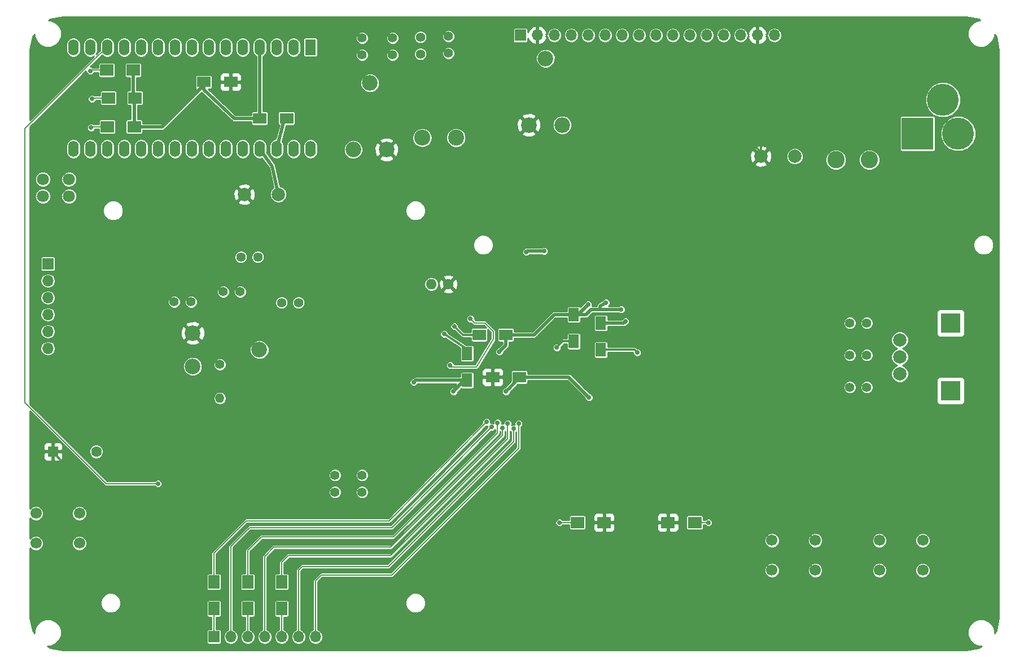
<source format=gbl>
%TF.GenerationSoftware,KiCad,Pcbnew,4.0.7-e2-6376~61~ubuntu18.04.1*%
%TF.CreationDate,2020-07-27T22:32:39+02:00*%
%TF.ProjectId,panel_02,70616E656C5F30322E6B696361645F70,rev?*%
%TF.FileFunction,Copper,L2,Bot,Signal*%
%FSLAX46Y46*%
G04 Gerber Fmt 4.6, Leading zero omitted, Abs format (unit mm)*
G04 Created by KiCad (PCBNEW 4.0.7-e2-6376~61~ubuntu18.04.1) date Mon Jul 27 22:32:39 2020*
%MOMM*%
%LPD*%
G01*
G04 APERTURE LIST*
%ADD10C,0.150000*%
%ADD11R,1.600000X1.600000*%
%ADD12C,1.600000*%
%ADD13R,2.000000X1.600000*%
%ADD14R,1.600000X2.000000*%
%ADD15C,2.000000*%
%ADD16R,1.700000X1.700000*%
%ADD17O,1.700000X1.700000*%
%ADD18C,4.800000*%
%ADD19R,4.800000X4.800000*%
%ADD20C,2.600000*%
%ADD21R,2.000000X1.700000*%
%ADD22C,1.400000*%
%ADD23O,1.400000X1.400000*%
%ADD24C,2.400000*%
%ADD25O,2.400000X2.400000*%
%ADD26R,1.700000X2.000000*%
%ADD27C,2.340000*%
%ADD28C,1.700000*%
%ADD29R,3.000000X3.000000*%
%ADD30O,1.600000X1.600000*%
%ADD31C,1.800000*%
%ADD32R,1.600000X2.400000*%
%ADD33O,1.600000X2.400000*%
%ADD34C,0.700000*%
%ADD35C,0.500000*%
%ADD36C,0.300000*%
%ADD37C,0.200000*%
%ADD38C,0.254000*%
G04 APERTURE END LIST*
D10*
D11*
X67183000Y-103378000D03*
D12*
X73683000Y-103378000D03*
D13*
X93821000Y-47879000D03*
X89821000Y-47879000D03*
X133128000Y-92202000D03*
X137128000Y-92202000D03*
X131096000Y-85852000D03*
X135096000Y-85852000D03*
D14*
X129286000Y-92678000D03*
X129286000Y-88678000D03*
X145288000Y-86836000D03*
X145288000Y-82836000D03*
X149352000Y-88106000D03*
X149352000Y-84106000D03*
D15*
X95885000Y-64770000D03*
X100965000Y-64760000D03*
X178435000Y-59055000D03*
X173355000Y-59045000D03*
D16*
X66421000Y-75184000D03*
D17*
X66421000Y-77724000D03*
X66421000Y-80264000D03*
X66421000Y-82804000D03*
X66421000Y-85344000D03*
X66421000Y-87884000D03*
D18*
X202950000Y-55626000D03*
D19*
X196850000Y-55626000D03*
D18*
X200660000Y-50546000D03*
D16*
X91313000Y-131191000D03*
D17*
X93853000Y-131191000D03*
X96393000Y-131191000D03*
X98933000Y-131191000D03*
X101473000Y-131191000D03*
X104013000Y-131191000D03*
X106553000Y-131191000D03*
D16*
X137287000Y-40862000D03*
D17*
X139827000Y-40862000D03*
X142367000Y-40862000D03*
X144907000Y-40862000D03*
X147447000Y-40862000D03*
X149987000Y-40862000D03*
X152527000Y-40862000D03*
X155067000Y-40862000D03*
X157607000Y-40862000D03*
X160147000Y-40862000D03*
X162687000Y-40862000D03*
X165227000Y-40862000D03*
X167767000Y-40862000D03*
X170307000Y-40862000D03*
X172847000Y-40862000D03*
X175387000Y-40862000D03*
D20*
X189611000Y-59563000D03*
X184611000Y-59563000D03*
D13*
X102203000Y-53340000D03*
X98203000Y-53340000D03*
D21*
X75343000Y-54610000D03*
X79343000Y-54610000D03*
X75470000Y-50292000D03*
X79470000Y-50292000D03*
X75216000Y-46101000D03*
X79216000Y-46101000D03*
D22*
X92202000Y-90297000D03*
D23*
X92202000Y-95377000D03*
D24*
X127635000Y-56261000D03*
D25*
X122555000Y-56261000D03*
D21*
X159417000Y-114046000D03*
X163417000Y-114046000D03*
X149828000Y-114046000D03*
X145828000Y-114046000D03*
D26*
X91313000Y-126968000D03*
X91313000Y-122968000D03*
X96393000Y-126968000D03*
X96393000Y-122968000D03*
X101473000Y-126968000D03*
X101473000Y-122968000D03*
D27*
X88138000Y-90598000D03*
X98138000Y-88098000D03*
X88138000Y-85598000D03*
X112221000Y-58039000D03*
X114721000Y-48039000D03*
X117221000Y-58039000D03*
X143557000Y-54356000D03*
X141057000Y-44356000D03*
X138557000Y-54356000D03*
D28*
X71143000Y-117149000D03*
X64643000Y-117149000D03*
X71143000Y-112649000D03*
X64643000Y-112649000D03*
X181506000Y-121213000D03*
X175006000Y-121213000D03*
X181506000Y-116713000D03*
X175006000Y-116713000D03*
X197635000Y-121213000D03*
X191135000Y-121213000D03*
X197635000Y-116713000D03*
X191135000Y-116713000D03*
D15*
X194183000Y-86614000D03*
X194183000Y-89154000D03*
X194183000Y-91694000D03*
D29*
X201803000Y-84074000D03*
X201803000Y-94234000D03*
D12*
X126492000Y-78232000D03*
D30*
X123952000Y-78232000D03*
D22*
X109474000Y-109474000D03*
X109474000Y-106934000D03*
X186690000Y-88900000D03*
X189230000Y-88900000D03*
D31*
X65659000Y-62484000D03*
X65659000Y-65024000D03*
X69596000Y-65024000D03*
X69596000Y-62484000D03*
D22*
X126492000Y-43561000D03*
X126492000Y-41021000D03*
X113538000Y-43815000D03*
X113538000Y-41275000D03*
X186690000Y-84074000D03*
X189230000Y-84074000D03*
X118110000Y-43815000D03*
X118110000Y-41275000D03*
X92710000Y-79375000D03*
X95250000Y-79375000D03*
X186690000Y-93726000D03*
X189230000Y-93726000D03*
X113538000Y-106934000D03*
X113538000Y-109474000D03*
X101473000Y-81026000D03*
X104013000Y-81026000D03*
X87884000Y-80899000D03*
X85344000Y-80899000D03*
X122301000Y-43688000D03*
X122301000Y-41148000D03*
X97917000Y-74168000D03*
X95377000Y-74168000D03*
D32*
X105791000Y-42672000D03*
D33*
X70231000Y-57912000D03*
X100711000Y-42672000D03*
X72771000Y-57912000D03*
X98171000Y-42672000D03*
X75311000Y-57912000D03*
X95631000Y-42672000D03*
X77851000Y-57912000D03*
X93091000Y-42672000D03*
X80391000Y-57912000D03*
X90551000Y-42672000D03*
X82931000Y-57912000D03*
X88011000Y-42672000D03*
X85471000Y-57912000D03*
X85471000Y-42672000D03*
X88011000Y-57912000D03*
X82931000Y-42672000D03*
X90551000Y-57912000D03*
X80391000Y-42672000D03*
X93091000Y-57912000D03*
X77851000Y-42672000D03*
X95631000Y-57912000D03*
X75311000Y-42672000D03*
X98171000Y-57912000D03*
X72771000Y-42672000D03*
X100711000Y-57912000D03*
X70231000Y-42672000D03*
X103251000Y-57912000D03*
X105791000Y-57912000D03*
X103251000Y-42672000D03*
D34*
X147574000Y-95250000D03*
X121285000Y-92964000D03*
X127254000Y-94361000D03*
X147447000Y-81280000D03*
X150114000Y-81026000D03*
X140843000Y-73279000D03*
X138176000Y-73406000D03*
X152400000Y-82042000D03*
X153035000Y-83820000D03*
X134112000Y-88392000D03*
X135128000Y-94361000D03*
X135509000Y-83693000D03*
X129159000Y-99314000D03*
X74168000Y-113538000D03*
X172847000Y-51943000D03*
X171450000Y-49911000D03*
X127381000Y-84582000D03*
X125857000Y-85725000D03*
X142748000Y-87757000D03*
X154813000Y-88519000D03*
X73025000Y-50419000D03*
X72771000Y-46228000D03*
X126746000Y-90424000D03*
X129794000Y-83439000D03*
X132969000Y-99695000D03*
X134620000Y-99822000D03*
X136271000Y-99949000D03*
X137033000Y-99187000D03*
X165481000Y-114046000D03*
X143129000Y-114046000D03*
X82931000Y-108204000D03*
X132207000Y-98933000D03*
X133858000Y-99060000D03*
X135382000Y-99187000D03*
X72898000Y-54737000D03*
D35*
X137128000Y-92202000D02*
X144526000Y-92202000D01*
X144526000Y-92202000D02*
X147574000Y-95250000D01*
X129286000Y-92678000D02*
X121571000Y-92678000D01*
X121571000Y-92678000D02*
X121285000Y-92964000D01*
X129286000Y-92678000D02*
X128937000Y-92678000D01*
X128937000Y-92678000D02*
X127254000Y-94361000D01*
X145288000Y-82836000D02*
X145891000Y-82836000D01*
X145891000Y-82836000D02*
X147447000Y-81280000D01*
X149225000Y-82042000D02*
X149225000Y-81534000D01*
X149225000Y-81534000D02*
X150114000Y-81026000D01*
X145288000Y-82836000D02*
X142335000Y-82836000D01*
X139319000Y-85852000D02*
X135096000Y-85852000D01*
X142335000Y-82836000D02*
X139319000Y-85852000D01*
X138303000Y-73279000D02*
X140843000Y-73279000D01*
X138176000Y-73406000D02*
X138303000Y-73279000D01*
X79343000Y-54610000D02*
X79343000Y-50419000D01*
X79343000Y-50419000D02*
X79216000Y-50292000D01*
X79216000Y-50292000D02*
X79216000Y-46101000D01*
X89821000Y-47879000D02*
X89821000Y-48355000D01*
X89821000Y-48355000D02*
X83566000Y-54610000D01*
X83566000Y-54610000D02*
X79343000Y-54610000D01*
X145288000Y-82836000D02*
X147098000Y-82836000D01*
X147892000Y-82042000D02*
X149225000Y-82042000D01*
X149225000Y-82042000D02*
X152400000Y-82042000D01*
X147098000Y-82836000D02*
X147892000Y-82042000D01*
X149352000Y-84106000D02*
X152749000Y-84106000D01*
X152749000Y-84106000D02*
X153035000Y-83820000D01*
X135096000Y-85852000D02*
X135096000Y-87408000D01*
X135096000Y-87408000D02*
X134112000Y-88392000D01*
X137128000Y-92202000D02*
X135604000Y-93885000D01*
X135604000Y-93885000D02*
X135128000Y-94361000D01*
X89821000Y-47879000D02*
X89821000Y-49054000D01*
X89821000Y-49054000D02*
X94361000Y-53340000D01*
X94361000Y-53340000D02*
X98203000Y-53340000D01*
X98203000Y-53340000D02*
X98171000Y-44069000D01*
X98171000Y-44069000D02*
X98171000Y-42672000D01*
D36*
X73406000Y-110575999D02*
X67183000Y-103378000D01*
X73406000Y-112776000D02*
X73406000Y-110575999D01*
X74168000Y-113538000D02*
X73406000Y-112776000D01*
X173355000Y-52451000D02*
X173355000Y-59045000D01*
X172847000Y-51943000D02*
X173355000Y-52451000D01*
X171450000Y-56515000D02*
X173355000Y-58420000D01*
X171450000Y-49911000D02*
X171450000Y-56515000D01*
X173355000Y-58420000D02*
X173355000Y-59045000D01*
X131096000Y-85852000D02*
X128651000Y-85852000D01*
X128651000Y-85852000D02*
X127381000Y-84582000D01*
X129286000Y-88678000D02*
X129286000Y-88011000D01*
X129286000Y-88011000D02*
X125857000Y-85725000D01*
X143669000Y-86836000D02*
X145288000Y-86836000D01*
X142748000Y-87757000D02*
X143669000Y-86836000D01*
X149352000Y-88106000D02*
X154400000Y-88106000D01*
X154400000Y-88106000D02*
X154813000Y-88519000D01*
D37*
X75470000Y-50292000D02*
X73152000Y-50292000D01*
X73152000Y-50292000D02*
X73025000Y-50419000D01*
D35*
X100965000Y-64760000D02*
X100076000Y-60579000D01*
X100076000Y-60579000D02*
X98171000Y-57912000D01*
D37*
X72771000Y-46228000D02*
X72898000Y-46101000D01*
X72898000Y-46101000D02*
X75216000Y-46101000D01*
X126746000Y-90678000D02*
X126746000Y-90424000D01*
X130683000Y-90678000D02*
X126746000Y-90678000D01*
X133223000Y-86487000D02*
X130683000Y-90678000D01*
X133223000Y-85344000D02*
X133223000Y-86487000D01*
X131953000Y-84074000D02*
X133223000Y-85344000D01*
X130429000Y-84074000D02*
X131953000Y-84074000D01*
X129794000Y-83439000D02*
X130429000Y-84074000D01*
X91313000Y-131191000D02*
X91313000Y-126968000D01*
X93853000Y-131191000D02*
X93853000Y-117602000D01*
X117983000Y-114808000D02*
X132969000Y-99695000D01*
X96647000Y-114808000D02*
X117983000Y-114808000D01*
X93853000Y-117602000D02*
X96647000Y-114808000D01*
X96393000Y-131191000D02*
X96393000Y-126968000D01*
X98933000Y-131191000D02*
X98933000Y-119126000D01*
X134620000Y-100965000D02*
X134620000Y-99822000D01*
X117856000Y-117729000D02*
X134620000Y-100965000D01*
X100330000Y-117729000D02*
X117856000Y-117729000D01*
X98933000Y-119126000D02*
X100330000Y-117729000D01*
X101473000Y-131191000D02*
X101473000Y-126968000D01*
X104013000Y-131191000D02*
X104013000Y-121158000D01*
X136271000Y-101854000D02*
X136271000Y-99949000D01*
X117475000Y-120650000D02*
X136271000Y-101854000D01*
X104521000Y-120650000D02*
X117475000Y-120650000D01*
X104013000Y-121158000D02*
X104521000Y-120650000D01*
X106553000Y-131191000D02*
X106553000Y-122809000D01*
X137033000Y-102870000D02*
X137033000Y-99187000D01*
X117983000Y-121920000D02*
X137033000Y-102870000D01*
X107442000Y-121920000D02*
X117983000Y-121920000D01*
X106553000Y-122809000D02*
X107442000Y-121920000D01*
X163417000Y-114046000D02*
X165481000Y-114046000D01*
X145828000Y-114046000D02*
X143129000Y-114046000D01*
D35*
X100711000Y-57912000D02*
X101854000Y-53689000D01*
X101854000Y-53689000D02*
X102203000Y-53340000D01*
D37*
X62992000Y-55118000D02*
X62992000Y-54864000D01*
X62992000Y-55118000D02*
X62992000Y-96012000D01*
X62992000Y-96012000D02*
X69088000Y-102108000D01*
X69088000Y-102108000D02*
X69088000Y-102108000D01*
X69088000Y-102108000D02*
X75184000Y-108204000D01*
X75184000Y-108204000D02*
X82931000Y-108204000D01*
X74930000Y-43053000D02*
X75311000Y-42672000D01*
X73533000Y-44323000D02*
X74930000Y-43053000D01*
X62992000Y-54864000D02*
X73533000Y-44323000D01*
X91313000Y-122968000D02*
X91313000Y-118618000D01*
X117602000Y-113792000D02*
X132207000Y-98933000D01*
X96139000Y-113792000D02*
X117602000Y-113792000D01*
X91313000Y-118618000D02*
X96139000Y-113792000D01*
X96393000Y-122968000D02*
X96393000Y-118237000D01*
X133858000Y-100584000D02*
X133858000Y-99060000D01*
X118237000Y-116205000D02*
X133858000Y-100584000D01*
X98425000Y-116205000D02*
X118237000Y-116205000D01*
X96393000Y-118237000D02*
X98425000Y-116205000D01*
X101473000Y-122968000D02*
X101473000Y-120015000D01*
X135382000Y-101473000D02*
X135382000Y-99187000D01*
X117856000Y-118999000D02*
X135382000Y-101473000D01*
X102489000Y-118999000D02*
X117856000Y-118999000D01*
X101473000Y-120015000D02*
X102489000Y-118999000D01*
X72898000Y-54737000D02*
X73025000Y-54610000D01*
X73025000Y-54610000D02*
X75343000Y-54610000D01*
D38*
G36*
X206032864Y-38473234D02*
X206241864Y-38612883D01*
X205973574Y-38612649D01*
X205228297Y-38920591D01*
X204657595Y-39490298D01*
X204348353Y-40235036D01*
X204347649Y-41041426D01*
X204655591Y-41786703D01*
X205225298Y-42357405D01*
X205970036Y-42666647D01*
X206776426Y-42667351D01*
X207521703Y-42359409D01*
X208092405Y-41789702D01*
X208401647Y-41044964D01*
X208401940Y-40709802D01*
X208668766Y-41109136D01*
X209042000Y-42985509D01*
X209042000Y-128337491D01*
X208668766Y-130213864D01*
X208401951Y-130613182D01*
X208402351Y-130154574D01*
X208094409Y-129409297D01*
X207524702Y-128838595D01*
X206779964Y-128529353D01*
X205973574Y-128528649D01*
X205228297Y-128836591D01*
X204657595Y-129406298D01*
X204348353Y-130151036D01*
X204347649Y-130957426D01*
X204655591Y-131702703D01*
X205225298Y-132273405D01*
X205970036Y-132582647D01*
X206432032Y-132583050D01*
X206032864Y-132849766D01*
X204156491Y-133223000D01*
X68639509Y-133223000D01*
X66763136Y-132849766D01*
X66363818Y-132582951D01*
X66822426Y-132583351D01*
X67567703Y-132275409D01*
X68138405Y-131705702D01*
X68447647Y-130960964D01*
X68448351Y-130154574D01*
X68140409Y-129409297D01*
X67570702Y-128838595D01*
X66825964Y-128529353D01*
X66019574Y-128528649D01*
X65274297Y-128836591D01*
X64703595Y-129406298D01*
X64394353Y-130151036D01*
X64393950Y-130613032D01*
X64127234Y-130213864D01*
X63754000Y-128337491D01*
X63754000Y-126413407D01*
X74291735Y-126413407D01*
X74523717Y-126974846D01*
X74952894Y-127404773D01*
X75513928Y-127637735D01*
X76121407Y-127638265D01*
X76682846Y-127406283D01*
X77112773Y-126977106D01*
X77345735Y-126416072D01*
X77346125Y-125968000D01*
X90180574Y-125968000D01*
X90180574Y-127968000D01*
X90199889Y-128070650D01*
X90260555Y-128164927D01*
X90353120Y-128228175D01*
X90463000Y-128250426D01*
X90936000Y-128250426D01*
X90936000Y-130058574D01*
X90463000Y-130058574D01*
X90360350Y-130077889D01*
X90266073Y-130138555D01*
X90202825Y-130231120D01*
X90180574Y-130341000D01*
X90180574Y-132041000D01*
X90199889Y-132143650D01*
X90260555Y-132237927D01*
X90353120Y-132301175D01*
X90463000Y-132323426D01*
X92163000Y-132323426D01*
X92265650Y-132304111D01*
X92359927Y-132243445D01*
X92423175Y-132150880D01*
X92445426Y-132041000D01*
X92445426Y-130341000D01*
X92426111Y-130238350D01*
X92365445Y-130144073D01*
X92272880Y-130080825D01*
X92163000Y-130058574D01*
X91690000Y-130058574D01*
X91690000Y-128250426D01*
X92163000Y-128250426D01*
X92265650Y-128231111D01*
X92359927Y-128170445D01*
X92423175Y-128077880D01*
X92445426Y-127968000D01*
X92445426Y-125968000D01*
X92426111Y-125865350D01*
X92365445Y-125771073D01*
X92272880Y-125707825D01*
X92163000Y-125685574D01*
X90463000Y-125685574D01*
X90360350Y-125704889D01*
X90266073Y-125765555D01*
X90202825Y-125858120D01*
X90180574Y-125968000D01*
X77346125Y-125968000D01*
X77346265Y-125808593D01*
X77114283Y-125247154D01*
X76685106Y-124817227D01*
X76124072Y-124584265D01*
X75516593Y-124583735D01*
X74955154Y-124815717D01*
X74525227Y-125244894D01*
X74292265Y-125805928D01*
X74291735Y-126413407D01*
X63754000Y-126413407D01*
X63754000Y-121968000D01*
X90180574Y-121968000D01*
X90180574Y-123968000D01*
X90199889Y-124070650D01*
X90260555Y-124164927D01*
X90353120Y-124228175D01*
X90463000Y-124250426D01*
X92163000Y-124250426D01*
X92265650Y-124231111D01*
X92359927Y-124170445D01*
X92423175Y-124077880D01*
X92445426Y-123968000D01*
X92445426Y-121968000D01*
X92426111Y-121865350D01*
X92365445Y-121771073D01*
X92272880Y-121707825D01*
X92163000Y-121685574D01*
X91690000Y-121685574D01*
X91690000Y-118774158D01*
X96295159Y-114169000D01*
X117602000Y-114169000D01*
X117603624Y-114168677D01*
X117605250Y-114168986D01*
X117675732Y-114154334D01*
X117746272Y-114140303D01*
X117747647Y-114139384D01*
X117749269Y-114139047D01*
X117808768Y-114098544D01*
X117868579Y-114058579D01*
X117869499Y-114057202D01*
X117870867Y-114056271D01*
X132119414Y-99559924D01*
X132331171Y-99560109D01*
X132349199Y-99552660D01*
X132342109Y-99569735D01*
X132341915Y-99791977D01*
X117825909Y-114431000D01*
X96647000Y-114431000D01*
X96502728Y-114459697D01*
X96380421Y-114541421D01*
X93586421Y-117335421D01*
X93504697Y-117457728D01*
X93476000Y-117602000D01*
X93476000Y-130116911D01*
X93421716Y-130127709D01*
X93056091Y-130372012D01*
X92811788Y-130737637D01*
X92726000Y-131168921D01*
X92726000Y-131213079D01*
X92811788Y-131644363D01*
X93056091Y-132009988D01*
X93421716Y-132254291D01*
X93853000Y-132340079D01*
X94284284Y-132254291D01*
X94649909Y-132009988D01*
X94894212Y-131644363D01*
X94980000Y-131213079D01*
X94980000Y-131168921D01*
X94894212Y-130737637D01*
X94649909Y-130372012D01*
X94284284Y-130127709D01*
X94230000Y-130116911D01*
X94230000Y-125968000D01*
X95260574Y-125968000D01*
X95260574Y-127968000D01*
X95279889Y-128070650D01*
X95340555Y-128164927D01*
X95433120Y-128228175D01*
X95543000Y-128250426D01*
X96016000Y-128250426D01*
X96016000Y-130116911D01*
X95961716Y-130127709D01*
X95596091Y-130372012D01*
X95351788Y-130737637D01*
X95266000Y-131168921D01*
X95266000Y-131213079D01*
X95351788Y-131644363D01*
X95596091Y-132009988D01*
X95961716Y-132254291D01*
X96393000Y-132340079D01*
X96824284Y-132254291D01*
X97189909Y-132009988D01*
X97434212Y-131644363D01*
X97520000Y-131213079D01*
X97520000Y-131168921D01*
X97434212Y-130737637D01*
X97189909Y-130372012D01*
X96824284Y-130127709D01*
X96770000Y-130116911D01*
X96770000Y-128250426D01*
X97243000Y-128250426D01*
X97345650Y-128231111D01*
X97439927Y-128170445D01*
X97503175Y-128077880D01*
X97525426Y-127968000D01*
X97525426Y-125968000D01*
X97506111Y-125865350D01*
X97445445Y-125771073D01*
X97352880Y-125707825D01*
X97243000Y-125685574D01*
X95543000Y-125685574D01*
X95440350Y-125704889D01*
X95346073Y-125765555D01*
X95282825Y-125858120D01*
X95260574Y-125968000D01*
X94230000Y-125968000D01*
X94230000Y-117758158D01*
X96803158Y-115185000D01*
X117983000Y-115185000D01*
X117983797Y-115184842D01*
X117984591Y-115184996D01*
X118055807Y-115170518D01*
X118127272Y-115156303D01*
X118127946Y-115155852D01*
X118128740Y-115155691D01*
X118189089Y-115114998D01*
X118249579Y-115074579D01*
X118250029Y-115073906D01*
X118250702Y-115073452D01*
X132878269Y-100321921D01*
X133093171Y-100322109D01*
X133323703Y-100226855D01*
X133481000Y-100069832D01*
X133481000Y-100427842D01*
X118080842Y-115828000D01*
X98425000Y-115828000D01*
X98280728Y-115856697D01*
X98158421Y-115938421D01*
X96126421Y-117970421D01*
X96044697Y-118092728D01*
X96016000Y-118237000D01*
X96016000Y-121685574D01*
X95543000Y-121685574D01*
X95440350Y-121704889D01*
X95346073Y-121765555D01*
X95282825Y-121858120D01*
X95260574Y-121968000D01*
X95260574Y-123968000D01*
X95279889Y-124070650D01*
X95340555Y-124164927D01*
X95433120Y-124228175D01*
X95543000Y-124250426D01*
X97243000Y-124250426D01*
X97345650Y-124231111D01*
X97439927Y-124170445D01*
X97503175Y-124077880D01*
X97525426Y-123968000D01*
X97525426Y-121968000D01*
X97506111Y-121865350D01*
X97445445Y-121771073D01*
X97352880Y-121707825D01*
X97243000Y-121685574D01*
X96770000Y-121685574D01*
X96770000Y-118393158D01*
X98581158Y-116582000D01*
X118237000Y-116582000D01*
X118381272Y-116553303D01*
X118503579Y-116471579D01*
X134124579Y-100850579D01*
X134206303Y-100728272D01*
X134235000Y-100584000D01*
X134235000Y-100323815D01*
X134243000Y-100331829D01*
X134243000Y-100808842D01*
X117699842Y-117352000D01*
X100330000Y-117352000D01*
X100185728Y-117380697D01*
X100063420Y-117462421D01*
X98666421Y-118859421D01*
X98584697Y-118981728D01*
X98556000Y-119126000D01*
X98556000Y-130116911D01*
X98501716Y-130127709D01*
X98136091Y-130372012D01*
X97891788Y-130737637D01*
X97806000Y-131168921D01*
X97806000Y-131213079D01*
X97891788Y-131644363D01*
X98136091Y-132009988D01*
X98501716Y-132254291D01*
X98933000Y-132340079D01*
X99364284Y-132254291D01*
X99729909Y-132009988D01*
X99974212Y-131644363D01*
X100060000Y-131213079D01*
X100060000Y-131168921D01*
X99974212Y-130737637D01*
X99729909Y-130372012D01*
X99364284Y-130127709D01*
X99310000Y-130116911D01*
X99310000Y-125968000D01*
X100340574Y-125968000D01*
X100340574Y-127968000D01*
X100359889Y-128070650D01*
X100420555Y-128164927D01*
X100513120Y-128228175D01*
X100623000Y-128250426D01*
X101096000Y-128250426D01*
X101096000Y-130116911D01*
X101041716Y-130127709D01*
X100676091Y-130372012D01*
X100431788Y-130737637D01*
X100346000Y-131168921D01*
X100346000Y-131213079D01*
X100431788Y-131644363D01*
X100676091Y-132009988D01*
X101041716Y-132254291D01*
X101473000Y-132340079D01*
X101904284Y-132254291D01*
X102269909Y-132009988D01*
X102514212Y-131644363D01*
X102600000Y-131213079D01*
X102600000Y-131168921D01*
X102514212Y-130737637D01*
X102269909Y-130372012D01*
X101904284Y-130127709D01*
X101850000Y-130116911D01*
X101850000Y-128250426D01*
X102323000Y-128250426D01*
X102425650Y-128231111D01*
X102519927Y-128170445D01*
X102583175Y-128077880D01*
X102605426Y-127968000D01*
X102605426Y-125968000D01*
X102586111Y-125865350D01*
X102525445Y-125771073D01*
X102432880Y-125707825D01*
X102323000Y-125685574D01*
X100623000Y-125685574D01*
X100520350Y-125704889D01*
X100426073Y-125765555D01*
X100362825Y-125858120D01*
X100340574Y-125968000D01*
X99310000Y-125968000D01*
X99310000Y-119282158D01*
X100486159Y-118106000D01*
X117856000Y-118106000D01*
X118000272Y-118077303D01*
X118122579Y-117995579D01*
X134886579Y-101231579D01*
X134968303Y-101109272D01*
X134997000Y-100965000D01*
X134997000Y-100331597D01*
X135005000Y-100323611D01*
X135005000Y-101316842D01*
X117699842Y-118622000D01*
X102489000Y-118622000D01*
X102344728Y-118650697D01*
X102222421Y-118732421D01*
X101206421Y-119748421D01*
X101124697Y-119870728D01*
X101096000Y-120015000D01*
X101096000Y-121685574D01*
X100623000Y-121685574D01*
X100520350Y-121704889D01*
X100426073Y-121765555D01*
X100362825Y-121858120D01*
X100340574Y-121968000D01*
X100340574Y-123968000D01*
X100359889Y-124070650D01*
X100420555Y-124164927D01*
X100513120Y-124228175D01*
X100623000Y-124250426D01*
X102323000Y-124250426D01*
X102425650Y-124231111D01*
X102519927Y-124170445D01*
X102583175Y-124077880D01*
X102605426Y-123968000D01*
X102605426Y-121968000D01*
X102586111Y-121865350D01*
X102525445Y-121771073D01*
X102432880Y-121707825D01*
X102323000Y-121685574D01*
X101850000Y-121685574D01*
X101850000Y-120171158D01*
X102645158Y-119376000D01*
X117856000Y-119376000D01*
X118000272Y-119347303D01*
X118122579Y-119265579D01*
X135648579Y-101739579D01*
X135730303Y-101617272D01*
X135759000Y-101473000D01*
X135759000Y-100323593D01*
X135894000Y-100458829D01*
X135894000Y-101697842D01*
X117318842Y-120273000D01*
X104521000Y-120273000D01*
X104376728Y-120301697D01*
X104254420Y-120383421D01*
X103746421Y-120891421D01*
X103664697Y-121013728D01*
X103636000Y-121158000D01*
X103636000Y-130116911D01*
X103581716Y-130127709D01*
X103216091Y-130372012D01*
X102971788Y-130737637D01*
X102886000Y-131168921D01*
X102886000Y-131213079D01*
X102971788Y-131644363D01*
X103216091Y-132009988D01*
X103581716Y-132254291D01*
X104013000Y-132340079D01*
X104444284Y-132254291D01*
X104809909Y-132009988D01*
X105054212Y-131644363D01*
X105140000Y-131213079D01*
X105140000Y-131168921D01*
X105054212Y-130737637D01*
X104809909Y-130372012D01*
X104444284Y-130127709D01*
X104390000Y-130116911D01*
X104390000Y-121314158D01*
X104677159Y-121027000D01*
X117475000Y-121027000D01*
X117619272Y-120998303D01*
X117741579Y-120916579D01*
X136537579Y-102120579D01*
X136619303Y-101998272D01*
X136648000Y-101854000D01*
X136648000Y-100458597D01*
X136656000Y-100450611D01*
X136656000Y-102713841D01*
X117826842Y-121543000D01*
X107442000Y-121543000D01*
X107297728Y-121571697D01*
X107175421Y-121653421D01*
X106286421Y-122542421D01*
X106204697Y-122664728D01*
X106176000Y-122809000D01*
X106176000Y-130116911D01*
X106121716Y-130127709D01*
X105756091Y-130372012D01*
X105511788Y-130737637D01*
X105426000Y-131168921D01*
X105426000Y-131213079D01*
X105511788Y-131644363D01*
X105756091Y-132009988D01*
X106121716Y-132254291D01*
X106553000Y-132340079D01*
X106984284Y-132254291D01*
X107349909Y-132009988D01*
X107594212Y-131644363D01*
X107680000Y-131213079D01*
X107680000Y-131168921D01*
X107594212Y-130737637D01*
X107349909Y-130372012D01*
X106984284Y-130127709D01*
X106930000Y-130116911D01*
X106930000Y-126413407D01*
X120011735Y-126413407D01*
X120243717Y-126974846D01*
X120672894Y-127404773D01*
X121233928Y-127637735D01*
X121841407Y-127638265D01*
X122402846Y-127406283D01*
X122832773Y-126977106D01*
X123065735Y-126416072D01*
X123066265Y-125808593D01*
X122834283Y-125247154D01*
X122405106Y-124817227D01*
X121844072Y-124584265D01*
X121236593Y-124583735D01*
X120675154Y-124815717D01*
X120245227Y-125244894D01*
X120012265Y-125805928D01*
X120011735Y-126413407D01*
X106930000Y-126413407D01*
X106930000Y-122965158D01*
X107598158Y-122297000D01*
X117983000Y-122297000D01*
X118127272Y-122268303D01*
X118249579Y-122186579D01*
X118999967Y-121436191D01*
X173878805Y-121436191D01*
X174050019Y-121850560D01*
X174366772Y-122167867D01*
X174780842Y-122339804D01*
X175229191Y-122340195D01*
X175643560Y-122168981D01*
X175960867Y-121852228D01*
X176132804Y-121438158D01*
X176132805Y-121436191D01*
X180378805Y-121436191D01*
X180550019Y-121850560D01*
X180866772Y-122167867D01*
X181280842Y-122339804D01*
X181729191Y-122340195D01*
X182143560Y-122168981D01*
X182460867Y-121852228D01*
X182632804Y-121438158D01*
X182632805Y-121436191D01*
X190007805Y-121436191D01*
X190179019Y-121850560D01*
X190495772Y-122167867D01*
X190909842Y-122339804D01*
X191358191Y-122340195D01*
X191772560Y-122168981D01*
X192089867Y-121852228D01*
X192261804Y-121438158D01*
X192261805Y-121436191D01*
X196507805Y-121436191D01*
X196679019Y-121850560D01*
X196995772Y-122167867D01*
X197409842Y-122339804D01*
X197858191Y-122340195D01*
X198272560Y-122168981D01*
X198589867Y-121852228D01*
X198761804Y-121438158D01*
X198762195Y-120989809D01*
X198590981Y-120575440D01*
X198274228Y-120258133D01*
X197860158Y-120086196D01*
X197411809Y-120085805D01*
X196997440Y-120257019D01*
X196680133Y-120573772D01*
X196508196Y-120987842D01*
X196507805Y-121436191D01*
X192261805Y-121436191D01*
X192262195Y-120989809D01*
X192090981Y-120575440D01*
X191774228Y-120258133D01*
X191360158Y-120086196D01*
X190911809Y-120085805D01*
X190497440Y-120257019D01*
X190180133Y-120573772D01*
X190008196Y-120987842D01*
X190007805Y-121436191D01*
X182632805Y-121436191D01*
X182633195Y-120989809D01*
X182461981Y-120575440D01*
X182145228Y-120258133D01*
X181731158Y-120086196D01*
X181282809Y-120085805D01*
X180868440Y-120257019D01*
X180551133Y-120573772D01*
X180379196Y-120987842D01*
X180378805Y-121436191D01*
X176132805Y-121436191D01*
X176133195Y-120989809D01*
X175961981Y-120575440D01*
X175645228Y-120258133D01*
X175231158Y-120086196D01*
X174782809Y-120085805D01*
X174368440Y-120257019D01*
X174051133Y-120573772D01*
X173879196Y-120987842D01*
X173878805Y-121436191D01*
X118999967Y-121436191D01*
X123499967Y-116936191D01*
X173878805Y-116936191D01*
X174050019Y-117350560D01*
X174366772Y-117667867D01*
X174780842Y-117839804D01*
X175229191Y-117840195D01*
X175643560Y-117668981D01*
X175960867Y-117352228D01*
X176132804Y-116938158D01*
X176132805Y-116936191D01*
X180378805Y-116936191D01*
X180550019Y-117350560D01*
X180866772Y-117667867D01*
X181280842Y-117839804D01*
X181729191Y-117840195D01*
X182143560Y-117668981D01*
X182460867Y-117352228D01*
X182632804Y-116938158D01*
X182632805Y-116936191D01*
X190007805Y-116936191D01*
X190179019Y-117350560D01*
X190495772Y-117667867D01*
X190909842Y-117839804D01*
X191358191Y-117840195D01*
X191772560Y-117668981D01*
X192089867Y-117352228D01*
X192261804Y-116938158D01*
X192261805Y-116936191D01*
X196507805Y-116936191D01*
X196679019Y-117350560D01*
X196995772Y-117667867D01*
X197409842Y-117839804D01*
X197858191Y-117840195D01*
X198272560Y-117668981D01*
X198589867Y-117352228D01*
X198761804Y-116938158D01*
X198762195Y-116489809D01*
X198590981Y-116075440D01*
X198274228Y-115758133D01*
X197860158Y-115586196D01*
X197411809Y-115585805D01*
X196997440Y-115757019D01*
X196680133Y-116073772D01*
X196508196Y-116487842D01*
X196507805Y-116936191D01*
X192261805Y-116936191D01*
X192262195Y-116489809D01*
X192090981Y-116075440D01*
X191774228Y-115758133D01*
X191360158Y-115586196D01*
X190911809Y-115585805D01*
X190497440Y-115757019D01*
X190180133Y-116073772D01*
X190008196Y-116487842D01*
X190007805Y-116936191D01*
X182632805Y-116936191D01*
X182633195Y-116489809D01*
X182461981Y-116075440D01*
X182145228Y-115758133D01*
X181731158Y-115586196D01*
X181282809Y-115585805D01*
X180868440Y-115757019D01*
X180551133Y-116073772D01*
X180379196Y-116487842D01*
X180378805Y-116936191D01*
X176132805Y-116936191D01*
X176133195Y-116489809D01*
X175961981Y-116075440D01*
X175645228Y-115758133D01*
X175231158Y-115586196D01*
X174782809Y-115585805D01*
X174368440Y-115757019D01*
X174051133Y-116073772D01*
X173879196Y-116487842D01*
X173878805Y-116936191D01*
X123499967Y-116936191D01*
X126265987Y-114170171D01*
X142501891Y-114170171D01*
X142597145Y-114400703D01*
X142773369Y-114577235D01*
X143003735Y-114672891D01*
X143253171Y-114673109D01*
X143483703Y-114577855D01*
X143638829Y-114423000D01*
X144545574Y-114423000D01*
X144545574Y-114896000D01*
X144564889Y-114998650D01*
X144625555Y-115092927D01*
X144718120Y-115156175D01*
X144828000Y-115178426D01*
X146828000Y-115178426D01*
X146930650Y-115159111D01*
X147024927Y-115098445D01*
X147088175Y-115005880D01*
X147110426Y-114896000D01*
X147110426Y-114331750D01*
X148193000Y-114331750D01*
X148193000Y-115022310D01*
X148289673Y-115255699D01*
X148468302Y-115434327D01*
X148701691Y-115531000D01*
X149542250Y-115531000D01*
X149701000Y-115372250D01*
X149701000Y-114173000D01*
X149955000Y-114173000D01*
X149955000Y-115372250D01*
X150113750Y-115531000D01*
X150954309Y-115531000D01*
X151187698Y-115434327D01*
X151366327Y-115255699D01*
X151463000Y-115022310D01*
X151463000Y-114331750D01*
X157782000Y-114331750D01*
X157782000Y-115022310D01*
X157878673Y-115255699D01*
X158057302Y-115434327D01*
X158290691Y-115531000D01*
X159131250Y-115531000D01*
X159290000Y-115372250D01*
X159290000Y-114173000D01*
X159544000Y-114173000D01*
X159544000Y-115372250D01*
X159702750Y-115531000D01*
X160543309Y-115531000D01*
X160776698Y-115434327D01*
X160955327Y-115255699D01*
X161052000Y-115022310D01*
X161052000Y-114331750D01*
X160893250Y-114173000D01*
X159544000Y-114173000D01*
X159290000Y-114173000D01*
X157940750Y-114173000D01*
X157782000Y-114331750D01*
X151463000Y-114331750D01*
X151304250Y-114173000D01*
X149955000Y-114173000D01*
X149701000Y-114173000D01*
X148351750Y-114173000D01*
X148193000Y-114331750D01*
X147110426Y-114331750D01*
X147110426Y-113196000D01*
X147091111Y-113093350D01*
X147075887Y-113069690D01*
X148193000Y-113069690D01*
X148193000Y-113760250D01*
X148351750Y-113919000D01*
X149701000Y-113919000D01*
X149701000Y-112719750D01*
X149955000Y-112719750D01*
X149955000Y-113919000D01*
X151304250Y-113919000D01*
X151463000Y-113760250D01*
X151463000Y-113069690D01*
X157782000Y-113069690D01*
X157782000Y-113760250D01*
X157940750Y-113919000D01*
X159290000Y-113919000D01*
X159290000Y-112719750D01*
X159544000Y-112719750D01*
X159544000Y-113919000D01*
X160893250Y-113919000D01*
X161052000Y-113760250D01*
X161052000Y-113196000D01*
X162134574Y-113196000D01*
X162134574Y-114896000D01*
X162153889Y-114998650D01*
X162214555Y-115092927D01*
X162307120Y-115156175D01*
X162417000Y-115178426D01*
X164417000Y-115178426D01*
X164519650Y-115159111D01*
X164613927Y-115098445D01*
X164677175Y-115005880D01*
X164699426Y-114896000D01*
X164699426Y-114423000D01*
X164971403Y-114423000D01*
X165125369Y-114577235D01*
X165355735Y-114672891D01*
X165605171Y-114673109D01*
X165835703Y-114577855D01*
X166012235Y-114401631D01*
X166107891Y-114171265D01*
X166108109Y-113921829D01*
X166012855Y-113691297D01*
X165836631Y-113514765D01*
X165606265Y-113419109D01*
X165356829Y-113418891D01*
X165126297Y-113514145D01*
X164971171Y-113669000D01*
X164699426Y-113669000D01*
X164699426Y-113196000D01*
X164680111Y-113093350D01*
X164619445Y-112999073D01*
X164526880Y-112935825D01*
X164417000Y-112913574D01*
X162417000Y-112913574D01*
X162314350Y-112932889D01*
X162220073Y-112993555D01*
X162156825Y-113086120D01*
X162134574Y-113196000D01*
X161052000Y-113196000D01*
X161052000Y-113069690D01*
X160955327Y-112836301D01*
X160776698Y-112657673D01*
X160543309Y-112561000D01*
X159702750Y-112561000D01*
X159544000Y-112719750D01*
X159290000Y-112719750D01*
X159131250Y-112561000D01*
X158290691Y-112561000D01*
X158057302Y-112657673D01*
X157878673Y-112836301D01*
X157782000Y-113069690D01*
X151463000Y-113069690D01*
X151366327Y-112836301D01*
X151187698Y-112657673D01*
X150954309Y-112561000D01*
X150113750Y-112561000D01*
X149955000Y-112719750D01*
X149701000Y-112719750D01*
X149542250Y-112561000D01*
X148701691Y-112561000D01*
X148468302Y-112657673D01*
X148289673Y-112836301D01*
X148193000Y-113069690D01*
X147075887Y-113069690D01*
X147030445Y-112999073D01*
X146937880Y-112935825D01*
X146828000Y-112913574D01*
X144828000Y-112913574D01*
X144725350Y-112932889D01*
X144631073Y-112993555D01*
X144567825Y-113086120D01*
X144545574Y-113196000D01*
X144545574Y-113669000D01*
X143638597Y-113669000D01*
X143484631Y-113514765D01*
X143254265Y-113419109D01*
X143004829Y-113418891D01*
X142774297Y-113514145D01*
X142597765Y-113690369D01*
X142502109Y-113920735D01*
X142501891Y-114170171D01*
X126265987Y-114170171D01*
X137299579Y-103136580D01*
X137381303Y-103014272D01*
X137410000Y-102870000D01*
X137410000Y-99696597D01*
X137564235Y-99542631D01*
X137659891Y-99312265D01*
X137660109Y-99062829D01*
X137564855Y-98832297D01*
X137388631Y-98655765D01*
X137158265Y-98560109D01*
X136908829Y-98559891D01*
X136678297Y-98655145D01*
X136501765Y-98831369D01*
X136406109Y-99061735D01*
X136405891Y-99311171D01*
X136413340Y-99329199D01*
X136396265Y-99322109D01*
X136146829Y-99321891D01*
X135975498Y-99392683D01*
X136008891Y-99312265D01*
X136009109Y-99062829D01*
X135913855Y-98832297D01*
X135737631Y-98655765D01*
X135507265Y-98560109D01*
X135257829Y-98559891D01*
X135027297Y-98655145D01*
X134850765Y-98831369D01*
X134755109Y-99061735D01*
X134754989Y-99199147D01*
X134745265Y-99195109D01*
X134495829Y-99194891D01*
X134477801Y-99202340D01*
X134484891Y-99185265D01*
X134485109Y-98935829D01*
X134389855Y-98705297D01*
X134213631Y-98528765D01*
X133983265Y-98433109D01*
X133733829Y-98432891D01*
X133503297Y-98528145D01*
X133326765Y-98704369D01*
X133231109Y-98934735D01*
X133230943Y-99124862D01*
X133094265Y-99068109D01*
X132844829Y-99067891D01*
X132826801Y-99075340D01*
X132833891Y-99058265D01*
X132834109Y-98808829D01*
X132738855Y-98578297D01*
X132562631Y-98401765D01*
X132332265Y-98306109D01*
X132082829Y-98305891D01*
X131852297Y-98401145D01*
X131675765Y-98577369D01*
X131580109Y-98807735D01*
X131579912Y-99033179D01*
X117443935Y-113415000D01*
X96139000Y-113415000D01*
X95994728Y-113443697D01*
X95945739Y-113476431D01*
X95872421Y-113525420D01*
X91046421Y-118351421D01*
X90964697Y-118473728D01*
X90936000Y-118618000D01*
X90936000Y-121685574D01*
X90463000Y-121685574D01*
X90360350Y-121704889D01*
X90266073Y-121765555D01*
X90202825Y-121858120D01*
X90180574Y-121968000D01*
X63754000Y-121968000D01*
X63754000Y-117853658D01*
X64003772Y-118103867D01*
X64417842Y-118275804D01*
X64866191Y-118276195D01*
X65280560Y-118104981D01*
X65597867Y-117788228D01*
X65769804Y-117374158D01*
X65769805Y-117372191D01*
X70015805Y-117372191D01*
X70187019Y-117786560D01*
X70503772Y-118103867D01*
X70917842Y-118275804D01*
X71366191Y-118276195D01*
X71780560Y-118104981D01*
X72097867Y-117788228D01*
X72269804Y-117374158D01*
X72270195Y-116925809D01*
X72098981Y-116511440D01*
X71782228Y-116194133D01*
X71368158Y-116022196D01*
X70919809Y-116021805D01*
X70505440Y-116193019D01*
X70188133Y-116509772D01*
X70016196Y-116923842D01*
X70015805Y-117372191D01*
X65769805Y-117372191D01*
X65770195Y-116925809D01*
X65598981Y-116511440D01*
X65282228Y-116194133D01*
X64868158Y-116022196D01*
X64419809Y-116021805D01*
X64005440Y-116193019D01*
X63754000Y-116444020D01*
X63754000Y-113353658D01*
X64003772Y-113603867D01*
X64417842Y-113775804D01*
X64866191Y-113776195D01*
X65280560Y-113604981D01*
X65597867Y-113288228D01*
X65769804Y-112874158D01*
X65769805Y-112872191D01*
X70015805Y-112872191D01*
X70187019Y-113286560D01*
X70503772Y-113603867D01*
X70917842Y-113775804D01*
X71366191Y-113776195D01*
X71780560Y-113604981D01*
X72097867Y-113288228D01*
X72269804Y-112874158D01*
X72270195Y-112425809D01*
X72098981Y-112011440D01*
X71782228Y-111694133D01*
X71368158Y-111522196D01*
X70919809Y-111521805D01*
X70505440Y-111693019D01*
X70188133Y-112009772D01*
X70016196Y-112423842D01*
X70015805Y-112872191D01*
X65769805Y-112872191D01*
X65770195Y-112425809D01*
X65598981Y-112011440D01*
X65282228Y-111694133D01*
X64868158Y-111522196D01*
X64419809Y-111521805D01*
X64005440Y-111693019D01*
X63754000Y-111944020D01*
X63754000Y-109667485D01*
X108496830Y-109667485D01*
X108645256Y-110026703D01*
X108919851Y-110301778D01*
X109278810Y-110450830D01*
X109667485Y-110451170D01*
X110026703Y-110302744D01*
X110301778Y-110028149D01*
X110450830Y-109669190D01*
X110450831Y-109667485D01*
X112560830Y-109667485D01*
X112709256Y-110026703D01*
X112983851Y-110301778D01*
X113342810Y-110450830D01*
X113731485Y-110451170D01*
X114090703Y-110302744D01*
X114365778Y-110028149D01*
X114514830Y-109669190D01*
X114515170Y-109280515D01*
X114366744Y-108921297D01*
X114092149Y-108646222D01*
X113733190Y-108497170D01*
X113344515Y-108496830D01*
X112985297Y-108645256D01*
X112710222Y-108919851D01*
X112561170Y-109278810D01*
X112560830Y-109667485D01*
X110450831Y-109667485D01*
X110451170Y-109280515D01*
X110302744Y-108921297D01*
X110028149Y-108646222D01*
X109669190Y-108497170D01*
X109280515Y-108496830D01*
X108921297Y-108645256D01*
X108646222Y-108919851D01*
X108497170Y-109278810D01*
X108496830Y-109667485D01*
X63754000Y-109667485D01*
X63754000Y-103663750D01*
X65748000Y-103663750D01*
X65748000Y-104304310D01*
X65844673Y-104537699D01*
X66023302Y-104716327D01*
X66256691Y-104813000D01*
X66897250Y-104813000D01*
X67056000Y-104654250D01*
X67056000Y-103505000D01*
X67310000Y-103505000D01*
X67310000Y-104654250D01*
X67468750Y-104813000D01*
X68109309Y-104813000D01*
X68342698Y-104716327D01*
X68521327Y-104537699D01*
X68618000Y-104304310D01*
X68618000Y-103663750D01*
X68459250Y-103505000D01*
X67310000Y-103505000D01*
X67056000Y-103505000D01*
X65906750Y-103505000D01*
X65748000Y-103663750D01*
X63754000Y-103663750D01*
X63754000Y-102451690D01*
X65748000Y-102451690D01*
X65748000Y-103092250D01*
X65906750Y-103251000D01*
X67056000Y-103251000D01*
X67056000Y-102101750D01*
X67310000Y-102101750D01*
X67310000Y-103251000D01*
X68459250Y-103251000D01*
X68618000Y-103092250D01*
X68618000Y-102451690D01*
X68521327Y-102218301D01*
X68342698Y-102039673D01*
X68109309Y-101943000D01*
X67468750Y-101943000D01*
X67310000Y-102101750D01*
X67056000Y-102101750D01*
X66897250Y-101943000D01*
X66256691Y-101943000D01*
X66023302Y-102039673D01*
X65844673Y-102218301D01*
X65748000Y-102451690D01*
X63754000Y-102451690D01*
X63754000Y-97307158D01*
X74917421Y-108470579D01*
X75039728Y-108552303D01*
X75184000Y-108581000D01*
X82421403Y-108581000D01*
X82575369Y-108735235D01*
X82805735Y-108830891D01*
X83055171Y-108831109D01*
X83285703Y-108735855D01*
X83462235Y-108559631D01*
X83557891Y-108329265D01*
X83558109Y-108079829D01*
X83462855Y-107849297D01*
X83286631Y-107672765D01*
X83056265Y-107577109D01*
X82806829Y-107576891D01*
X82576297Y-107672145D01*
X82421171Y-107827000D01*
X75340158Y-107827000D01*
X74640643Y-107127485D01*
X108496830Y-107127485D01*
X108645256Y-107486703D01*
X108919851Y-107761778D01*
X109278810Y-107910830D01*
X109667485Y-107911170D01*
X110026703Y-107762744D01*
X110301778Y-107488149D01*
X110450830Y-107129190D01*
X110450831Y-107127485D01*
X112560830Y-107127485D01*
X112709256Y-107486703D01*
X112983851Y-107761778D01*
X113342810Y-107910830D01*
X113731485Y-107911170D01*
X114090703Y-107762744D01*
X114365778Y-107488149D01*
X114514830Y-107129190D01*
X114515170Y-106740515D01*
X114366744Y-106381297D01*
X114092149Y-106106222D01*
X113733190Y-105957170D01*
X113344515Y-105956830D01*
X112985297Y-106105256D01*
X112710222Y-106379851D01*
X112561170Y-106738810D01*
X112560830Y-107127485D01*
X110450831Y-107127485D01*
X110451170Y-106740515D01*
X110302744Y-106381297D01*
X110028149Y-106106222D01*
X109669190Y-105957170D01*
X109280515Y-105956830D01*
X108921297Y-106105256D01*
X108646222Y-106379851D01*
X108497170Y-106738810D01*
X108496830Y-107127485D01*
X74640643Y-107127485D01*
X71104447Y-103591289D01*
X72605813Y-103591289D01*
X72769431Y-103987275D01*
X73072132Y-104290504D01*
X73467832Y-104454813D01*
X73896289Y-104455187D01*
X74292275Y-104291569D01*
X74595504Y-103988868D01*
X74759813Y-103593168D01*
X74760187Y-103164711D01*
X74596569Y-102768725D01*
X74293868Y-102465496D01*
X73898168Y-102301187D01*
X73469711Y-102300813D01*
X73073725Y-102464431D01*
X72770496Y-102767132D01*
X72606187Y-103162832D01*
X72605813Y-103591289D01*
X71104447Y-103591289D01*
X63754000Y-96240842D01*
X63754000Y-95357859D01*
X91225000Y-95357859D01*
X91225000Y-95396141D01*
X91299370Y-95770023D01*
X91511157Y-96086984D01*
X91828118Y-96298771D01*
X92202000Y-96373141D01*
X92575882Y-96298771D01*
X92892843Y-96086984D01*
X93104630Y-95770023D01*
X93179000Y-95396141D01*
X93179000Y-95357859D01*
X93104630Y-94983977D01*
X92892843Y-94667016D01*
X92575882Y-94455229D01*
X92202000Y-94380859D01*
X91828118Y-94455229D01*
X91511157Y-94667016D01*
X91299370Y-94983977D01*
X91225000Y-95357859D01*
X63754000Y-95357859D01*
X63754000Y-93088171D01*
X120657891Y-93088171D01*
X120753145Y-93318703D01*
X120929369Y-93495235D01*
X121159735Y-93590891D01*
X121409171Y-93591109D01*
X121639703Y-93495855D01*
X121816235Y-93319631D01*
X121863834Y-93205000D01*
X127664710Y-93205000D01*
X127135814Y-93733896D01*
X127129829Y-93733891D01*
X126899297Y-93829145D01*
X126722765Y-94005369D01*
X126627109Y-94235735D01*
X126626891Y-94485171D01*
X126722145Y-94715703D01*
X126898369Y-94892235D01*
X127128735Y-94987891D01*
X127378171Y-94988109D01*
X127608703Y-94892855D01*
X127785235Y-94716631D01*
X127880891Y-94486265D01*
X127880891Y-94485171D01*
X134500891Y-94485171D01*
X134596145Y-94715703D01*
X134772369Y-94892235D01*
X135002735Y-94987891D01*
X135252171Y-94988109D01*
X135482703Y-94892855D01*
X135659235Y-94716631D01*
X135754891Y-94486265D01*
X135754897Y-94479394D01*
X135976646Y-94257645D01*
X135984006Y-94246630D01*
X135994641Y-94238735D01*
X136858792Y-93284426D01*
X138128000Y-93284426D01*
X138230650Y-93265111D01*
X138324927Y-93204445D01*
X138388175Y-93111880D01*
X138410426Y-93002000D01*
X138410426Y-92729000D01*
X144307710Y-92729000D01*
X146946896Y-95368186D01*
X146946891Y-95374171D01*
X147042145Y-95604703D01*
X147218369Y-95781235D01*
X147448735Y-95876891D01*
X147698171Y-95877109D01*
X147928703Y-95781855D01*
X148105235Y-95605631D01*
X148200891Y-95375265D01*
X148201109Y-95125829D01*
X148105855Y-94895297D01*
X147929631Y-94718765D01*
X147699265Y-94623109D01*
X147692393Y-94623103D01*
X146988775Y-93919485D01*
X185712830Y-93919485D01*
X185861256Y-94278703D01*
X186135851Y-94553778D01*
X186494810Y-94702830D01*
X186883485Y-94703170D01*
X187242703Y-94554744D01*
X187517778Y-94280149D01*
X187666830Y-93921190D01*
X187666831Y-93919485D01*
X188252830Y-93919485D01*
X188401256Y-94278703D01*
X188675851Y-94553778D01*
X189034810Y-94702830D01*
X189423485Y-94703170D01*
X189782703Y-94554744D01*
X190057778Y-94280149D01*
X190206830Y-93921190D01*
X190207170Y-93532515D01*
X190058744Y-93173297D01*
X189784149Y-92898222D01*
X189425190Y-92749170D01*
X189036515Y-92748830D01*
X188677297Y-92897256D01*
X188402222Y-93171851D01*
X188253170Y-93530810D01*
X188252830Y-93919485D01*
X187666831Y-93919485D01*
X187667170Y-93532515D01*
X187518744Y-93173297D01*
X187244149Y-92898222D01*
X186885190Y-92749170D01*
X186496515Y-92748830D01*
X186137297Y-92897256D01*
X185862222Y-93171851D01*
X185713170Y-93530810D01*
X185712830Y-93919485D01*
X146988775Y-93919485D01*
X144898645Y-91829355D01*
X144727675Y-91715115D01*
X144526000Y-91675000D01*
X138410426Y-91675000D01*
X138410426Y-91402000D01*
X138391111Y-91299350D01*
X138330445Y-91205073D01*
X138237880Y-91141825D01*
X138128000Y-91119574D01*
X136128000Y-91119574D01*
X136025350Y-91138889D01*
X135931073Y-91199555D01*
X135867825Y-91292120D01*
X135845574Y-91402000D01*
X135845574Y-92833090D01*
X135222129Y-93521580D01*
X135009813Y-93733896D01*
X135003829Y-93733891D01*
X134773297Y-93829145D01*
X134596765Y-94005369D01*
X134501109Y-94235735D01*
X134500891Y-94485171D01*
X127880891Y-94485171D01*
X127880897Y-94479393D01*
X128414370Y-93945921D01*
X128486000Y-93960426D01*
X130086000Y-93960426D01*
X130188650Y-93941111D01*
X130282927Y-93880445D01*
X130346175Y-93787880D01*
X130368426Y-93678000D01*
X130368426Y-92487750D01*
X131493000Y-92487750D01*
X131493000Y-93128310D01*
X131589673Y-93361699D01*
X131768302Y-93540327D01*
X132001691Y-93637000D01*
X132842250Y-93637000D01*
X133001000Y-93478250D01*
X133001000Y-92329000D01*
X133255000Y-92329000D01*
X133255000Y-93478250D01*
X133413750Y-93637000D01*
X134254309Y-93637000D01*
X134487698Y-93540327D01*
X134666327Y-93361699D01*
X134763000Y-93128310D01*
X134763000Y-92487750D01*
X134604250Y-92329000D01*
X133255000Y-92329000D01*
X133001000Y-92329000D01*
X131651750Y-92329000D01*
X131493000Y-92487750D01*
X130368426Y-92487750D01*
X130368426Y-91678000D01*
X130349111Y-91575350D01*
X130288445Y-91481073D01*
X130195880Y-91417825D01*
X130086000Y-91395574D01*
X128486000Y-91395574D01*
X128383350Y-91414889D01*
X128289073Y-91475555D01*
X128225825Y-91568120D01*
X128203574Y-91678000D01*
X128203574Y-92151000D01*
X121571000Y-92151000D01*
X121369325Y-92191115D01*
X121198355Y-92305355D01*
X121166814Y-92336896D01*
X121160829Y-92336891D01*
X120930297Y-92432145D01*
X120753765Y-92608369D01*
X120658109Y-92838735D01*
X120657891Y-93088171D01*
X63754000Y-93088171D01*
X63754000Y-90884563D01*
X86690750Y-90884563D01*
X86910578Y-91416589D01*
X87317270Y-91823991D01*
X87848911Y-92044748D01*
X88424563Y-92045250D01*
X88956589Y-91825422D01*
X89363991Y-91418730D01*
X89423386Y-91275690D01*
X131493000Y-91275690D01*
X131493000Y-91916250D01*
X131651750Y-92075000D01*
X133001000Y-92075000D01*
X133001000Y-90925750D01*
X133255000Y-90925750D01*
X133255000Y-92075000D01*
X134604250Y-92075000D01*
X134763000Y-91916250D01*
X134763000Y-91275690D01*
X134666327Y-91042301D01*
X134487698Y-90863673D01*
X134254309Y-90767000D01*
X133413750Y-90767000D01*
X133255000Y-90925750D01*
X133001000Y-90925750D01*
X132842250Y-90767000D01*
X132001691Y-90767000D01*
X131768302Y-90863673D01*
X131589673Y-91042301D01*
X131493000Y-91275690D01*
X89423386Y-91275690D01*
X89584748Y-90887089D01*
X89585093Y-90490485D01*
X91224830Y-90490485D01*
X91373256Y-90849703D01*
X91647851Y-91124778D01*
X92006810Y-91273830D01*
X92395485Y-91274170D01*
X92754703Y-91125744D01*
X93029778Y-90851149D01*
X93155584Y-90548171D01*
X126118891Y-90548171D01*
X126214145Y-90778703D01*
X126390369Y-90955235D01*
X126620735Y-91050891D01*
X126725804Y-91050983D01*
X126746000Y-91055000D01*
X130683000Y-91055000D01*
X130727494Y-91046150D01*
X130772809Y-91044146D01*
X130798959Y-91031935D01*
X130827272Y-91026303D01*
X130864990Y-91001100D01*
X130906092Y-90981907D01*
X130925583Y-90960613D01*
X130949579Y-90944579D01*
X130974779Y-90906865D01*
X131005410Y-90873400D01*
X132434033Y-88516171D01*
X133484891Y-88516171D01*
X133580145Y-88746703D01*
X133756369Y-88923235D01*
X133986735Y-89018891D01*
X134236171Y-89019109D01*
X134466703Y-88923855D01*
X134643235Y-88747631D01*
X134738891Y-88517265D01*
X134738897Y-88510393D01*
X135368119Y-87881171D01*
X142120891Y-87881171D01*
X142216145Y-88111703D01*
X142392369Y-88288235D01*
X142622735Y-88383891D01*
X142872171Y-88384109D01*
X143102703Y-88288855D01*
X143279235Y-88112631D01*
X143374891Y-87882265D01*
X143375021Y-87733849D01*
X143845869Y-87263000D01*
X144205574Y-87263000D01*
X144205574Y-87836000D01*
X144224889Y-87938650D01*
X144285555Y-88032927D01*
X144378120Y-88096175D01*
X144488000Y-88118426D01*
X146088000Y-88118426D01*
X146190650Y-88099111D01*
X146284927Y-88038445D01*
X146348175Y-87945880D01*
X146370426Y-87836000D01*
X146370426Y-87106000D01*
X148269574Y-87106000D01*
X148269574Y-89106000D01*
X148288889Y-89208650D01*
X148349555Y-89302927D01*
X148442120Y-89366175D01*
X148552000Y-89388426D01*
X150152000Y-89388426D01*
X150254650Y-89369111D01*
X150348927Y-89308445D01*
X150412175Y-89215880D01*
X150434426Y-89106000D01*
X150434426Y-88533000D01*
X154185987Y-88533000D01*
X154185891Y-88643171D01*
X154281145Y-88873703D01*
X154457369Y-89050235D01*
X154687735Y-89145891D01*
X154937171Y-89146109D01*
X155064530Y-89093485D01*
X185712830Y-89093485D01*
X185861256Y-89452703D01*
X186135851Y-89727778D01*
X186494810Y-89876830D01*
X186883485Y-89877170D01*
X187242703Y-89728744D01*
X187517778Y-89454149D01*
X187666830Y-89095190D01*
X187666831Y-89093485D01*
X188252830Y-89093485D01*
X188401256Y-89452703D01*
X188675851Y-89727778D01*
X189034810Y-89876830D01*
X189423485Y-89877170D01*
X189782703Y-89728744D01*
X190057778Y-89454149D01*
X190206830Y-89095190D01*
X190207170Y-88706515D01*
X190058744Y-88347297D01*
X189784149Y-88072222D01*
X189425190Y-87923170D01*
X189036515Y-87922830D01*
X188677297Y-88071256D01*
X188402222Y-88345851D01*
X188253170Y-88704810D01*
X188252830Y-89093485D01*
X187666831Y-89093485D01*
X187667170Y-88706515D01*
X187518744Y-88347297D01*
X187244149Y-88072222D01*
X186885190Y-87923170D01*
X186496515Y-87922830D01*
X186137297Y-88071256D01*
X185862222Y-88345851D01*
X185713170Y-88704810D01*
X185712830Y-89093485D01*
X155064530Y-89093485D01*
X155167703Y-89050855D01*
X155344235Y-88874631D01*
X155439891Y-88644265D01*
X155440109Y-88394829D01*
X155344855Y-88164297D01*
X155168631Y-87987765D01*
X154938265Y-87892109D01*
X154789849Y-87891979D01*
X154701935Y-87804065D01*
X154563406Y-87711503D01*
X154400000Y-87678999D01*
X154399995Y-87679000D01*
X150434426Y-87679000D01*
X150434426Y-87106000D01*
X150415111Y-87003350D01*
X150354445Y-86909073D01*
X150307210Y-86876798D01*
X192855771Y-86876798D01*
X193057369Y-87364703D01*
X193430334Y-87738319D01*
X193781433Y-87884109D01*
X193432297Y-88028369D01*
X193058681Y-88401334D01*
X192856231Y-88888885D01*
X192855771Y-89416798D01*
X193057369Y-89904703D01*
X193430334Y-90278319D01*
X193781433Y-90424109D01*
X193432297Y-90568369D01*
X193058681Y-90941334D01*
X192856231Y-91428885D01*
X192855771Y-91956798D01*
X193057369Y-92444703D01*
X193430334Y-92818319D01*
X193917885Y-93020769D01*
X194445798Y-93021229D01*
X194933703Y-92819631D01*
X195019483Y-92734000D01*
X199663717Y-92734000D01*
X199663717Y-95734000D01*
X199707437Y-95966352D01*
X199844757Y-96179753D01*
X200054283Y-96322917D01*
X200303000Y-96373283D01*
X203303000Y-96373283D01*
X203535352Y-96329563D01*
X203748753Y-96192243D01*
X203891917Y-95982717D01*
X203942283Y-95734000D01*
X203942283Y-92734000D01*
X203898563Y-92501648D01*
X203761243Y-92288247D01*
X203551717Y-92145083D01*
X203303000Y-92094717D01*
X200303000Y-92094717D01*
X200070648Y-92138437D01*
X199857247Y-92275757D01*
X199714083Y-92485283D01*
X199663717Y-92734000D01*
X195019483Y-92734000D01*
X195307319Y-92446666D01*
X195509769Y-91959115D01*
X195510229Y-91431202D01*
X195308631Y-90943297D01*
X194935666Y-90569681D01*
X194584567Y-90423891D01*
X194933703Y-90279631D01*
X195307319Y-89906666D01*
X195509769Y-89419115D01*
X195510229Y-88891202D01*
X195308631Y-88403297D01*
X194935666Y-88029681D01*
X194584567Y-87883891D01*
X194933703Y-87739631D01*
X195307319Y-87366666D01*
X195509769Y-86879115D01*
X195510229Y-86351202D01*
X195308631Y-85863297D01*
X194935666Y-85489681D01*
X194448115Y-85287231D01*
X193920202Y-85286771D01*
X193432297Y-85488369D01*
X193058681Y-85861334D01*
X192856231Y-86348885D01*
X192855771Y-86876798D01*
X150307210Y-86876798D01*
X150261880Y-86845825D01*
X150152000Y-86823574D01*
X148552000Y-86823574D01*
X148449350Y-86842889D01*
X148355073Y-86903555D01*
X148291825Y-86996120D01*
X148269574Y-87106000D01*
X146370426Y-87106000D01*
X146370426Y-85836000D01*
X146351111Y-85733350D01*
X146290445Y-85639073D01*
X146197880Y-85575825D01*
X146088000Y-85553574D01*
X144488000Y-85553574D01*
X144385350Y-85572889D01*
X144291073Y-85633555D01*
X144227825Y-85726120D01*
X144205574Y-85836000D01*
X144205574Y-86409000D01*
X143669005Y-86409000D01*
X143669000Y-86408999D01*
X143505594Y-86441503D01*
X143367065Y-86534065D01*
X143367063Y-86534068D01*
X142771111Y-87130020D01*
X142623829Y-87129891D01*
X142393297Y-87225145D01*
X142216765Y-87401369D01*
X142121109Y-87631735D01*
X142120891Y-87881171D01*
X135368119Y-87881171D01*
X135468645Y-87780645D01*
X135582885Y-87609675D01*
X135623000Y-87408000D01*
X135623000Y-86934426D01*
X136096000Y-86934426D01*
X136198650Y-86915111D01*
X136292927Y-86854445D01*
X136356175Y-86761880D01*
X136378426Y-86652000D01*
X136378426Y-86379000D01*
X139319000Y-86379000D01*
X139520675Y-86338885D01*
X139691645Y-86224645D01*
X142553290Y-83363000D01*
X144205574Y-83363000D01*
X144205574Y-83836000D01*
X144224889Y-83938650D01*
X144285555Y-84032927D01*
X144378120Y-84096175D01*
X144488000Y-84118426D01*
X146088000Y-84118426D01*
X146190650Y-84099111D01*
X146284927Y-84038445D01*
X146348175Y-83945880D01*
X146370426Y-83836000D01*
X146370426Y-83363000D01*
X147098000Y-83363000D01*
X147299675Y-83322885D01*
X147470645Y-83208645D01*
X147573290Y-83106000D01*
X148269574Y-83106000D01*
X148269574Y-85106000D01*
X148288889Y-85208650D01*
X148349555Y-85302927D01*
X148442120Y-85366175D01*
X148552000Y-85388426D01*
X150152000Y-85388426D01*
X150254650Y-85369111D01*
X150348927Y-85308445D01*
X150412175Y-85215880D01*
X150434426Y-85106000D01*
X150434426Y-84633000D01*
X152749000Y-84633000D01*
X152950675Y-84592885D01*
X153121645Y-84478645D01*
X153153186Y-84447104D01*
X153159171Y-84447109D01*
X153389703Y-84351855D01*
X153474220Y-84267485D01*
X185712830Y-84267485D01*
X185861256Y-84626703D01*
X186135851Y-84901778D01*
X186494810Y-85050830D01*
X186883485Y-85051170D01*
X187242703Y-84902744D01*
X187517778Y-84628149D01*
X187666830Y-84269190D01*
X187666831Y-84267485D01*
X188252830Y-84267485D01*
X188401256Y-84626703D01*
X188675851Y-84901778D01*
X189034810Y-85050830D01*
X189423485Y-85051170D01*
X189782703Y-84902744D01*
X190057778Y-84628149D01*
X190206830Y-84269190D01*
X190207170Y-83880515D01*
X190058744Y-83521297D01*
X189784149Y-83246222D01*
X189425190Y-83097170D01*
X189036515Y-83096830D01*
X188677297Y-83245256D01*
X188402222Y-83519851D01*
X188253170Y-83878810D01*
X188252830Y-84267485D01*
X187666831Y-84267485D01*
X187667170Y-83880515D01*
X187518744Y-83521297D01*
X187244149Y-83246222D01*
X186885190Y-83097170D01*
X186496515Y-83096830D01*
X186137297Y-83245256D01*
X185862222Y-83519851D01*
X185713170Y-83878810D01*
X185712830Y-84267485D01*
X153474220Y-84267485D01*
X153566235Y-84175631D01*
X153661891Y-83945265D01*
X153662109Y-83695829D01*
X153566855Y-83465297D01*
X153390631Y-83288765D01*
X153160265Y-83193109D01*
X152910829Y-83192891D01*
X152680297Y-83288145D01*
X152503765Y-83464369D01*
X152456166Y-83579000D01*
X150434426Y-83579000D01*
X150434426Y-83106000D01*
X150415111Y-83003350D01*
X150354445Y-82909073D01*
X150261880Y-82845825D01*
X150152000Y-82823574D01*
X148552000Y-82823574D01*
X148449350Y-82842889D01*
X148355073Y-82903555D01*
X148291825Y-82996120D01*
X148269574Y-83106000D01*
X147573290Y-83106000D01*
X148110291Y-82569000D01*
X152040141Y-82569000D01*
X152044369Y-82573235D01*
X152274735Y-82668891D01*
X152524171Y-82669109D01*
X152754352Y-82574000D01*
X199663717Y-82574000D01*
X199663717Y-85574000D01*
X199707437Y-85806352D01*
X199844757Y-86019753D01*
X200054283Y-86162917D01*
X200303000Y-86213283D01*
X203303000Y-86213283D01*
X203535352Y-86169563D01*
X203748753Y-86032243D01*
X203891917Y-85822717D01*
X203942283Y-85574000D01*
X203942283Y-82574000D01*
X203898563Y-82341648D01*
X203761243Y-82128247D01*
X203551717Y-81985083D01*
X203303000Y-81934717D01*
X200303000Y-81934717D01*
X200070648Y-81978437D01*
X199857247Y-82115757D01*
X199714083Y-82325283D01*
X199663717Y-82574000D01*
X152754352Y-82574000D01*
X152754703Y-82573855D01*
X152931235Y-82397631D01*
X153026891Y-82167265D01*
X153027109Y-81917829D01*
X152931855Y-81687297D01*
X152755631Y-81510765D01*
X152525265Y-81415109D01*
X152275829Y-81414891D01*
X152045297Y-81510145D01*
X152040434Y-81515000D01*
X150511633Y-81515000D01*
X150645235Y-81381631D01*
X150740891Y-81151265D01*
X150741109Y-80901829D01*
X150645855Y-80671297D01*
X150469631Y-80494765D01*
X150239265Y-80399109D01*
X149989829Y-80398891D01*
X149759297Y-80494145D01*
X149582765Y-80670369D01*
X149554335Y-80738836D01*
X148963535Y-81076436D01*
X148910632Y-81122415D01*
X148852355Y-81161355D01*
X148833693Y-81189285D01*
X148808335Y-81211324D01*
X148777055Y-81274048D01*
X148738115Y-81332326D01*
X148731561Y-81365276D01*
X148716570Y-81395337D01*
X148711674Y-81465254D01*
X148701779Y-81515000D01*
X148028325Y-81515000D01*
X148073891Y-81405265D01*
X148074109Y-81155829D01*
X147978855Y-80925297D01*
X147802631Y-80748765D01*
X147572265Y-80653109D01*
X147322829Y-80652891D01*
X147092297Y-80748145D01*
X146915765Y-80924369D01*
X146820109Y-81154735D01*
X146820103Y-81161607D01*
X146310880Y-81670830D01*
X146290445Y-81639073D01*
X146197880Y-81575825D01*
X146088000Y-81553574D01*
X144488000Y-81553574D01*
X144385350Y-81572889D01*
X144291073Y-81633555D01*
X144227825Y-81726120D01*
X144205574Y-81836000D01*
X144205574Y-82309000D01*
X142335000Y-82309000D01*
X142133325Y-82349115D01*
X141962355Y-82463355D01*
X139100710Y-85325000D01*
X136378426Y-85325000D01*
X136378426Y-85052000D01*
X136359111Y-84949350D01*
X136298445Y-84855073D01*
X136205880Y-84791825D01*
X136096000Y-84769574D01*
X134096000Y-84769574D01*
X133993350Y-84788889D01*
X133899073Y-84849555D01*
X133835825Y-84942120D01*
X133813574Y-85052000D01*
X133813574Y-86652000D01*
X133832889Y-86754650D01*
X133893555Y-86848927D01*
X133986120Y-86912175D01*
X134096000Y-86934426D01*
X134569000Y-86934426D01*
X134569000Y-87189710D01*
X133993814Y-87764896D01*
X133987829Y-87764891D01*
X133757297Y-87860145D01*
X133580765Y-88036369D01*
X133485109Y-88266735D01*
X133484891Y-88516171D01*
X132434033Y-88516171D01*
X133545409Y-86682400D01*
X133555265Y-86655274D01*
X133571303Y-86631272D01*
X133580153Y-86586778D01*
X133595644Y-86544145D01*
X133594369Y-86515310D01*
X133600000Y-86487000D01*
X133600000Y-85344000D01*
X133571303Y-85199728D01*
X133489579Y-85077421D01*
X132219579Y-83807421D01*
X132097272Y-83725697D01*
X131953000Y-83697000D01*
X130585159Y-83697000D01*
X130420919Y-83532760D01*
X130421109Y-83314829D01*
X130325855Y-83084297D01*
X130149631Y-82907765D01*
X129919265Y-82812109D01*
X129669829Y-82811891D01*
X129439297Y-82907145D01*
X129262765Y-83083369D01*
X129167109Y-83313735D01*
X129166891Y-83563171D01*
X129262145Y-83793703D01*
X129438369Y-83970235D01*
X129668735Y-84065891D01*
X129887924Y-84066083D01*
X130162421Y-84340580D01*
X130235739Y-84389569D01*
X130284728Y-84422303D01*
X130429000Y-84451000D01*
X131796842Y-84451000D01*
X132120346Y-84774504D01*
X132096000Y-84769574D01*
X130096000Y-84769574D01*
X129993350Y-84788889D01*
X129899073Y-84849555D01*
X129835825Y-84942120D01*
X129813574Y-85052000D01*
X129813574Y-85425000D01*
X128827869Y-85425000D01*
X128007980Y-84605111D01*
X128008109Y-84457829D01*
X127912855Y-84227297D01*
X127736631Y-84050765D01*
X127506265Y-83955109D01*
X127256829Y-83954891D01*
X127026297Y-84050145D01*
X126849765Y-84226369D01*
X126754109Y-84456735D01*
X126753891Y-84706171D01*
X126849145Y-84936703D01*
X127025369Y-85113235D01*
X127255735Y-85208891D01*
X127404151Y-85209021D01*
X128349063Y-86153932D01*
X128349065Y-86153935D01*
X128487594Y-86246497D01*
X128651000Y-86279000D01*
X129813574Y-86279000D01*
X129813574Y-86652000D01*
X129832889Y-86754650D01*
X129893555Y-86848927D01*
X129986120Y-86912175D01*
X130096000Y-86934426D01*
X132096000Y-86934426D01*
X132198650Y-86915111D01*
X132292927Y-86854445D01*
X132356175Y-86761880D01*
X132378426Y-86652000D01*
X132378426Y-85052000D01*
X132373926Y-85028084D01*
X132846000Y-85500158D01*
X132846000Y-86381674D01*
X130470651Y-90301000D01*
X127373108Y-90301000D01*
X127373109Y-90299829D01*
X127277855Y-90069297D01*
X127101631Y-89892765D01*
X126871265Y-89797109D01*
X126621829Y-89796891D01*
X126391297Y-89892145D01*
X126214765Y-90068369D01*
X126119109Y-90298735D01*
X126118891Y-90548171D01*
X93155584Y-90548171D01*
X93178830Y-90492190D01*
X93179170Y-90103515D01*
X93030744Y-89744297D01*
X92756149Y-89469222D01*
X92397190Y-89320170D01*
X92008515Y-89319830D01*
X91649297Y-89468256D01*
X91374222Y-89742851D01*
X91225170Y-90101810D01*
X91224830Y-90490485D01*
X89585093Y-90490485D01*
X89585250Y-90311437D01*
X89365422Y-89779411D01*
X88958730Y-89372009D01*
X88427089Y-89151252D01*
X87851437Y-89150750D01*
X87319411Y-89370578D01*
X86912009Y-89777270D01*
X86691252Y-90308911D01*
X86690750Y-90884563D01*
X63754000Y-90884563D01*
X63754000Y-87884000D01*
X65271921Y-87884000D01*
X65357709Y-88315284D01*
X65602012Y-88680909D01*
X65967637Y-88925212D01*
X66398921Y-89011000D01*
X66443079Y-89011000D01*
X66874363Y-88925212D01*
X67239988Y-88680909D01*
X67438000Y-88384563D01*
X96690750Y-88384563D01*
X96910578Y-88916589D01*
X97317270Y-89323991D01*
X97848911Y-89544748D01*
X98424563Y-89545250D01*
X98956589Y-89325422D01*
X99363991Y-88918730D01*
X99584748Y-88387089D01*
X99585250Y-87811437D01*
X99365422Y-87279411D01*
X98958730Y-86872009D01*
X98427089Y-86651252D01*
X97851437Y-86650750D01*
X97319411Y-86870578D01*
X96912009Y-87277270D01*
X96691252Y-87808911D01*
X96690750Y-88384563D01*
X67438000Y-88384563D01*
X67484291Y-88315284D01*
X67570079Y-87884000D01*
X67484291Y-87452716D01*
X67239988Y-87087091D01*
X66920306Y-86873486D01*
X87042120Y-86873486D01*
X87161586Y-87157984D01*
X87832890Y-87412894D01*
X88550646Y-87391504D01*
X89114414Y-87157984D01*
X89233880Y-86873486D01*
X88138000Y-85777605D01*
X87042120Y-86873486D01*
X66920306Y-86873486D01*
X66874363Y-86842788D01*
X66443079Y-86757000D01*
X66398921Y-86757000D01*
X65967637Y-86842788D01*
X65602012Y-87087091D01*
X65357709Y-87452716D01*
X65271921Y-87884000D01*
X63754000Y-87884000D01*
X63754000Y-85344000D01*
X65271921Y-85344000D01*
X65357709Y-85775284D01*
X65602012Y-86140909D01*
X65967637Y-86385212D01*
X66398921Y-86471000D01*
X66443079Y-86471000D01*
X66874363Y-86385212D01*
X67239988Y-86140909D01*
X67484291Y-85775284D01*
X67570079Y-85344000D01*
X67559913Y-85292890D01*
X86323106Y-85292890D01*
X86344496Y-86010646D01*
X86578016Y-86574414D01*
X86862514Y-86693880D01*
X87958395Y-85598000D01*
X88317605Y-85598000D01*
X89413486Y-86693880D01*
X89697984Y-86574414D01*
X89952894Y-85903110D01*
X89951287Y-85849171D01*
X125229891Y-85849171D01*
X125325145Y-86079703D01*
X125501369Y-86256235D01*
X125731735Y-86351891D01*
X125981171Y-86352109D01*
X126010007Y-86340194D01*
X128203574Y-87802572D01*
X128203574Y-89678000D01*
X128222889Y-89780650D01*
X128283555Y-89874927D01*
X128376120Y-89938175D01*
X128486000Y-89960426D01*
X130086000Y-89960426D01*
X130188650Y-89941111D01*
X130282927Y-89880445D01*
X130346175Y-89787880D01*
X130368426Y-89678000D01*
X130368426Y-87678000D01*
X130349111Y-87575350D01*
X130288445Y-87481073D01*
X130195880Y-87417825D01*
X130086000Y-87395574D01*
X129132647Y-87395574D01*
X126484084Y-85629866D01*
X126484109Y-85600829D01*
X126388855Y-85370297D01*
X126212631Y-85193765D01*
X125982265Y-85098109D01*
X125732829Y-85097891D01*
X125502297Y-85193145D01*
X125325765Y-85369369D01*
X125230109Y-85599735D01*
X125229891Y-85849171D01*
X89951287Y-85849171D01*
X89931504Y-85185354D01*
X89697984Y-84621586D01*
X89413486Y-84502120D01*
X88317605Y-85598000D01*
X87958395Y-85598000D01*
X86862514Y-84502120D01*
X86578016Y-84621586D01*
X86323106Y-85292890D01*
X67559913Y-85292890D01*
X67484291Y-84912716D01*
X67239988Y-84547091D01*
X66903886Y-84322514D01*
X87042120Y-84322514D01*
X88138000Y-85418395D01*
X89233880Y-84322514D01*
X89114414Y-84038016D01*
X88443110Y-83783106D01*
X87725354Y-83804496D01*
X87161586Y-84038016D01*
X87042120Y-84322514D01*
X66903886Y-84322514D01*
X66874363Y-84302788D01*
X66443079Y-84217000D01*
X66398921Y-84217000D01*
X65967637Y-84302788D01*
X65602012Y-84547091D01*
X65357709Y-84912716D01*
X65271921Y-85344000D01*
X63754000Y-85344000D01*
X63754000Y-82804000D01*
X65271921Y-82804000D01*
X65357709Y-83235284D01*
X65602012Y-83600909D01*
X65967637Y-83845212D01*
X66398921Y-83931000D01*
X66443079Y-83931000D01*
X66874363Y-83845212D01*
X67239988Y-83600909D01*
X67484291Y-83235284D01*
X67570079Y-82804000D01*
X67484291Y-82372716D01*
X67239988Y-82007091D01*
X66874363Y-81762788D01*
X66443079Y-81677000D01*
X66398921Y-81677000D01*
X65967637Y-81762788D01*
X65602012Y-82007091D01*
X65357709Y-82372716D01*
X65271921Y-82804000D01*
X63754000Y-82804000D01*
X63754000Y-80264000D01*
X65271921Y-80264000D01*
X65357709Y-80695284D01*
X65602012Y-81060909D01*
X65967637Y-81305212D01*
X66398921Y-81391000D01*
X66443079Y-81391000D01*
X66874363Y-81305212D01*
X67192731Y-81092485D01*
X84366830Y-81092485D01*
X84515256Y-81451703D01*
X84789851Y-81726778D01*
X85148810Y-81875830D01*
X85537485Y-81876170D01*
X85896703Y-81727744D01*
X86171778Y-81453149D01*
X86320830Y-81094190D01*
X86320831Y-81092485D01*
X86906830Y-81092485D01*
X87055256Y-81451703D01*
X87329851Y-81726778D01*
X87688810Y-81875830D01*
X88077485Y-81876170D01*
X88436703Y-81727744D01*
X88711778Y-81453149D01*
X88808803Y-81219485D01*
X100495830Y-81219485D01*
X100644256Y-81578703D01*
X100918851Y-81853778D01*
X101277810Y-82002830D01*
X101666485Y-82003170D01*
X102025703Y-81854744D01*
X102300778Y-81580149D01*
X102449830Y-81221190D01*
X102449831Y-81219485D01*
X103035830Y-81219485D01*
X103184256Y-81578703D01*
X103458851Y-81853778D01*
X103817810Y-82002830D01*
X104206485Y-82003170D01*
X104565703Y-81854744D01*
X104840778Y-81580149D01*
X104989830Y-81221190D01*
X104990170Y-80832515D01*
X104841744Y-80473297D01*
X104567149Y-80198222D01*
X104208190Y-80049170D01*
X103819515Y-80048830D01*
X103460297Y-80197256D01*
X103185222Y-80471851D01*
X103036170Y-80830810D01*
X103035830Y-81219485D01*
X102449831Y-81219485D01*
X102450170Y-80832515D01*
X102301744Y-80473297D01*
X102027149Y-80198222D01*
X101668190Y-80049170D01*
X101279515Y-80048830D01*
X100920297Y-80197256D01*
X100645222Y-80471851D01*
X100496170Y-80830810D01*
X100495830Y-81219485D01*
X88808803Y-81219485D01*
X88860830Y-81094190D01*
X88861170Y-80705515D01*
X88712744Y-80346297D01*
X88438149Y-80071222D01*
X88079190Y-79922170D01*
X87690515Y-79921830D01*
X87331297Y-80070256D01*
X87056222Y-80344851D01*
X86907170Y-80703810D01*
X86906830Y-81092485D01*
X86320831Y-81092485D01*
X86321170Y-80705515D01*
X86172744Y-80346297D01*
X85898149Y-80071222D01*
X85539190Y-79922170D01*
X85150515Y-79921830D01*
X84791297Y-80070256D01*
X84516222Y-80344851D01*
X84367170Y-80703810D01*
X84366830Y-81092485D01*
X67192731Y-81092485D01*
X67239988Y-81060909D01*
X67484291Y-80695284D01*
X67570079Y-80264000D01*
X67484291Y-79832716D01*
X67307738Y-79568485D01*
X91732830Y-79568485D01*
X91881256Y-79927703D01*
X92155851Y-80202778D01*
X92514810Y-80351830D01*
X92903485Y-80352170D01*
X93262703Y-80203744D01*
X93537778Y-79929149D01*
X93686830Y-79570190D01*
X93686831Y-79568485D01*
X94272830Y-79568485D01*
X94421256Y-79927703D01*
X94695851Y-80202778D01*
X95054810Y-80351830D01*
X95443485Y-80352170D01*
X95802703Y-80203744D01*
X96077778Y-79929149D01*
X96226830Y-79570190D01*
X96227170Y-79181515D01*
X96078744Y-78822297D01*
X95804149Y-78547222D01*
X95445190Y-78398170D01*
X95056515Y-78397830D01*
X94697297Y-78546256D01*
X94422222Y-78820851D01*
X94273170Y-79179810D01*
X94272830Y-79568485D01*
X93686831Y-79568485D01*
X93687170Y-79181515D01*
X93538744Y-78822297D01*
X93264149Y-78547222D01*
X92905190Y-78398170D01*
X92516515Y-78397830D01*
X92157297Y-78546256D01*
X91882222Y-78820851D01*
X91733170Y-79179810D01*
X91732830Y-79568485D01*
X67307738Y-79568485D01*
X67239988Y-79467091D01*
X66874363Y-79222788D01*
X66443079Y-79137000D01*
X66398921Y-79137000D01*
X65967637Y-79222788D01*
X65602012Y-79467091D01*
X65357709Y-79832716D01*
X65271921Y-80264000D01*
X63754000Y-80264000D01*
X63754000Y-77724000D01*
X65271921Y-77724000D01*
X65357709Y-78155284D01*
X65602012Y-78520909D01*
X65967637Y-78765212D01*
X66398921Y-78851000D01*
X66443079Y-78851000D01*
X66874363Y-78765212D01*
X67239988Y-78520909D01*
X67433030Y-78232000D01*
X122853900Y-78232000D01*
X122935882Y-78644150D01*
X123169346Y-78993554D01*
X123518750Y-79227018D01*
X123930900Y-79309000D01*
X123973100Y-79309000D01*
X124321267Y-79239745D01*
X125663861Y-79239745D01*
X125737995Y-79485864D01*
X126275223Y-79678965D01*
X126845454Y-79651778D01*
X127246005Y-79485864D01*
X127320139Y-79239745D01*
X126492000Y-78411605D01*
X125663861Y-79239745D01*
X124321267Y-79239745D01*
X124385250Y-79227018D01*
X124734654Y-78993554D01*
X124968118Y-78644150D01*
X125050100Y-78232000D01*
X125006981Y-78015223D01*
X125045035Y-78015223D01*
X125072222Y-78585454D01*
X125238136Y-78986005D01*
X125484255Y-79060139D01*
X126312395Y-78232000D01*
X126671605Y-78232000D01*
X127499745Y-79060139D01*
X127745864Y-78986005D01*
X127938965Y-78448777D01*
X127911778Y-77878546D01*
X127745864Y-77477995D01*
X127499745Y-77403861D01*
X126671605Y-78232000D01*
X126312395Y-78232000D01*
X125484255Y-77403861D01*
X125238136Y-77477995D01*
X125045035Y-78015223D01*
X125006981Y-78015223D01*
X124968118Y-77819850D01*
X124734654Y-77470446D01*
X124385250Y-77236982D01*
X124321268Y-77224255D01*
X125663861Y-77224255D01*
X126492000Y-78052395D01*
X127320139Y-77224255D01*
X127246005Y-76978136D01*
X126708777Y-76785035D01*
X126138546Y-76812222D01*
X125737995Y-76978136D01*
X125663861Y-77224255D01*
X124321268Y-77224255D01*
X123973100Y-77155000D01*
X123930900Y-77155000D01*
X123518750Y-77236982D01*
X123169346Y-77470446D01*
X122935882Y-77819850D01*
X122853900Y-78232000D01*
X67433030Y-78232000D01*
X67484291Y-78155284D01*
X67570079Y-77724000D01*
X67484291Y-77292716D01*
X67239988Y-76927091D01*
X66874363Y-76682788D01*
X66443079Y-76597000D01*
X66398921Y-76597000D01*
X65967637Y-76682788D01*
X65602012Y-76927091D01*
X65357709Y-77292716D01*
X65271921Y-77724000D01*
X63754000Y-77724000D01*
X63754000Y-74334000D01*
X65288574Y-74334000D01*
X65288574Y-76034000D01*
X65307889Y-76136650D01*
X65368555Y-76230927D01*
X65461120Y-76294175D01*
X65571000Y-76316426D01*
X67271000Y-76316426D01*
X67373650Y-76297111D01*
X67467927Y-76236445D01*
X67531175Y-76143880D01*
X67553426Y-76034000D01*
X67553426Y-74361485D01*
X94399830Y-74361485D01*
X94548256Y-74720703D01*
X94822851Y-74995778D01*
X95181810Y-75144830D01*
X95570485Y-75145170D01*
X95929703Y-74996744D01*
X96204778Y-74722149D01*
X96353830Y-74363190D01*
X96353831Y-74361485D01*
X96939830Y-74361485D01*
X97088256Y-74720703D01*
X97362851Y-74995778D01*
X97721810Y-75144830D01*
X98110485Y-75145170D01*
X98469703Y-74996744D01*
X98744778Y-74722149D01*
X98893830Y-74363190D01*
X98894170Y-73974515D01*
X98745744Y-73615297D01*
X98471149Y-73340222D01*
X98112190Y-73191170D01*
X97723515Y-73190830D01*
X97364297Y-73339256D01*
X97089222Y-73613851D01*
X96940170Y-73972810D01*
X96939830Y-74361485D01*
X96353831Y-74361485D01*
X96354170Y-73974515D01*
X96205744Y-73615297D01*
X95931149Y-73340222D01*
X95572190Y-73191170D01*
X95183515Y-73190830D01*
X94824297Y-73339256D01*
X94549222Y-73613851D01*
X94400170Y-73972810D01*
X94399830Y-74361485D01*
X67553426Y-74361485D01*
X67553426Y-74334000D01*
X67534111Y-74231350D01*
X67473445Y-74137073D01*
X67380880Y-74073825D01*
X67271000Y-74051574D01*
X65571000Y-74051574D01*
X65468350Y-74070889D01*
X65374073Y-74131555D01*
X65310825Y-74224120D01*
X65288574Y-74334000D01*
X63754000Y-74334000D01*
X63754000Y-72660407D01*
X130171735Y-72660407D01*
X130403717Y-73221846D01*
X130832894Y-73651773D01*
X131393928Y-73884735D01*
X132001407Y-73885265D01*
X132562846Y-73653283D01*
X132686173Y-73530171D01*
X137548891Y-73530171D01*
X137644145Y-73760703D01*
X137820369Y-73937235D01*
X138050735Y-74032891D01*
X138300171Y-74033109D01*
X138530703Y-73937855D01*
X138662788Y-73806000D01*
X140483141Y-73806000D01*
X140487369Y-73810235D01*
X140717735Y-73905891D01*
X140967171Y-73906109D01*
X141197703Y-73810855D01*
X141374235Y-73634631D01*
X141469891Y-73404265D01*
X141470109Y-73154829D01*
X141374855Y-72924297D01*
X141198631Y-72747765D01*
X140988249Y-72660407D01*
X205228735Y-72660407D01*
X205460717Y-73221846D01*
X205889894Y-73651773D01*
X206450928Y-73884735D01*
X207058407Y-73885265D01*
X207619846Y-73653283D01*
X208049773Y-73224106D01*
X208282735Y-72663072D01*
X208283265Y-72055593D01*
X208051283Y-71494154D01*
X207622106Y-71064227D01*
X207061072Y-70831265D01*
X206453593Y-70830735D01*
X205892154Y-71062717D01*
X205462227Y-71491894D01*
X205229265Y-72052928D01*
X205228735Y-72660407D01*
X140988249Y-72660407D01*
X140968265Y-72652109D01*
X140718829Y-72651891D01*
X140488297Y-72747145D01*
X140483434Y-72752000D01*
X138303000Y-72752000D01*
X138167300Y-72778992D01*
X138051829Y-72778891D01*
X137821297Y-72874145D01*
X137644765Y-73050369D01*
X137549109Y-73280735D01*
X137548891Y-73530171D01*
X132686173Y-73530171D01*
X132992773Y-73224106D01*
X133225735Y-72663072D01*
X133226265Y-72055593D01*
X132994283Y-71494154D01*
X132565106Y-71064227D01*
X132004072Y-70831265D01*
X131396593Y-70830735D01*
X130835154Y-71062717D01*
X130405227Y-71491894D01*
X130172265Y-72052928D01*
X130171735Y-72660407D01*
X63754000Y-72660407D01*
X63754000Y-67485407D01*
X74672735Y-67485407D01*
X74904717Y-68046846D01*
X75333894Y-68476773D01*
X75894928Y-68709735D01*
X76502407Y-68710265D01*
X77063846Y-68478283D01*
X77493773Y-68049106D01*
X77726735Y-67488072D01*
X77726737Y-67485407D01*
X120011735Y-67485407D01*
X120243717Y-68046846D01*
X120672894Y-68476773D01*
X121233928Y-68709735D01*
X121841407Y-68710265D01*
X122402846Y-68478283D01*
X122832773Y-68049106D01*
X123065735Y-67488072D01*
X123066265Y-66880593D01*
X122834283Y-66319154D01*
X122405106Y-65889227D01*
X121844072Y-65656265D01*
X121236593Y-65655735D01*
X120675154Y-65887717D01*
X120245227Y-66316894D01*
X120012265Y-66877928D01*
X120011735Y-67485407D01*
X77726737Y-67485407D01*
X77727265Y-66880593D01*
X77495283Y-66319154D01*
X77099353Y-65922532D01*
X94912073Y-65922532D01*
X95010736Y-66189387D01*
X95620461Y-66415908D01*
X96270460Y-66391856D01*
X96759264Y-66189387D01*
X96857927Y-65922532D01*
X95885000Y-64949605D01*
X94912073Y-65922532D01*
X77099353Y-65922532D01*
X77066106Y-65889227D01*
X76505072Y-65656265D01*
X75897593Y-65655735D01*
X75336154Y-65887717D01*
X74906227Y-66316894D01*
X74673265Y-66877928D01*
X74672735Y-67485407D01*
X63754000Y-67485407D01*
X63754000Y-65257093D01*
X64481796Y-65257093D01*
X64660606Y-65689846D01*
X64991412Y-66021230D01*
X65423853Y-66200795D01*
X65892093Y-66201204D01*
X66324846Y-66022394D01*
X66656230Y-65691588D01*
X66835795Y-65259147D01*
X66835796Y-65257093D01*
X68418796Y-65257093D01*
X68597606Y-65689846D01*
X68928412Y-66021230D01*
X69360853Y-66200795D01*
X69829093Y-66201204D01*
X70261846Y-66022394D01*
X70593230Y-65691588D01*
X70772795Y-65259147D01*
X70773204Y-64790907D01*
X70655261Y-64505461D01*
X94239092Y-64505461D01*
X94263144Y-65155460D01*
X94465613Y-65644264D01*
X94732468Y-65742927D01*
X95705395Y-64770000D01*
X96064605Y-64770000D01*
X97037532Y-65742927D01*
X97304387Y-65644264D01*
X97530908Y-65034539D01*
X97506856Y-64384540D01*
X97304387Y-63895736D01*
X97037532Y-63797073D01*
X96064605Y-64770000D01*
X95705395Y-64770000D01*
X94732468Y-63797073D01*
X94465613Y-63895736D01*
X94239092Y-64505461D01*
X70655261Y-64505461D01*
X70594394Y-64358154D01*
X70263588Y-64026770D01*
X69831147Y-63847205D01*
X69362907Y-63846796D01*
X68930154Y-64025606D01*
X68598770Y-64356412D01*
X68419205Y-64788853D01*
X68418796Y-65257093D01*
X66835796Y-65257093D01*
X66836204Y-64790907D01*
X66657394Y-64358154D01*
X66326588Y-64026770D01*
X65894147Y-63847205D01*
X65425907Y-63846796D01*
X64993154Y-64025606D01*
X64661770Y-64356412D01*
X64482205Y-64788853D01*
X64481796Y-65257093D01*
X63754000Y-65257093D01*
X63754000Y-62717093D01*
X64481796Y-62717093D01*
X64660606Y-63149846D01*
X64991412Y-63481230D01*
X65423853Y-63660795D01*
X65892093Y-63661204D01*
X66324846Y-63482394D01*
X66656230Y-63151588D01*
X66835795Y-62719147D01*
X66835796Y-62717093D01*
X68418796Y-62717093D01*
X68597606Y-63149846D01*
X68928412Y-63481230D01*
X69360853Y-63660795D01*
X69829093Y-63661204D01*
X69934942Y-63617468D01*
X94912073Y-63617468D01*
X95885000Y-64590395D01*
X96857927Y-63617468D01*
X96759264Y-63350613D01*
X96149539Y-63124092D01*
X95499540Y-63148144D01*
X95010736Y-63350613D01*
X94912073Y-63617468D01*
X69934942Y-63617468D01*
X70261846Y-63482394D01*
X70593230Y-63151588D01*
X70772795Y-62719147D01*
X70773204Y-62250907D01*
X70594394Y-61818154D01*
X70263588Y-61486770D01*
X69831147Y-61307205D01*
X69362907Y-61306796D01*
X68930154Y-61485606D01*
X68598770Y-61816412D01*
X68419205Y-62248853D01*
X68418796Y-62717093D01*
X66835796Y-62717093D01*
X66836204Y-62250907D01*
X66657394Y-61818154D01*
X66326588Y-61486770D01*
X65894147Y-61307205D01*
X65425907Y-61306796D01*
X64993154Y-61485606D01*
X64661770Y-61816412D01*
X64482205Y-62248853D01*
X64481796Y-62717093D01*
X63754000Y-62717093D01*
X63754000Y-57483064D01*
X69154000Y-57483064D01*
X69154000Y-58340936D01*
X69235982Y-58753086D01*
X69469446Y-59102490D01*
X69818850Y-59335954D01*
X70231000Y-59417936D01*
X70643150Y-59335954D01*
X70992554Y-59102490D01*
X71226018Y-58753086D01*
X71308000Y-58340936D01*
X71308000Y-57483064D01*
X71694000Y-57483064D01*
X71694000Y-58340936D01*
X71775982Y-58753086D01*
X72009446Y-59102490D01*
X72358850Y-59335954D01*
X72771000Y-59417936D01*
X73183150Y-59335954D01*
X73532554Y-59102490D01*
X73766018Y-58753086D01*
X73848000Y-58340936D01*
X73848000Y-57483064D01*
X74234000Y-57483064D01*
X74234000Y-58340936D01*
X74315982Y-58753086D01*
X74549446Y-59102490D01*
X74898850Y-59335954D01*
X75311000Y-59417936D01*
X75723150Y-59335954D01*
X76072554Y-59102490D01*
X76306018Y-58753086D01*
X76388000Y-58340936D01*
X76388000Y-57483064D01*
X76774000Y-57483064D01*
X76774000Y-58340936D01*
X76855982Y-58753086D01*
X77089446Y-59102490D01*
X77438850Y-59335954D01*
X77851000Y-59417936D01*
X78263150Y-59335954D01*
X78612554Y-59102490D01*
X78846018Y-58753086D01*
X78928000Y-58340936D01*
X78928000Y-57483064D01*
X79314000Y-57483064D01*
X79314000Y-58340936D01*
X79395982Y-58753086D01*
X79629446Y-59102490D01*
X79978850Y-59335954D01*
X80391000Y-59417936D01*
X80803150Y-59335954D01*
X81152554Y-59102490D01*
X81386018Y-58753086D01*
X81468000Y-58340936D01*
X81468000Y-57483064D01*
X81854000Y-57483064D01*
X81854000Y-58340936D01*
X81935982Y-58753086D01*
X82169446Y-59102490D01*
X82518850Y-59335954D01*
X82931000Y-59417936D01*
X83343150Y-59335954D01*
X83692554Y-59102490D01*
X83926018Y-58753086D01*
X84008000Y-58340936D01*
X84008000Y-57483064D01*
X84394000Y-57483064D01*
X84394000Y-58340936D01*
X84475982Y-58753086D01*
X84709446Y-59102490D01*
X85058850Y-59335954D01*
X85471000Y-59417936D01*
X85883150Y-59335954D01*
X86232554Y-59102490D01*
X86466018Y-58753086D01*
X86548000Y-58340936D01*
X86548000Y-57483064D01*
X86934000Y-57483064D01*
X86934000Y-58340936D01*
X87015982Y-58753086D01*
X87249446Y-59102490D01*
X87598850Y-59335954D01*
X88011000Y-59417936D01*
X88423150Y-59335954D01*
X88772554Y-59102490D01*
X89006018Y-58753086D01*
X89088000Y-58340936D01*
X89088000Y-57483064D01*
X89474000Y-57483064D01*
X89474000Y-58340936D01*
X89555982Y-58753086D01*
X89789446Y-59102490D01*
X90138850Y-59335954D01*
X90551000Y-59417936D01*
X90963150Y-59335954D01*
X91312554Y-59102490D01*
X91546018Y-58753086D01*
X91628000Y-58340936D01*
X91628000Y-57483064D01*
X92014000Y-57483064D01*
X92014000Y-58340936D01*
X92095982Y-58753086D01*
X92329446Y-59102490D01*
X92678850Y-59335954D01*
X93091000Y-59417936D01*
X93503150Y-59335954D01*
X93852554Y-59102490D01*
X94086018Y-58753086D01*
X94168000Y-58340936D01*
X94168000Y-57483064D01*
X94554000Y-57483064D01*
X94554000Y-58340936D01*
X94635982Y-58753086D01*
X94869446Y-59102490D01*
X95218850Y-59335954D01*
X95631000Y-59417936D01*
X96043150Y-59335954D01*
X96392554Y-59102490D01*
X96626018Y-58753086D01*
X96708000Y-58340936D01*
X96708000Y-57483064D01*
X97094000Y-57483064D01*
X97094000Y-58340936D01*
X97175982Y-58753086D01*
X97409446Y-59102490D01*
X97758850Y-59335954D01*
X98171000Y-59417936D01*
X98545786Y-59343386D01*
X99583356Y-60795983D01*
X100204070Y-63715227D01*
X99883043Y-64035693D01*
X99688222Y-64504875D01*
X99687779Y-65012897D01*
X99881781Y-65482417D01*
X100240693Y-65841957D01*
X100709875Y-66036778D01*
X101217897Y-66037221D01*
X101687417Y-65843219D01*
X102046957Y-65484307D01*
X102241778Y-65015125D01*
X102242221Y-64507103D01*
X102048219Y-64037583D01*
X101689307Y-63678043D01*
X101233481Y-63488768D01*
X100591476Y-60469395D01*
X100589566Y-60464950D01*
X100589415Y-60460113D01*
X100549039Y-60370639D01*
X100510294Y-60280474D01*
X100506828Y-60277098D01*
X100504838Y-60272688D01*
X100451156Y-60197532D01*
X172382073Y-60197532D01*
X172480736Y-60464387D01*
X173090461Y-60690908D01*
X173740460Y-60666856D01*
X174229264Y-60464387D01*
X174327927Y-60197532D01*
X173355000Y-59224605D01*
X172382073Y-60197532D01*
X100451156Y-60197532D01*
X99221212Y-58475610D01*
X99248000Y-58340936D01*
X99248000Y-57483064D01*
X99634000Y-57483064D01*
X99634000Y-58340936D01*
X99715982Y-58753086D01*
X99949446Y-59102490D01*
X100298850Y-59335954D01*
X100711000Y-59417936D01*
X101123150Y-59335954D01*
X101472554Y-59102490D01*
X101706018Y-58753086D01*
X101788000Y-58340936D01*
X101788000Y-57483064D01*
X102174000Y-57483064D01*
X102174000Y-58340936D01*
X102255982Y-58753086D01*
X102489446Y-59102490D01*
X102838850Y-59335954D01*
X103251000Y-59417936D01*
X103663150Y-59335954D01*
X104012554Y-59102490D01*
X104246018Y-58753086D01*
X104328000Y-58340936D01*
X104328000Y-57483064D01*
X104714000Y-57483064D01*
X104714000Y-58340936D01*
X104795982Y-58753086D01*
X105029446Y-59102490D01*
X105378850Y-59335954D01*
X105791000Y-59417936D01*
X106203150Y-59335954D01*
X106552554Y-59102490D01*
X106786018Y-58753086D01*
X106868000Y-58340936D01*
X106868000Y-58325563D01*
X110773750Y-58325563D01*
X110993578Y-58857589D01*
X111400270Y-59264991D01*
X111931911Y-59485748D01*
X112507563Y-59486250D01*
X112923264Y-59314486D01*
X116125120Y-59314486D01*
X116244586Y-59598984D01*
X116915890Y-59853894D01*
X117633646Y-59832504D01*
X118197414Y-59598984D01*
X118316880Y-59314486D01*
X117221000Y-58218605D01*
X116125120Y-59314486D01*
X112923264Y-59314486D01*
X113039589Y-59266422D01*
X113446991Y-58859730D01*
X113667748Y-58328089D01*
X113668250Y-57752437D01*
X113660587Y-57733890D01*
X115406106Y-57733890D01*
X115427496Y-58451646D01*
X115661016Y-59015414D01*
X115945514Y-59134880D01*
X117041395Y-58039000D01*
X117400605Y-58039000D01*
X118496486Y-59134880D01*
X118780984Y-59015414D01*
X118870201Y-58780461D01*
X171709092Y-58780461D01*
X171733144Y-59430460D01*
X171935613Y-59919264D01*
X172202468Y-60017927D01*
X173175395Y-59045000D01*
X173534605Y-59045000D01*
X174507532Y-60017927D01*
X174774387Y-59919264D01*
X175000908Y-59309539D01*
X175000848Y-59307897D01*
X177157779Y-59307897D01*
X177351781Y-59777417D01*
X177710693Y-60136957D01*
X178179875Y-60331778D01*
X178687897Y-60332221D01*
X179157417Y-60138219D01*
X179420788Y-59875308D01*
X183033727Y-59875308D01*
X183273305Y-60455132D01*
X183716535Y-60899136D01*
X184295939Y-61139725D01*
X184923308Y-61140273D01*
X185503132Y-60900695D01*
X185947136Y-60457465D01*
X186187725Y-59878061D01*
X186187727Y-59875308D01*
X188033727Y-59875308D01*
X188273305Y-60455132D01*
X188716535Y-60899136D01*
X189295939Y-61139725D01*
X189923308Y-61140273D01*
X190503132Y-60900695D01*
X190947136Y-60457465D01*
X191187725Y-59878061D01*
X191188273Y-59250692D01*
X190948695Y-58670868D01*
X190505465Y-58226864D01*
X189926061Y-57986275D01*
X189298692Y-57985727D01*
X188718868Y-58225305D01*
X188274864Y-58668535D01*
X188034275Y-59247939D01*
X188033727Y-59875308D01*
X186187727Y-59875308D01*
X186188273Y-59250692D01*
X185948695Y-58670868D01*
X185505465Y-58226864D01*
X184926061Y-57986275D01*
X184298692Y-57985727D01*
X183718868Y-58225305D01*
X183274864Y-58668535D01*
X183034275Y-59247939D01*
X183033727Y-59875308D01*
X179420788Y-59875308D01*
X179516957Y-59779307D01*
X179711778Y-59310125D01*
X179712221Y-58802103D01*
X179518219Y-58332583D01*
X179159307Y-57973043D01*
X178690125Y-57778222D01*
X178182103Y-57777779D01*
X177712583Y-57971781D01*
X177353043Y-58330693D01*
X177158222Y-58799875D01*
X177157779Y-59307897D01*
X175000848Y-59307897D01*
X174976856Y-58659540D01*
X174774387Y-58170736D01*
X174507532Y-58072073D01*
X173534605Y-59045000D01*
X173175395Y-59045000D01*
X172202468Y-58072073D01*
X171935613Y-58170736D01*
X171709092Y-58780461D01*
X118870201Y-58780461D01*
X119035894Y-58344110D01*
X119022435Y-57892468D01*
X172382073Y-57892468D01*
X173355000Y-58865395D01*
X174327927Y-57892468D01*
X174229264Y-57625613D01*
X173619539Y-57399092D01*
X172969540Y-57423144D01*
X172480736Y-57625613D01*
X172382073Y-57892468D01*
X119022435Y-57892468D01*
X119014504Y-57626354D01*
X118780984Y-57062586D01*
X118496486Y-56943120D01*
X117400605Y-58039000D01*
X117041395Y-58039000D01*
X115945514Y-56943120D01*
X115661016Y-57062586D01*
X115406106Y-57733890D01*
X113660587Y-57733890D01*
X113448422Y-57220411D01*
X113041730Y-56813009D01*
X112922534Y-56763514D01*
X116125120Y-56763514D01*
X117221000Y-57859395D01*
X118316880Y-56763514D01*
X118197414Y-56479016D01*
X117623271Y-56261000D01*
X121049064Y-56261000D01*
X121161494Y-56826223D01*
X121481667Y-57305397D01*
X121960841Y-57625570D01*
X122526064Y-57738000D01*
X122583936Y-57738000D01*
X123149159Y-57625570D01*
X123628333Y-57305397D01*
X123948506Y-56826223D01*
X124002753Y-56553505D01*
X126157744Y-56553505D01*
X126382130Y-57096560D01*
X126797254Y-57512409D01*
X127339918Y-57737743D01*
X127927505Y-57738256D01*
X128470560Y-57513870D01*
X128886409Y-57098746D01*
X129111743Y-56556082D01*
X129112256Y-55968495D01*
X128973007Y-55631486D01*
X137461120Y-55631486D01*
X137580586Y-55915984D01*
X138251890Y-56170894D01*
X138969646Y-56149504D01*
X139533414Y-55915984D01*
X139652880Y-55631486D01*
X138557000Y-54535605D01*
X137461120Y-55631486D01*
X128973007Y-55631486D01*
X128887870Y-55425440D01*
X128472746Y-55009591D01*
X127930082Y-54784257D01*
X127342495Y-54783744D01*
X126799440Y-55008130D01*
X126383591Y-55423254D01*
X126158257Y-55965918D01*
X126157744Y-56553505D01*
X124002753Y-56553505D01*
X124060936Y-56261000D01*
X123948506Y-55695777D01*
X123628333Y-55216603D01*
X123149159Y-54896430D01*
X122583936Y-54784000D01*
X122526064Y-54784000D01*
X121960841Y-54896430D01*
X121481667Y-55216603D01*
X121161494Y-55695777D01*
X121049064Y-56261000D01*
X117623271Y-56261000D01*
X117526110Y-56224106D01*
X116808354Y-56245496D01*
X116244586Y-56479016D01*
X116125120Y-56763514D01*
X112922534Y-56763514D01*
X112510089Y-56592252D01*
X111934437Y-56591750D01*
X111402411Y-56811578D01*
X110995009Y-57218270D01*
X110774252Y-57749911D01*
X110773750Y-58325563D01*
X106868000Y-58325563D01*
X106868000Y-57483064D01*
X106786018Y-57070914D01*
X106552554Y-56721510D01*
X106203150Y-56488046D01*
X105791000Y-56406064D01*
X105378850Y-56488046D01*
X105029446Y-56721510D01*
X104795982Y-57070914D01*
X104714000Y-57483064D01*
X104328000Y-57483064D01*
X104246018Y-57070914D01*
X104012554Y-56721510D01*
X103663150Y-56488046D01*
X103251000Y-56406064D01*
X102838850Y-56488046D01*
X102489446Y-56721510D01*
X102255982Y-57070914D01*
X102174000Y-57483064D01*
X101788000Y-57483064D01*
X101706018Y-57070914D01*
X101548441Y-56835083D01*
X102201452Y-54422426D01*
X103203000Y-54422426D01*
X103305650Y-54403111D01*
X103399927Y-54342445D01*
X103463175Y-54249880D01*
X103485426Y-54140000D01*
X103485426Y-54050890D01*
X136742106Y-54050890D01*
X136763496Y-54768646D01*
X136997016Y-55332414D01*
X137281514Y-55451880D01*
X138377395Y-54356000D01*
X138736605Y-54356000D01*
X139832486Y-55451880D01*
X140116984Y-55332414D01*
X140371894Y-54661110D01*
X140371342Y-54642563D01*
X142109750Y-54642563D01*
X142329578Y-55174589D01*
X142736270Y-55581991D01*
X143267911Y-55802748D01*
X143843563Y-55803250D01*
X144375589Y-55583422D01*
X144782991Y-55176730D01*
X145003748Y-54645089D01*
X145004250Y-54069437D01*
X144784422Y-53537411D01*
X144473554Y-53226000D01*
X194167574Y-53226000D01*
X194167574Y-58026000D01*
X194186889Y-58128650D01*
X194247555Y-58222927D01*
X194340120Y-58286175D01*
X194450000Y-58308426D01*
X199250000Y-58308426D01*
X199352650Y-58289111D01*
X199446927Y-58228445D01*
X199510175Y-58135880D01*
X199532426Y-58026000D01*
X199532426Y-56156152D01*
X200272536Y-56156152D01*
X200679226Y-57140418D01*
X201431621Y-57894127D01*
X202415176Y-58302535D01*
X203480152Y-58303464D01*
X204464418Y-57896774D01*
X205218127Y-57144379D01*
X205626535Y-56160824D01*
X205627464Y-55095848D01*
X205220774Y-54111582D01*
X204468379Y-53357873D01*
X203484824Y-52949465D01*
X202419848Y-52948536D01*
X201435582Y-53355226D01*
X200681873Y-54107621D01*
X200273465Y-55091176D01*
X200272536Y-56156152D01*
X199532426Y-56156152D01*
X199532426Y-53226000D01*
X199513111Y-53123350D01*
X199452445Y-53029073D01*
X199359880Y-52965825D01*
X199250000Y-52943574D01*
X194450000Y-52943574D01*
X194347350Y-52962889D01*
X194253073Y-53023555D01*
X194189825Y-53116120D01*
X194167574Y-53226000D01*
X144473554Y-53226000D01*
X144377730Y-53130009D01*
X143846089Y-52909252D01*
X143270437Y-52908750D01*
X142738411Y-53128578D01*
X142331009Y-53535270D01*
X142110252Y-54066911D01*
X142109750Y-54642563D01*
X140371342Y-54642563D01*
X140350504Y-53943354D01*
X140116984Y-53379586D01*
X139832486Y-53260120D01*
X138736605Y-54356000D01*
X138377395Y-54356000D01*
X137281514Y-53260120D01*
X136997016Y-53379586D01*
X136742106Y-54050890D01*
X103485426Y-54050890D01*
X103485426Y-53080514D01*
X137461120Y-53080514D01*
X138557000Y-54176395D01*
X139652880Y-53080514D01*
X139533414Y-52796016D01*
X138862110Y-52541106D01*
X138144354Y-52562496D01*
X137580586Y-52796016D01*
X137461120Y-53080514D01*
X103485426Y-53080514D01*
X103485426Y-52540000D01*
X103466111Y-52437350D01*
X103405445Y-52343073D01*
X103312880Y-52279825D01*
X103203000Y-52257574D01*
X101203000Y-52257574D01*
X101100350Y-52276889D01*
X101006073Y-52337555D01*
X100942825Y-52430120D01*
X100920574Y-52540000D01*
X100920574Y-54140000D01*
X100939889Y-54242650D01*
X101000555Y-54336927D01*
X101093120Y-54400175D01*
X101114386Y-54404481D01*
X100564763Y-56435152D01*
X100298850Y-56488046D01*
X99949446Y-56721510D01*
X99715982Y-57070914D01*
X99634000Y-57483064D01*
X99248000Y-57483064D01*
X99166018Y-57070914D01*
X98932554Y-56721510D01*
X98583150Y-56488046D01*
X98171000Y-56406064D01*
X97758850Y-56488046D01*
X97409446Y-56721510D01*
X97175982Y-57070914D01*
X97094000Y-57483064D01*
X96708000Y-57483064D01*
X96626018Y-57070914D01*
X96392554Y-56721510D01*
X96043150Y-56488046D01*
X95631000Y-56406064D01*
X95218850Y-56488046D01*
X94869446Y-56721510D01*
X94635982Y-57070914D01*
X94554000Y-57483064D01*
X94168000Y-57483064D01*
X94086018Y-57070914D01*
X93852554Y-56721510D01*
X93503150Y-56488046D01*
X93091000Y-56406064D01*
X92678850Y-56488046D01*
X92329446Y-56721510D01*
X92095982Y-57070914D01*
X92014000Y-57483064D01*
X91628000Y-57483064D01*
X91546018Y-57070914D01*
X91312554Y-56721510D01*
X90963150Y-56488046D01*
X90551000Y-56406064D01*
X90138850Y-56488046D01*
X89789446Y-56721510D01*
X89555982Y-57070914D01*
X89474000Y-57483064D01*
X89088000Y-57483064D01*
X89006018Y-57070914D01*
X88772554Y-56721510D01*
X88423150Y-56488046D01*
X88011000Y-56406064D01*
X87598850Y-56488046D01*
X87249446Y-56721510D01*
X87015982Y-57070914D01*
X86934000Y-57483064D01*
X86548000Y-57483064D01*
X86466018Y-57070914D01*
X86232554Y-56721510D01*
X85883150Y-56488046D01*
X85471000Y-56406064D01*
X85058850Y-56488046D01*
X84709446Y-56721510D01*
X84475982Y-57070914D01*
X84394000Y-57483064D01*
X84008000Y-57483064D01*
X83926018Y-57070914D01*
X83692554Y-56721510D01*
X83343150Y-56488046D01*
X82931000Y-56406064D01*
X82518850Y-56488046D01*
X82169446Y-56721510D01*
X81935982Y-57070914D01*
X81854000Y-57483064D01*
X81468000Y-57483064D01*
X81386018Y-57070914D01*
X81152554Y-56721510D01*
X80803150Y-56488046D01*
X80391000Y-56406064D01*
X79978850Y-56488046D01*
X79629446Y-56721510D01*
X79395982Y-57070914D01*
X79314000Y-57483064D01*
X78928000Y-57483064D01*
X78846018Y-57070914D01*
X78612554Y-56721510D01*
X78263150Y-56488046D01*
X77851000Y-56406064D01*
X77438850Y-56488046D01*
X77089446Y-56721510D01*
X76855982Y-57070914D01*
X76774000Y-57483064D01*
X76388000Y-57483064D01*
X76306018Y-57070914D01*
X76072554Y-56721510D01*
X75723150Y-56488046D01*
X75311000Y-56406064D01*
X74898850Y-56488046D01*
X74549446Y-56721510D01*
X74315982Y-57070914D01*
X74234000Y-57483064D01*
X73848000Y-57483064D01*
X73766018Y-57070914D01*
X73532554Y-56721510D01*
X73183150Y-56488046D01*
X72771000Y-56406064D01*
X72358850Y-56488046D01*
X72009446Y-56721510D01*
X71775982Y-57070914D01*
X71694000Y-57483064D01*
X71308000Y-57483064D01*
X71226018Y-57070914D01*
X70992554Y-56721510D01*
X70643150Y-56488046D01*
X70231000Y-56406064D01*
X69818850Y-56488046D01*
X69469446Y-56721510D01*
X69235982Y-57070914D01*
X69154000Y-57483064D01*
X63754000Y-57483064D01*
X63754000Y-54861171D01*
X72270891Y-54861171D01*
X72366145Y-55091703D01*
X72542369Y-55268235D01*
X72772735Y-55363891D01*
X73022171Y-55364109D01*
X73252703Y-55268855D01*
X73429235Y-55092631D01*
X73473097Y-54987000D01*
X74060574Y-54987000D01*
X74060574Y-55460000D01*
X74079889Y-55562650D01*
X74140555Y-55656927D01*
X74233120Y-55720175D01*
X74343000Y-55742426D01*
X76343000Y-55742426D01*
X76445650Y-55723111D01*
X76539927Y-55662445D01*
X76603175Y-55569880D01*
X76625426Y-55460000D01*
X76625426Y-53760000D01*
X76606111Y-53657350D01*
X76545445Y-53563073D01*
X76452880Y-53499825D01*
X76343000Y-53477574D01*
X74343000Y-53477574D01*
X74240350Y-53496889D01*
X74146073Y-53557555D01*
X74082825Y-53650120D01*
X74060574Y-53760000D01*
X74060574Y-54233000D01*
X73280818Y-54233000D01*
X73253631Y-54205765D01*
X73023265Y-54110109D01*
X72773829Y-54109891D01*
X72543297Y-54205145D01*
X72366765Y-54381369D01*
X72271109Y-54611735D01*
X72270891Y-54861171D01*
X63754000Y-54861171D01*
X63754000Y-54635158D01*
X67845987Y-50543171D01*
X72397891Y-50543171D01*
X72493145Y-50773703D01*
X72669369Y-50950235D01*
X72899735Y-51045891D01*
X73149171Y-51046109D01*
X73379703Y-50950855D01*
X73556235Y-50774631D01*
X73600097Y-50669000D01*
X74187574Y-50669000D01*
X74187574Y-51142000D01*
X74206889Y-51244650D01*
X74267555Y-51338927D01*
X74360120Y-51402175D01*
X74470000Y-51424426D01*
X76470000Y-51424426D01*
X76572650Y-51405111D01*
X76666927Y-51344445D01*
X76730175Y-51251880D01*
X76752426Y-51142000D01*
X76752426Y-49442000D01*
X76733111Y-49339350D01*
X76672445Y-49245073D01*
X76579880Y-49181825D01*
X76470000Y-49159574D01*
X74470000Y-49159574D01*
X74367350Y-49178889D01*
X74273073Y-49239555D01*
X74209825Y-49332120D01*
X74187574Y-49442000D01*
X74187574Y-49915000D01*
X73407818Y-49915000D01*
X73380631Y-49887765D01*
X73150265Y-49792109D01*
X72900829Y-49791891D01*
X72670297Y-49887145D01*
X72493765Y-50063369D01*
X72398109Y-50293735D01*
X72397891Y-50543171D01*
X67845987Y-50543171D01*
X72143985Y-46245173D01*
X72143891Y-46352171D01*
X72239145Y-46582703D01*
X72415369Y-46759235D01*
X72645735Y-46854891D01*
X72895171Y-46855109D01*
X73125703Y-46759855D01*
X73302235Y-46583631D01*
X73346097Y-46478000D01*
X73933574Y-46478000D01*
X73933574Y-46951000D01*
X73952889Y-47053650D01*
X74013555Y-47147927D01*
X74106120Y-47211175D01*
X74216000Y-47233426D01*
X76216000Y-47233426D01*
X76318650Y-47214111D01*
X76412927Y-47153445D01*
X76476175Y-47060880D01*
X76498426Y-46951000D01*
X76498426Y-45251000D01*
X77933574Y-45251000D01*
X77933574Y-46951000D01*
X77952889Y-47053650D01*
X78013555Y-47147927D01*
X78106120Y-47211175D01*
X78216000Y-47233426D01*
X78689000Y-47233426D01*
X78689000Y-49159574D01*
X78470000Y-49159574D01*
X78367350Y-49178889D01*
X78273073Y-49239555D01*
X78209825Y-49332120D01*
X78187574Y-49442000D01*
X78187574Y-51142000D01*
X78206889Y-51244650D01*
X78267555Y-51338927D01*
X78360120Y-51402175D01*
X78470000Y-51424426D01*
X78816000Y-51424426D01*
X78816000Y-53477574D01*
X78343000Y-53477574D01*
X78240350Y-53496889D01*
X78146073Y-53557555D01*
X78082825Y-53650120D01*
X78060574Y-53760000D01*
X78060574Y-55460000D01*
X78079889Y-55562650D01*
X78140555Y-55656927D01*
X78233120Y-55720175D01*
X78343000Y-55742426D01*
X80343000Y-55742426D01*
X80445650Y-55723111D01*
X80539927Y-55662445D01*
X80603175Y-55569880D01*
X80625426Y-55460000D01*
X80625426Y-55137000D01*
X83566000Y-55137000D01*
X83767675Y-55096885D01*
X83938645Y-54982645D01*
X89472012Y-49449278D01*
X93999228Y-53723211D01*
X94080039Y-53773907D01*
X94159326Y-53826885D01*
X94166885Y-53828389D01*
X94173415Y-53832485D01*
X94267445Y-53848391D01*
X94361000Y-53867000D01*
X96920574Y-53867000D01*
X96920574Y-54140000D01*
X96939889Y-54242650D01*
X97000555Y-54336927D01*
X97093120Y-54400175D01*
X97203000Y-54422426D01*
X99203000Y-54422426D01*
X99305650Y-54403111D01*
X99399927Y-54342445D01*
X99463175Y-54249880D01*
X99485426Y-54140000D01*
X99485426Y-52540000D01*
X99466111Y-52437350D01*
X99405445Y-52343073D01*
X99312880Y-52279825D01*
X99203000Y-52257574D01*
X98726267Y-52257574D01*
X98722190Y-51076152D01*
X197982536Y-51076152D01*
X198389226Y-52060418D01*
X199141621Y-52814127D01*
X200125176Y-53222535D01*
X201190152Y-53223464D01*
X202174418Y-52816774D01*
X202928127Y-52064379D01*
X203336535Y-51080824D01*
X203337464Y-50015848D01*
X202930774Y-49031582D01*
X202178379Y-48277873D01*
X201194824Y-47869465D01*
X200129848Y-47868536D01*
X199145582Y-48275226D01*
X198391873Y-49027621D01*
X197983465Y-50011176D01*
X197982536Y-51076152D01*
X98722190Y-51076152D01*
X98712696Y-48325563D01*
X113273750Y-48325563D01*
X113493578Y-48857589D01*
X113900270Y-49264991D01*
X114431911Y-49485748D01*
X115007563Y-49486250D01*
X115539589Y-49266422D01*
X115946991Y-48859730D01*
X116167748Y-48328089D01*
X116168250Y-47752437D01*
X115948422Y-47220411D01*
X115541730Y-46813009D01*
X115010089Y-46592252D01*
X114434437Y-46591750D01*
X113902411Y-46811578D01*
X113495009Y-47218270D01*
X113274252Y-47749911D01*
X113273750Y-48325563D01*
X98712696Y-48325563D01*
X98698000Y-44068050D01*
X98698000Y-44019214D01*
X98932554Y-43862490D01*
X99166018Y-43513086D01*
X99248000Y-43100936D01*
X99248000Y-42243064D01*
X99634000Y-42243064D01*
X99634000Y-43100936D01*
X99715982Y-43513086D01*
X99949446Y-43862490D01*
X100298850Y-44095954D01*
X100711000Y-44177936D01*
X101123150Y-44095954D01*
X101472554Y-43862490D01*
X101706018Y-43513086D01*
X101788000Y-43100936D01*
X101788000Y-42243064D01*
X102174000Y-42243064D01*
X102174000Y-43100936D01*
X102255982Y-43513086D01*
X102489446Y-43862490D01*
X102838850Y-44095954D01*
X103251000Y-44177936D01*
X103663150Y-44095954D01*
X104012554Y-43862490D01*
X104246018Y-43513086D01*
X104328000Y-43100936D01*
X104328000Y-42243064D01*
X104246018Y-41830914D01*
X104012554Y-41481510D01*
X103998322Y-41472000D01*
X104708574Y-41472000D01*
X104708574Y-43872000D01*
X104727889Y-43974650D01*
X104788555Y-44068927D01*
X104881120Y-44132175D01*
X104991000Y-44154426D01*
X106591000Y-44154426D01*
X106693650Y-44135111D01*
X106787927Y-44074445D01*
X106832996Y-44008485D01*
X112560830Y-44008485D01*
X112709256Y-44367703D01*
X112983851Y-44642778D01*
X113342810Y-44791830D01*
X113731485Y-44792170D01*
X114090703Y-44643744D01*
X114365778Y-44369149D01*
X114514830Y-44010190D01*
X114514831Y-44008485D01*
X117132830Y-44008485D01*
X117281256Y-44367703D01*
X117555851Y-44642778D01*
X117914810Y-44791830D01*
X118303485Y-44792170D01*
X118662703Y-44643744D01*
X118937778Y-44369149D01*
X119086830Y-44010190D01*
X119086942Y-43881485D01*
X121323830Y-43881485D01*
X121472256Y-44240703D01*
X121746851Y-44515778D01*
X122105810Y-44664830D01*
X122494485Y-44665170D01*
X122549198Y-44642563D01*
X139609750Y-44642563D01*
X139829578Y-45174589D01*
X140236270Y-45581991D01*
X140767911Y-45802748D01*
X141343563Y-45803250D01*
X141875589Y-45583422D01*
X142282991Y-45176730D01*
X142503748Y-44645089D01*
X142504250Y-44069437D01*
X142284422Y-43537411D01*
X141877730Y-43130009D01*
X141346089Y-42909252D01*
X140770437Y-42908750D01*
X140238411Y-43128578D01*
X139831009Y-43535270D01*
X139610252Y-44066911D01*
X139609750Y-44642563D01*
X122549198Y-44642563D01*
X122853703Y-44516744D01*
X123128778Y-44242149D01*
X123277830Y-43883190D01*
X123277942Y-43754485D01*
X125514830Y-43754485D01*
X125663256Y-44113703D01*
X125937851Y-44388778D01*
X126296810Y-44537830D01*
X126685485Y-44538170D01*
X127044703Y-44389744D01*
X127319778Y-44115149D01*
X127468830Y-43756190D01*
X127469170Y-43367515D01*
X127320744Y-43008297D01*
X127046149Y-42733222D01*
X126687190Y-42584170D01*
X126298515Y-42583830D01*
X125939297Y-42732256D01*
X125664222Y-43006851D01*
X125515170Y-43365810D01*
X125514830Y-43754485D01*
X123277942Y-43754485D01*
X123278170Y-43494515D01*
X123129744Y-43135297D01*
X122855149Y-42860222D01*
X122496190Y-42711170D01*
X122107515Y-42710830D01*
X121748297Y-42859256D01*
X121473222Y-43133851D01*
X121324170Y-43492810D01*
X121323830Y-43881485D01*
X119086942Y-43881485D01*
X119087170Y-43621515D01*
X118938744Y-43262297D01*
X118664149Y-42987222D01*
X118305190Y-42838170D01*
X117916515Y-42837830D01*
X117557297Y-42986256D01*
X117282222Y-43260851D01*
X117133170Y-43619810D01*
X117132830Y-44008485D01*
X114514831Y-44008485D01*
X114515170Y-43621515D01*
X114366744Y-43262297D01*
X114092149Y-42987222D01*
X113733190Y-42838170D01*
X113344515Y-42837830D01*
X112985297Y-42986256D01*
X112710222Y-43260851D01*
X112561170Y-43619810D01*
X112560830Y-44008485D01*
X106832996Y-44008485D01*
X106851175Y-43981880D01*
X106873426Y-43872000D01*
X106873426Y-41472000D01*
X106872765Y-41468485D01*
X112560830Y-41468485D01*
X112709256Y-41827703D01*
X112983851Y-42102778D01*
X113342810Y-42251830D01*
X113731485Y-42252170D01*
X114090703Y-42103744D01*
X114365778Y-41829149D01*
X114514830Y-41470190D01*
X114514831Y-41468485D01*
X117132830Y-41468485D01*
X117281256Y-41827703D01*
X117555851Y-42102778D01*
X117914810Y-42251830D01*
X118303485Y-42252170D01*
X118662703Y-42103744D01*
X118937778Y-41829149D01*
X119086830Y-41470190D01*
X119086942Y-41341485D01*
X121323830Y-41341485D01*
X121472256Y-41700703D01*
X121746851Y-41975778D01*
X122105810Y-42124830D01*
X122494485Y-42125170D01*
X122853703Y-41976744D01*
X123128778Y-41702149D01*
X123277830Y-41343190D01*
X123277942Y-41214485D01*
X125514830Y-41214485D01*
X125663256Y-41573703D01*
X125937851Y-41848778D01*
X126296810Y-41997830D01*
X126685485Y-41998170D01*
X127044703Y-41849744D01*
X127319778Y-41575149D01*
X127468830Y-41216190D01*
X127469170Y-40827515D01*
X127320744Y-40468297D01*
X127046149Y-40193222D01*
X126687190Y-40044170D01*
X126298515Y-40043830D01*
X125939297Y-40192256D01*
X125664222Y-40466851D01*
X125515170Y-40825810D01*
X125514830Y-41214485D01*
X123277942Y-41214485D01*
X123278170Y-40954515D01*
X123129744Y-40595297D01*
X122855149Y-40320222D01*
X122496190Y-40171170D01*
X122107515Y-40170830D01*
X121748297Y-40319256D01*
X121473222Y-40593851D01*
X121324170Y-40952810D01*
X121323830Y-41341485D01*
X119086942Y-41341485D01*
X119087170Y-41081515D01*
X118938744Y-40722297D01*
X118664149Y-40447222D01*
X118305190Y-40298170D01*
X117916515Y-40297830D01*
X117557297Y-40446256D01*
X117282222Y-40720851D01*
X117133170Y-41079810D01*
X117132830Y-41468485D01*
X114514831Y-41468485D01*
X114515170Y-41081515D01*
X114366744Y-40722297D01*
X114092149Y-40447222D01*
X113733190Y-40298170D01*
X113344515Y-40297830D01*
X112985297Y-40446256D01*
X112710222Y-40720851D01*
X112561170Y-41079810D01*
X112560830Y-41468485D01*
X106872765Y-41468485D01*
X106854111Y-41369350D01*
X106793445Y-41275073D01*
X106700880Y-41211825D01*
X106591000Y-41189574D01*
X104991000Y-41189574D01*
X104888350Y-41208889D01*
X104794073Y-41269555D01*
X104730825Y-41362120D01*
X104708574Y-41472000D01*
X103998322Y-41472000D01*
X103663150Y-41248046D01*
X103251000Y-41166064D01*
X102838850Y-41248046D01*
X102489446Y-41481510D01*
X102255982Y-41830914D01*
X102174000Y-42243064D01*
X101788000Y-42243064D01*
X101706018Y-41830914D01*
X101472554Y-41481510D01*
X101123150Y-41248046D01*
X100711000Y-41166064D01*
X100298850Y-41248046D01*
X99949446Y-41481510D01*
X99715982Y-41830914D01*
X99634000Y-42243064D01*
X99248000Y-42243064D01*
X99166018Y-41830914D01*
X98932554Y-41481510D01*
X98583150Y-41248046D01*
X98171000Y-41166064D01*
X97758850Y-41248046D01*
X97409446Y-41481510D01*
X97175982Y-41830914D01*
X97094000Y-42243064D01*
X97094000Y-43100936D01*
X97175982Y-43513086D01*
X97409446Y-43862490D01*
X97644000Y-44019214D01*
X97644000Y-44069000D01*
X97644181Y-44069909D01*
X97644003Y-44070819D01*
X97672261Y-52257574D01*
X97203000Y-52257574D01*
X97100350Y-52276889D01*
X97006073Y-52337555D01*
X96942825Y-52430120D01*
X96920574Y-52540000D01*
X96920574Y-52813000D01*
X94570461Y-52813000D01*
X90490632Y-48961426D01*
X90821000Y-48961426D01*
X90923650Y-48942111D01*
X91017927Y-48881445D01*
X91081175Y-48788880D01*
X91103426Y-48679000D01*
X91103426Y-48164750D01*
X92186000Y-48164750D01*
X92186000Y-48805310D01*
X92282673Y-49038699D01*
X92461302Y-49217327D01*
X92694691Y-49314000D01*
X93535250Y-49314000D01*
X93694000Y-49155250D01*
X93694000Y-48006000D01*
X93948000Y-48006000D01*
X93948000Y-49155250D01*
X94106750Y-49314000D01*
X94947309Y-49314000D01*
X95180698Y-49217327D01*
X95359327Y-49038699D01*
X95456000Y-48805310D01*
X95456000Y-48164750D01*
X95297250Y-48006000D01*
X93948000Y-48006000D01*
X93694000Y-48006000D01*
X92344750Y-48006000D01*
X92186000Y-48164750D01*
X91103426Y-48164750D01*
X91103426Y-47079000D01*
X91084111Y-46976350D01*
X91068887Y-46952690D01*
X92186000Y-46952690D01*
X92186000Y-47593250D01*
X92344750Y-47752000D01*
X93694000Y-47752000D01*
X93694000Y-46602750D01*
X93948000Y-46602750D01*
X93948000Y-47752000D01*
X95297250Y-47752000D01*
X95456000Y-47593250D01*
X95456000Y-46952690D01*
X95359327Y-46719301D01*
X95180698Y-46540673D01*
X94947309Y-46444000D01*
X94106750Y-46444000D01*
X93948000Y-46602750D01*
X93694000Y-46602750D01*
X93535250Y-46444000D01*
X92694691Y-46444000D01*
X92461302Y-46540673D01*
X92282673Y-46719301D01*
X92186000Y-46952690D01*
X91068887Y-46952690D01*
X91023445Y-46882073D01*
X90930880Y-46818825D01*
X90821000Y-46796574D01*
X88821000Y-46796574D01*
X88718350Y-46815889D01*
X88624073Y-46876555D01*
X88560825Y-46969120D01*
X88538574Y-47079000D01*
X88538574Y-48679000D01*
X88557889Y-48781650D01*
X88593586Y-48837124D01*
X83347710Y-54083000D01*
X80625426Y-54083000D01*
X80625426Y-53760000D01*
X80606111Y-53657350D01*
X80545445Y-53563073D01*
X80452880Y-53499825D01*
X80343000Y-53477574D01*
X79870000Y-53477574D01*
X79870000Y-51424426D01*
X80470000Y-51424426D01*
X80572650Y-51405111D01*
X80666927Y-51344445D01*
X80730175Y-51251880D01*
X80752426Y-51142000D01*
X80752426Y-49442000D01*
X80733111Y-49339350D01*
X80672445Y-49245073D01*
X80579880Y-49181825D01*
X80470000Y-49159574D01*
X79743000Y-49159574D01*
X79743000Y-47233426D01*
X80216000Y-47233426D01*
X80318650Y-47214111D01*
X80412927Y-47153445D01*
X80476175Y-47060880D01*
X80498426Y-46951000D01*
X80498426Y-45251000D01*
X80479111Y-45148350D01*
X80418445Y-45054073D01*
X80325880Y-44990825D01*
X80216000Y-44968574D01*
X78216000Y-44968574D01*
X78113350Y-44987889D01*
X78019073Y-45048555D01*
X77955825Y-45141120D01*
X77933574Y-45251000D01*
X76498426Y-45251000D01*
X76479111Y-45148350D01*
X76418445Y-45054073D01*
X76325880Y-44990825D01*
X76216000Y-44968574D01*
X74216000Y-44968574D01*
X74113350Y-44987889D01*
X74019073Y-45048555D01*
X73955825Y-45141120D01*
X73933574Y-45251000D01*
X73933574Y-45724000D01*
X73153818Y-45724000D01*
X73126631Y-45696765D01*
X72896265Y-45601109D01*
X72788143Y-45601015D01*
X73793231Y-44595927D01*
X74578591Y-43881964D01*
X74898850Y-44095954D01*
X75311000Y-44177936D01*
X75723150Y-44095954D01*
X76072554Y-43862490D01*
X76306018Y-43513086D01*
X76388000Y-43100936D01*
X76388000Y-42243064D01*
X76774000Y-42243064D01*
X76774000Y-43100936D01*
X76855982Y-43513086D01*
X77089446Y-43862490D01*
X77438850Y-44095954D01*
X77851000Y-44177936D01*
X78263150Y-44095954D01*
X78612554Y-43862490D01*
X78846018Y-43513086D01*
X78928000Y-43100936D01*
X78928000Y-42243064D01*
X79314000Y-42243064D01*
X79314000Y-43100936D01*
X79395982Y-43513086D01*
X79629446Y-43862490D01*
X79978850Y-44095954D01*
X80391000Y-44177936D01*
X80803150Y-44095954D01*
X81152554Y-43862490D01*
X81386018Y-43513086D01*
X81468000Y-43100936D01*
X81468000Y-42243064D01*
X81854000Y-42243064D01*
X81854000Y-43100936D01*
X81935982Y-43513086D01*
X82169446Y-43862490D01*
X82518850Y-44095954D01*
X82931000Y-44177936D01*
X83343150Y-44095954D01*
X83692554Y-43862490D01*
X83926018Y-43513086D01*
X84008000Y-43100936D01*
X84008000Y-42243064D01*
X84394000Y-42243064D01*
X84394000Y-43100936D01*
X84475982Y-43513086D01*
X84709446Y-43862490D01*
X85058850Y-44095954D01*
X85471000Y-44177936D01*
X85883150Y-44095954D01*
X86232554Y-43862490D01*
X86466018Y-43513086D01*
X86548000Y-43100936D01*
X86548000Y-42243064D01*
X86934000Y-42243064D01*
X86934000Y-43100936D01*
X87015982Y-43513086D01*
X87249446Y-43862490D01*
X87598850Y-44095954D01*
X88011000Y-44177936D01*
X88423150Y-44095954D01*
X88772554Y-43862490D01*
X89006018Y-43513086D01*
X89088000Y-43100936D01*
X89088000Y-42243064D01*
X89474000Y-42243064D01*
X89474000Y-43100936D01*
X89555982Y-43513086D01*
X89789446Y-43862490D01*
X90138850Y-44095954D01*
X90551000Y-44177936D01*
X90963150Y-44095954D01*
X91312554Y-43862490D01*
X91546018Y-43513086D01*
X91628000Y-43100936D01*
X91628000Y-42243064D01*
X92014000Y-42243064D01*
X92014000Y-43100936D01*
X92095982Y-43513086D01*
X92329446Y-43862490D01*
X92678850Y-44095954D01*
X93091000Y-44177936D01*
X93503150Y-44095954D01*
X93852554Y-43862490D01*
X94086018Y-43513086D01*
X94168000Y-43100936D01*
X94168000Y-42243064D01*
X94554000Y-42243064D01*
X94554000Y-43100936D01*
X94635982Y-43513086D01*
X94869446Y-43862490D01*
X95218850Y-44095954D01*
X95631000Y-44177936D01*
X96043150Y-44095954D01*
X96392554Y-43862490D01*
X96626018Y-43513086D01*
X96708000Y-43100936D01*
X96708000Y-42243064D01*
X96626018Y-41830914D01*
X96392554Y-41481510D01*
X96043150Y-41248046D01*
X95631000Y-41166064D01*
X95218850Y-41248046D01*
X94869446Y-41481510D01*
X94635982Y-41830914D01*
X94554000Y-42243064D01*
X94168000Y-42243064D01*
X94086018Y-41830914D01*
X93852554Y-41481510D01*
X93503150Y-41248046D01*
X93091000Y-41166064D01*
X92678850Y-41248046D01*
X92329446Y-41481510D01*
X92095982Y-41830914D01*
X92014000Y-42243064D01*
X91628000Y-42243064D01*
X91546018Y-41830914D01*
X91312554Y-41481510D01*
X90963150Y-41248046D01*
X90551000Y-41166064D01*
X90138850Y-41248046D01*
X89789446Y-41481510D01*
X89555982Y-41830914D01*
X89474000Y-42243064D01*
X89088000Y-42243064D01*
X89006018Y-41830914D01*
X88772554Y-41481510D01*
X88423150Y-41248046D01*
X88011000Y-41166064D01*
X87598850Y-41248046D01*
X87249446Y-41481510D01*
X87015982Y-41830914D01*
X86934000Y-42243064D01*
X86548000Y-42243064D01*
X86466018Y-41830914D01*
X86232554Y-41481510D01*
X85883150Y-41248046D01*
X85471000Y-41166064D01*
X85058850Y-41248046D01*
X84709446Y-41481510D01*
X84475982Y-41830914D01*
X84394000Y-42243064D01*
X84008000Y-42243064D01*
X83926018Y-41830914D01*
X83692554Y-41481510D01*
X83343150Y-41248046D01*
X82931000Y-41166064D01*
X82518850Y-41248046D01*
X82169446Y-41481510D01*
X81935982Y-41830914D01*
X81854000Y-42243064D01*
X81468000Y-42243064D01*
X81386018Y-41830914D01*
X81152554Y-41481510D01*
X80803150Y-41248046D01*
X80391000Y-41166064D01*
X79978850Y-41248046D01*
X79629446Y-41481510D01*
X79395982Y-41830914D01*
X79314000Y-42243064D01*
X78928000Y-42243064D01*
X78846018Y-41830914D01*
X78612554Y-41481510D01*
X78263150Y-41248046D01*
X77851000Y-41166064D01*
X77438850Y-41248046D01*
X77089446Y-41481510D01*
X76855982Y-41830914D01*
X76774000Y-42243064D01*
X76388000Y-42243064D01*
X76306018Y-41830914D01*
X76072554Y-41481510D01*
X75723150Y-41248046D01*
X75311000Y-41166064D01*
X74898850Y-41248046D01*
X74549446Y-41481510D01*
X74315982Y-41830914D01*
X74234000Y-42243064D01*
X74234000Y-43100936D01*
X74246683Y-43164697D01*
X73615250Y-43738727D01*
X73766018Y-43513086D01*
X73848000Y-43100936D01*
X73848000Y-42243064D01*
X73766018Y-41830914D01*
X73532554Y-41481510D01*
X73183150Y-41248046D01*
X72771000Y-41166064D01*
X72358850Y-41248046D01*
X72009446Y-41481510D01*
X71775982Y-41830914D01*
X71694000Y-42243064D01*
X71694000Y-43100936D01*
X71775982Y-43513086D01*
X72009446Y-43862490D01*
X72358850Y-44095954D01*
X72771000Y-44177936D01*
X73183150Y-44095954D01*
X73330883Y-43997242D01*
X73279402Y-44044043D01*
X73273990Y-44051364D01*
X73266421Y-44056421D01*
X63754000Y-53568842D01*
X63754000Y-42985509D01*
X64127234Y-41109136D01*
X64393938Y-40709985D01*
X64393649Y-41041426D01*
X64701591Y-41786703D01*
X65271298Y-42357405D01*
X66016036Y-42666647D01*
X66822426Y-42667351D01*
X67567703Y-42359409D01*
X67684251Y-42243064D01*
X69154000Y-42243064D01*
X69154000Y-43100936D01*
X69235982Y-43513086D01*
X69469446Y-43862490D01*
X69818850Y-44095954D01*
X70231000Y-44177936D01*
X70643150Y-44095954D01*
X70992554Y-43862490D01*
X71226018Y-43513086D01*
X71308000Y-43100936D01*
X71308000Y-42243064D01*
X71226018Y-41830914D01*
X70992554Y-41481510D01*
X70643150Y-41248046D01*
X70231000Y-41166064D01*
X69818850Y-41248046D01*
X69469446Y-41481510D01*
X69235982Y-41830914D01*
X69154000Y-42243064D01*
X67684251Y-42243064D01*
X68138405Y-41789702D01*
X68447647Y-41044964D01*
X68448351Y-40238574D01*
X68354733Y-40012000D01*
X136154574Y-40012000D01*
X136154574Y-41712000D01*
X136173889Y-41814650D01*
X136234555Y-41908927D01*
X136327120Y-41972175D01*
X136437000Y-41994426D01*
X138137000Y-41994426D01*
X138239650Y-41975111D01*
X138333927Y-41914445D01*
X138397175Y-41821880D01*
X138419426Y-41712000D01*
X138419426Y-41291103D01*
X138631817Y-41743358D01*
X139060076Y-42133645D01*
X139470110Y-42303476D01*
X139700000Y-42182155D01*
X139700000Y-40989000D01*
X139680000Y-40989000D01*
X139680000Y-40735000D01*
X139700000Y-40735000D01*
X139700000Y-39541845D01*
X139954000Y-39541845D01*
X139954000Y-40735000D01*
X139974000Y-40735000D01*
X139974000Y-40989000D01*
X139954000Y-40989000D01*
X139954000Y-42182155D01*
X140183890Y-42303476D01*
X140593924Y-42133645D01*
X141022183Y-41743358D01*
X141268486Y-41218892D01*
X141147820Y-40989002D01*
X141260871Y-40989002D01*
X141325788Y-41315363D01*
X141570091Y-41680988D01*
X141935716Y-41925291D01*
X142367000Y-42011079D01*
X142798284Y-41925291D01*
X143163909Y-41680988D01*
X143408212Y-41315363D01*
X143494000Y-40884079D01*
X143494000Y-40839921D01*
X143780000Y-40839921D01*
X143780000Y-40884079D01*
X143865788Y-41315363D01*
X144110091Y-41680988D01*
X144475716Y-41925291D01*
X144907000Y-42011079D01*
X145338284Y-41925291D01*
X145703909Y-41680988D01*
X145948212Y-41315363D01*
X146034000Y-40884079D01*
X146034000Y-40839921D01*
X146320000Y-40839921D01*
X146320000Y-40884079D01*
X146405788Y-41315363D01*
X146650091Y-41680988D01*
X147015716Y-41925291D01*
X147447000Y-42011079D01*
X147878284Y-41925291D01*
X148243909Y-41680988D01*
X148488212Y-41315363D01*
X148574000Y-40884079D01*
X148574000Y-40839921D01*
X148860000Y-40839921D01*
X148860000Y-40884079D01*
X148945788Y-41315363D01*
X149190091Y-41680988D01*
X149555716Y-41925291D01*
X149987000Y-42011079D01*
X150418284Y-41925291D01*
X150783909Y-41680988D01*
X151028212Y-41315363D01*
X151114000Y-40884079D01*
X151114000Y-40839921D01*
X151400000Y-40839921D01*
X151400000Y-40884079D01*
X151485788Y-41315363D01*
X151730091Y-41680988D01*
X152095716Y-41925291D01*
X152527000Y-42011079D01*
X152958284Y-41925291D01*
X153323909Y-41680988D01*
X153568212Y-41315363D01*
X153654000Y-40884079D01*
X153654000Y-40839921D01*
X153940000Y-40839921D01*
X153940000Y-40884079D01*
X154025788Y-41315363D01*
X154270091Y-41680988D01*
X154635716Y-41925291D01*
X155067000Y-42011079D01*
X155498284Y-41925291D01*
X155863909Y-41680988D01*
X156108212Y-41315363D01*
X156194000Y-40884079D01*
X156194000Y-40839921D01*
X156480000Y-40839921D01*
X156480000Y-40884079D01*
X156565788Y-41315363D01*
X156810091Y-41680988D01*
X157175716Y-41925291D01*
X157607000Y-42011079D01*
X158038284Y-41925291D01*
X158403909Y-41680988D01*
X158648212Y-41315363D01*
X158734000Y-40884079D01*
X158734000Y-40839921D01*
X159020000Y-40839921D01*
X159020000Y-40884079D01*
X159105788Y-41315363D01*
X159350091Y-41680988D01*
X159715716Y-41925291D01*
X160147000Y-42011079D01*
X160578284Y-41925291D01*
X160943909Y-41680988D01*
X161188212Y-41315363D01*
X161274000Y-40884079D01*
X161274000Y-40839921D01*
X161560000Y-40839921D01*
X161560000Y-40884079D01*
X161645788Y-41315363D01*
X161890091Y-41680988D01*
X162255716Y-41925291D01*
X162687000Y-42011079D01*
X163118284Y-41925291D01*
X163483909Y-41680988D01*
X163728212Y-41315363D01*
X163814000Y-40884079D01*
X163814000Y-40839921D01*
X164100000Y-40839921D01*
X164100000Y-40884079D01*
X164185788Y-41315363D01*
X164430091Y-41680988D01*
X164795716Y-41925291D01*
X165227000Y-42011079D01*
X165658284Y-41925291D01*
X166023909Y-41680988D01*
X166268212Y-41315363D01*
X166354000Y-40884079D01*
X166354000Y-40839921D01*
X166640000Y-40839921D01*
X166640000Y-40884079D01*
X166725788Y-41315363D01*
X166970091Y-41680988D01*
X167335716Y-41925291D01*
X167767000Y-42011079D01*
X168198284Y-41925291D01*
X168563909Y-41680988D01*
X168808212Y-41315363D01*
X168894000Y-40884079D01*
X168894000Y-40839921D01*
X169180000Y-40839921D01*
X169180000Y-40884079D01*
X169265788Y-41315363D01*
X169510091Y-41680988D01*
X169875716Y-41925291D01*
X170307000Y-42011079D01*
X170738284Y-41925291D01*
X171103909Y-41680988D01*
X171348212Y-41315363D01*
X171413129Y-40989002D01*
X171526180Y-40989002D01*
X171405514Y-41218892D01*
X171651817Y-41743358D01*
X172080076Y-42133645D01*
X172490110Y-42303476D01*
X172720000Y-42182155D01*
X172720000Y-40989000D01*
X172700000Y-40989000D01*
X172700000Y-40735000D01*
X172720000Y-40735000D01*
X172720000Y-39541845D01*
X172974000Y-39541845D01*
X172974000Y-40735000D01*
X172994000Y-40735000D01*
X172994000Y-40989000D01*
X172974000Y-40989000D01*
X172974000Y-42182155D01*
X173203890Y-42303476D01*
X173613924Y-42133645D01*
X174042183Y-41743358D01*
X174288486Y-41218892D01*
X174167820Y-40989002D01*
X174280871Y-40989002D01*
X174345788Y-41315363D01*
X174590091Y-41680988D01*
X174955716Y-41925291D01*
X175387000Y-42011079D01*
X175818284Y-41925291D01*
X176183909Y-41680988D01*
X176428212Y-41315363D01*
X176514000Y-40884079D01*
X176514000Y-40839921D01*
X176428212Y-40408637D01*
X176183909Y-40043012D01*
X175818284Y-39798709D01*
X175387000Y-39712921D01*
X174955716Y-39798709D01*
X174590091Y-40043012D01*
X174345788Y-40408637D01*
X174280871Y-40734998D01*
X174167820Y-40734998D01*
X174288486Y-40505108D01*
X174042183Y-39980642D01*
X173613924Y-39590355D01*
X173203890Y-39420524D01*
X172974000Y-39541845D01*
X172720000Y-39541845D01*
X172490110Y-39420524D01*
X172080076Y-39590355D01*
X171651817Y-39980642D01*
X171405514Y-40505108D01*
X171526180Y-40734998D01*
X171413129Y-40734998D01*
X171348212Y-40408637D01*
X171103909Y-40043012D01*
X170738284Y-39798709D01*
X170307000Y-39712921D01*
X169875716Y-39798709D01*
X169510091Y-40043012D01*
X169265788Y-40408637D01*
X169180000Y-40839921D01*
X168894000Y-40839921D01*
X168808212Y-40408637D01*
X168563909Y-40043012D01*
X168198284Y-39798709D01*
X167767000Y-39712921D01*
X167335716Y-39798709D01*
X166970091Y-40043012D01*
X166725788Y-40408637D01*
X166640000Y-40839921D01*
X166354000Y-40839921D01*
X166268212Y-40408637D01*
X166023909Y-40043012D01*
X165658284Y-39798709D01*
X165227000Y-39712921D01*
X164795716Y-39798709D01*
X164430091Y-40043012D01*
X164185788Y-40408637D01*
X164100000Y-40839921D01*
X163814000Y-40839921D01*
X163728212Y-40408637D01*
X163483909Y-40043012D01*
X163118284Y-39798709D01*
X162687000Y-39712921D01*
X162255716Y-39798709D01*
X161890091Y-40043012D01*
X161645788Y-40408637D01*
X161560000Y-40839921D01*
X161274000Y-40839921D01*
X161188212Y-40408637D01*
X160943909Y-40043012D01*
X160578284Y-39798709D01*
X160147000Y-39712921D01*
X159715716Y-39798709D01*
X159350091Y-40043012D01*
X159105788Y-40408637D01*
X159020000Y-40839921D01*
X158734000Y-40839921D01*
X158648212Y-40408637D01*
X158403909Y-40043012D01*
X158038284Y-39798709D01*
X157607000Y-39712921D01*
X157175716Y-39798709D01*
X156810091Y-40043012D01*
X156565788Y-40408637D01*
X156480000Y-40839921D01*
X156194000Y-40839921D01*
X156108212Y-40408637D01*
X155863909Y-40043012D01*
X155498284Y-39798709D01*
X155067000Y-39712921D01*
X154635716Y-39798709D01*
X154270091Y-40043012D01*
X154025788Y-40408637D01*
X153940000Y-40839921D01*
X153654000Y-40839921D01*
X153568212Y-40408637D01*
X153323909Y-40043012D01*
X152958284Y-39798709D01*
X152527000Y-39712921D01*
X152095716Y-39798709D01*
X151730091Y-40043012D01*
X151485788Y-40408637D01*
X151400000Y-40839921D01*
X151114000Y-40839921D01*
X151028212Y-40408637D01*
X150783909Y-40043012D01*
X150418284Y-39798709D01*
X149987000Y-39712921D01*
X149555716Y-39798709D01*
X149190091Y-40043012D01*
X148945788Y-40408637D01*
X148860000Y-40839921D01*
X148574000Y-40839921D01*
X148488212Y-40408637D01*
X148243909Y-40043012D01*
X147878284Y-39798709D01*
X147447000Y-39712921D01*
X147015716Y-39798709D01*
X146650091Y-40043012D01*
X146405788Y-40408637D01*
X146320000Y-40839921D01*
X146034000Y-40839921D01*
X145948212Y-40408637D01*
X145703909Y-40043012D01*
X145338284Y-39798709D01*
X144907000Y-39712921D01*
X144475716Y-39798709D01*
X144110091Y-40043012D01*
X143865788Y-40408637D01*
X143780000Y-40839921D01*
X143494000Y-40839921D01*
X143408212Y-40408637D01*
X143163909Y-40043012D01*
X142798284Y-39798709D01*
X142367000Y-39712921D01*
X141935716Y-39798709D01*
X141570091Y-40043012D01*
X141325788Y-40408637D01*
X141260871Y-40734998D01*
X141147820Y-40734998D01*
X141268486Y-40505108D01*
X141022183Y-39980642D01*
X140593924Y-39590355D01*
X140183890Y-39420524D01*
X139954000Y-39541845D01*
X139700000Y-39541845D01*
X139470110Y-39420524D01*
X139060076Y-39590355D01*
X138631817Y-39980642D01*
X138419426Y-40432897D01*
X138419426Y-40012000D01*
X138400111Y-39909350D01*
X138339445Y-39815073D01*
X138246880Y-39751825D01*
X138137000Y-39729574D01*
X136437000Y-39729574D01*
X136334350Y-39748889D01*
X136240073Y-39809555D01*
X136176825Y-39902120D01*
X136154574Y-40012000D01*
X68354733Y-40012000D01*
X68140409Y-39493297D01*
X67570702Y-38922595D01*
X66825964Y-38613353D01*
X66553789Y-38613115D01*
X66763136Y-38473234D01*
X68639509Y-38100000D01*
X204156491Y-38100000D01*
X206032864Y-38473234D01*
X206032864Y-38473234D01*
G37*
X206032864Y-38473234D02*
X206241864Y-38612883D01*
X205973574Y-38612649D01*
X205228297Y-38920591D01*
X204657595Y-39490298D01*
X204348353Y-40235036D01*
X204347649Y-41041426D01*
X204655591Y-41786703D01*
X205225298Y-42357405D01*
X205970036Y-42666647D01*
X206776426Y-42667351D01*
X207521703Y-42359409D01*
X208092405Y-41789702D01*
X208401647Y-41044964D01*
X208401940Y-40709802D01*
X208668766Y-41109136D01*
X209042000Y-42985509D01*
X209042000Y-128337491D01*
X208668766Y-130213864D01*
X208401951Y-130613182D01*
X208402351Y-130154574D01*
X208094409Y-129409297D01*
X207524702Y-128838595D01*
X206779964Y-128529353D01*
X205973574Y-128528649D01*
X205228297Y-128836591D01*
X204657595Y-129406298D01*
X204348353Y-130151036D01*
X204347649Y-130957426D01*
X204655591Y-131702703D01*
X205225298Y-132273405D01*
X205970036Y-132582647D01*
X206432032Y-132583050D01*
X206032864Y-132849766D01*
X204156491Y-133223000D01*
X68639509Y-133223000D01*
X66763136Y-132849766D01*
X66363818Y-132582951D01*
X66822426Y-132583351D01*
X67567703Y-132275409D01*
X68138405Y-131705702D01*
X68447647Y-130960964D01*
X68448351Y-130154574D01*
X68140409Y-129409297D01*
X67570702Y-128838595D01*
X66825964Y-128529353D01*
X66019574Y-128528649D01*
X65274297Y-128836591D01*
X64703595Y-129406298D01*
X64394353Y-130151036D01*
X64393950Y-130613032D01*
X64127234Y-130213864D01*
X63754000Y-128337491D01*
X63754000Y-126413407D01*
X74291735Y-126413407D01*
X74523717Y-126974846D01*
X74952894Y-127404773D01*
X75513928Y-127637735D01*
X76121407Y-127638265D01*
X76682846Y-127406283D01*
X77112773Y-126977106D01*
X77345735Y-126416072D01*
X77346125Y-125968000D01*
X90180574Y-125968000D01*
X90180574Y-127968000D01*
X90199889Y-128070650D01*
X90260555Y-128164927D01*
X90353120Y-128228175D01*
X90463000Y-128250426D01*
X90936000Y-128250426D01*
X90936000Y-130058574D01*
X90463000Y-130058574D01*
X90360350Y-130077889D01*
X90266073Y-130138555D01*
X90202825Y-130231120D01*
X90180574Y-130341000D01*
X90180574Y-132041000D01*
X90199889Y-132143650D01*
X90260555Y-132237927D01*
X90353120Y-132301175D01*
X90463000Y-132323426D01*
X92163000Y-132323426D01*
X92265650Y-132304111D01*
X92359927Y-132243445D01*
X92423175Y-132150880D01*
X92445426Y-132041000D01*
X92445426Y-130341000D01*
X92426111Y-130238350D01*
X92365445Y-130144073D01*
X92272880Y-130080825D01*
X92163000Y-130058574D01*
X91690000Y-130058574D01*
X91690000Y-128250426D01*
X92163000Y-128250426D01*
X92265650Y-128231111D01*
X92359927Y-128170445D01*
X92423175Y-128077880D01*
X92445426Y-127968000D01*
X92445426Y-125968000D01*
X92426111Y-125865350D01*
X92365445Y-125771073D01*
X92272880Y-125707825D01*
X92163000Y-125685574D01*
X90463000Y-125685574D01*
X90360350Y-125704889D01*
X90266073Y-125765555D01*
X90202825Y-125858120D01*
X90180574Y-125968000D01*
X77346125Y-125968000D01*
X77346265Y-125808593D01*
X77114283Y-125247154D01*
X76685106Y-124817227D01*
X76124072Y-124584265D01*
X75516593Y-124583735D01*
X74955154Y-124815717D01*
X74525227Y-125244894D01*
X74292265Y-125805928D01*
X74291735Y-126413407D01*
X63754000Y-126413407D01*
X63754000Y-121968000D01*
X90180574Y-121968000D01*
X90180574Y-123968000D01*
X90199889Y-124070650D01*
X90260555Y-124164927D01*
X90353120Y-124228175D01*
X90463000Y-124250426D01*
X92163000Y-124250426D01*
X92265650Y-124231111D01*
X92359927Y-124170445D01*
X92423175Y-124077880D01*
X92445426Y-123968000D01*
X92445426Y-121968000D01*
X92426111Y-121865350D01*
X92365445Y-121771073D01*
X92272880Y-121707825D01*
X92163000Y-121685574D01*
X91690000Y-121685574D01*
X91690000Y-118774158D01*
X96295159Y-114169000D01*
X117602000Y-114169000D01*
X117603624Y-114168677D01*
X117605250Y-114168986D01*
X117675732Y-114154334D01*
X117746272Y-114140303D01*
X117747647Y-114139384D01*
X117749269Y-114139047D01*
X117808768Y-114098544D01*
X117868579Y-114058579D01*
X117869499Y-114057202D01*
X117870867Y-114056271D01*
X132119414Y-99559924D01*
X132331171Y-99560109D01*
X132349199Y-99552660D01*
X132342109Y-99569735D01*
X132341915Y-99791977D01*
X117825909Y-114431000D01*
X96647000Y-114431000D01*
X96502728Y-114459697D01*
X96380421Y-114541421D01*
X93586421Y-117335421D01*
X93504697Y-117457728D01*
X93476000Y-117602000D01*
X93476000Y-130116911D01*
X93421716Y-130127709D01*
X93056091Y-130372012D01*
X92811788Y-130737637D01*
X92726000Y-131168921D01*
X92726000Y-131213079D01*
X92811788Y-131644363D01*
X93056091Y-132009988D01*
X93421716Y-132254291D01*
X93853000Y-132340079D01*
X94284284Y-132254291D01*
X94649909Y-132009988D01*
X94894212Y-131644363D01*
X94980000Y-131213079D01*
X94980000Y-131168921D01*
X94894212Y-130737637D01*
X94649909Y-130372012D01*
X94284284Y-130127709D01*
X94230000Y-130116911D01*
X94230000Y-125968000D01*
X95260574Y-125968000D01*
X95260574Y-127968000D01*
X95279889Y-128070650D01*
X95340555Y-128164927D01*
X95433120Y-128228175D01*
X95543000Y-128250426D01*
X96016000Y-128250426D01*
X96016000Y-130116911D01*
X95961716Y-130127709D01*
X95596091Y-130372012D01*
X95351788Y-130737637D01*
X95266000Y-131168921D01*
X95266000Y-131213079D01*
X95351788Y-131644363D01*
X95596091Y-132009988D01*
X95961716Y-132254291D01*
X96393000Y-132340079D01*
X96824284Y-132254291D01*
X97189909Y-132009988D01*
X97434212Y-131644363D01*
X97520000Y-131213079D01*
X97520000Y-131168921D01*
X97434212Y-130737637D01*
X97189909Y-130372012D01*
X96824284Y-130127709D01*
X96770000Y-130116911D01*
X96770000Y-128250426D01*
X97243000Y-128250426D01*
X97345650Y-128231111D01*
X97439927Y-128170445D01*
X97503175Y-128077880D01*
X97525426Y-127968000D01*
X97525426Y-125968000D01*
X97506111Y-125865350D01*
X97445445Y-125771073D01*
X97352880Y-125707825D01*
X97243000Y-125685574D01*
X95543000Y-125685574D01*
X95440350Y-125704889D01*
X95346073Y-125765555D01*
X95282825Y-125858120D01*
X95260574Y-125968000D01*
X94230000Y-125968000D01*
X94230000Y-117758158D01*
X96803158Y-115185000D01*
X117983000Y-115185000D01*
X117983797Y-115184842D01*
X117984591Y-115184996D01*
X118055807Y-115170518D01*
X118127272Y-115156303D01*
X118127946Y-115155852D01*
X118128740Y-115155691D01*
X118189089Y-115114998D01*
X118249579Y-115074579D01*
X118250029Y-115073906D01*
X118250702Y-115073452D01*
X132878269Y-100321921D01*
X133093171Y-100322109D01*
X133323703Y-100226855D01*
X133481000Y-100069832D01*
X133481000Y-100427842D01*
X118080842Y-115828000D01*
X98425000Y-115828000D01*
X98280728Y-115856697D01*
X98158421Y-115938421D01*
X96126421Y-117970421D01*
X96044697Y-118092728D01*
X96016000Y-118237000D01*
X96016000Y-121685574D01*
X95543000Y-121685574D01*
X95440350Y-121704889D01*
X95346073Y-121765555D01*
X95282825Y-121858120D01*
X95260574Y-121968000D01*
X95260574Y-123968000D01*
X95279889Y-124070650D01*
X95340555Y-124164927D01*
X95433120Y-124228175D01*
X95543000Y-124250426D01*
X97243000Y-124250426D01*
X97345650Y-124231111D01*
X97439927Y-124170445D01*
X97503175Y-124077880D01*
X97525426Y-123968000D01*
X97525426Y-121968000D01*
X97506111Y-121865350D01*
X97445445Y-121771073D01*
X97352880Y-121707825D01*
X97243000Y-121685574D01*
X96770000Y-121685574D01*
X96770000Y-118393158D01*
X98581158Y-116582000D01*
X118237000Y-116582000D01*
X118381272Y-116553303D01*
X118503579Y-116471579D01*
X134124579Y-100850579D01*
X134206303Y-100728272D01*
X134235000Y-100584000D01*
X134235000Y-100323815D01*
X134243000Y-100331829D01*
X134243000Y-100808842D01*
X117699842Y-117352000D01*
X100330000Y-117352000D01*
X100185728Y-117380697D01*
X100063420Y-117462421D01*
X98666421Y-118859421D01*
X98584697Y-118981728D01*
X98556000Y-119126000D01*
X98556000Y-130116911D01*
X98501716Y-130127709D01*
X98136091Y-130372012D01*
X97891788Y-130737637D01*
X97806000Y-131168921D01*
X97806000Y-131213079D01*
X97891788Y-131644363D01*
X98136091Y-132009988D01*
X98501716Y-132254291D01*
X98933000Y-132340079D01*
X99364284Y-132254291D01*
X99729909Y-132009988D01*
X99974212Y-131644363D01*
X100060000Y-131213079D01*
X100060000Y-131168921D01*
X99974212Y-130737637D01*
X99729909Y-130372012D01*
X99364284Y-130127709D01*
X99310000Y-130116911D01*
X99310000Y-125968000D01*
X100340574Y-125968000D01*
X100340574Y-127968000D01*
X100359889Y-128070650D01*
X100420555Y-128164927D01*
X100513120Y-128228175D01*
X100623000Y-128250426D01*
X101096000Y-128250426D01*
X101096000Y-130116911D01*
X101041716Y-130127709D01*
X100676091Y-130372012D01*
X100431788Y-130737637D01*
X100346000Y-131168921D01*
X100346000Y-131213079D01*
X100431788Y-131644363D01*
X100676091Y-132009988D01*
X101041716Y-132254291D01*
X101473000Y-132340079D01*
X101904284Y-132254291D01*
X102269909Y-132009988D01*
X102514212Y-131644363D01*
X102600000Y-131213079D01*
X102600000Y-131168921D01*
X102514212Y-130737637D01*
X102269909Y-130372012D01*
X101904284Y-130127709D01*
X101850000Y-130116911D01*
X101850000Y-128250426D01*
X102323000Y-128250426D01*
X102425650Y-128231111D01*
X102519927Y-128170445D01*
X102583175Y-128077880D01*
X102605426Y-127968000D01*
X102605426Y-125968000D01*
X102586111Y-125865350D01*
X102525445Y-125771073D01*
X102432880Y-125707825D01*
X102323000Y-125685574D01*
X100623000Y-125685574D01*
X100520350Y-125704889D01*
X100426073Y-125765555D01*
X100362825Y-125858120D01*
X100340574Y-125968000D01*
X99310000Y-125968000D01*
X99310000Y-119282158D01*
X100486159Y-118106000D01*
X117856000Y-118106000D01*
X118000272Y-118077303D01*
X118122579Y-117995579D01*
X134886579Y-101231579D01*
X134968303Y-101109272D01*
X134997000Y-100965000D01*
X134997000Y-100331597D01*
X135005000Y-100323611D01*
X135005000Y-101316842D01*
X117699842Y-118622000D01*
X102489000Y-118622000D01*
X102344728Y-118650697D01*
X102222421Y-118732421D01*
X101206421Y-119748421D01*
X101124697Y-119870728D01*
X101096000Y-120015000D01*
X101096000Y-121685574D01*
X100623000Y-121685574D01*
X100520350Y-121704889D01*
X100426073Y-121765555D01*
X100362825Y-121858120D01*
X100340574Y-121968000D01*
X100340574Y-123968000D01*
X100359889Y-124070650D01*
X100420555Y-124164927D01*
X100513120Y-124228175D01*
X100623000Y-124250426D01*
X102323000Y-124250426D01*
X102425650Y-124231111D01*
X102519927Y-124170445D01*
X102583175Y-124077880D01*
X102605426Y-123968000D01*
X102605426Y-121968000D01*
X102586111Y-121865350D01*
X102525445Y-121771073D01*
X102432880Y-121707825D01*
X102323000Y-121685574D01*
X101850000Y-121685574D01*
X101850000Y-120171158D01*
X102645158Y-119376000D01*
X117856000Y-119376000D01*
X118000272Y-119347303D01*
X118122579Y-119265579D01*
X135648579Y-101739579D01*
X135730303Y-101617272D01*
X135759000Y-101473000D01*
X135759000Y-100323593D01*
X135894000Y-100458829D01*
X135894000Y-101697842D01*
X117318842Y-120273000D01*
X104521000Y-120273000D01*
X104376728Y-120301697D01*
X104254420Y-120383421D01*
X103746421Y-120891421D01*
X103664697Y-121013728D01*
X103636000Y-121158000D01*
X103636000Y-130116911D01*
X103581716Y-130127709D01*
X103216091Y-130372012D01*
X102971788Y-130737637D01*
X102886000Y-131168921D01*
X102886000Y-131213079D01*
X102971788Y-131644363D01*
X103216091Y-132009988D01*
X103581716Y-132254291D01*
X104013000Y-132340079D01*
X104444284Y-132254291D01*
X104809909Y-132009988D01*
X105054212Y-131644363D01*
X105140000Y-131213079D01*
X105140000Y-131168921D01*
X105054212Y-130737637D01*
X104809909Y-130372012D01*
X104444284Y-130127709D01*
X104390000Y-130116911D01*
X104390000Y-121314158D01*
X104677159Y-121027000D01*
X117475000Y-121027000D01*
X117619272Y-120998303D01*
X117741579Y-120916579D01*
X136537579Y-102120579D01*
X136619303Y-101998272D01*
X136648000Y-101854000D01*
X136648000Y-100458597D01*
X136656000Y-100450611D01*
X136656000Y-102713841D01*
X117826842Y-121543000D01*
X107442000Y-121543000D01*
X107297728Y-121571697D01*
X107175421Y-121653421D01*
X106286421Y-122542421D01*
X106204697Y-122664728D01*
X106176000Y-122809000D01*
X106176000Y-130116911D01*
X106121716Y-130127709D01*
X105756091Y-130372012D01*
X105511788Y-130737637D01*
X105426000Y-131168921D01*
X105426000Y-131213079D01*
X105511788Y-131644363D01*
X105756091Y-132009988D01*
X106121716Y-132254291D01*
X106553000Y-132340079D01*
X106984284Y-132254291D01*
X107349909Y-132009988D01*
X107594212Y-131644363D01*
X107680000Y-131213079D01*
X107680000Y-131168921D01*
X107594212Y-130737637D01*
X107349909Y-130372012D01*
X106984284Y-130127709D01*
X106930000Y-130116911D01*
X106930000Y-126413407D01*
X120011735Y-126413407D01*
X120243717Y-126974846D01*
X120672894Y-127404773D01*
X121233928Y-127637735D01*
X121841407Y-127638265D01*
X122402846Y-127406283D01*
X122832773Y-126977106D01*
X123065735Y-126416072D01*
X123066265Y-125808593D01*
X122834283Y-125247154D01*
X122405106Y-124817227D01*
X121844072Y-124584265D01*
X121236593Y-124583735D01*
X120675154Y-124815717D01*
X120245227Y-125244894D01*
X120012265Y-125805928D01*
X120011735Y-126413407D01*
X106930000Y-126413407D01*
X106930000Y-122965158D01*
X107598158Y-122297000D01*
X117983000Y-122297000D01*
X118127272Y-122268303D01*
X118249579Y-122186579D01*
X118999967Y-121436191D01*
X173878805Y-121436191D01*
X174050019Y-121850560D01*
X174366772Y-122167867D01*
X174780842Y-122339804D01*
X175229191Y-122340195D01*
X175643560Y-122168981D01*
X175960867Y-121852228D01*
X176132804Y-121438158D01*
X176132805Y-121436191D01*
X180378805Y-121436191D01*
X180550019Y-121850560D01*
X180866772Y-122167867D01*
X181280842Y-122339804D01*
X181729191Y-122340195D01*
X182143560Y-122168981D01*
X182460867Y-121852228D01*
X182632804Y-121438158D01*
X182632805Y-121436191D01*
X190007805Y-121436191D01*
X190179019Y-121850560D01*
X190495772Y-122167867D01*
X190909842Y-122339804D01*
X191358191Y-122340195D01*
X191772560Y-122168981D01*
X192089867Y-121852228D01*
X192261804Y-121438158D01*
X192261805Y-121436191D01*
X196507805Y-121436191D01*
X196679019Y-121850560D01*
X196995772Y-122167867D01*
X197409842Y-122339804D01*
X197858191Y-122340195D01*
X198272560Y-122168981D01*
X198589867Y-121852228D01*
X198761804Y-121438158D01*
X198762195Y-120989809D01*
X198590981Y-120575440D01*
X198274228Y-120258133D01*
X197860158Y-120086196D01*
X197411809Y-120085805D01*
X196997440Y-120257019D01*
X196680133Y-120573772D01*
X196508196Y-120987842D01*
X196507805Y-121436191D01*
X192261805Y-121436191D01*
X192262195Y-120989809D01*
X192090981Y-120575440D01*
X191774228Y-120258133D01*
X191360158Y-120086196D01*
X190911809Y-120085805D01*
X190497440Y-120257019D01*
X190180133Y-120573772D01*
X190008196Y-120987842D01*
X190007805Y-121436191D01*
X182632805Y-121436191D01*
X182633195Y-120989809D01*
X182461981Y-120575440D01*
X182145228Y-120258133D01*
X181731158Y-120086196D01*
X181282809Y-120085805D01*
X180868440Y-120257019D01*
X180551133Y-120573772D01*
X180379196Y-120987842D01*
X180378805Y-121436191D01*
X176132805Y-121436191D01*
X176133195Y-120989809D01*
X175961981Y-120575440D01*
X175645228Y-120258133D01*
X175231158Y-120086196D01*
X174782809Y-120085805D01*
X174368440Y-120257019D01*
X174051133Y-120573772D01*
X173879196Y-120987842D01*
X173878805Y-121436191D01*
X118999967Y-121436191D01*
X123499967Y-116936191D01*
X173878805Y-116936191D01*
X174050019Y-117350560D01*
X174366772Y-117667867D01*
X174780842Y-117839804D01*
X175229191Y-117840195D01*
X175643560Y-117668981D01*
X175960867Y-117352228D01*
X176132804Y-116938158D01*
X176132805Y-116936191D01*
X180378805Y-116936191D01*
X180550019Y-117350560D01*
X180866772Y-117667867D01*
X181280842Y-117839804D01*
X181729191Y-117840195D01*
X182143560Y-117668981D01*
X182460867Y-117352228D01*
X182632804Y-116938158D01*
X182632805Y-116936191D01*
X190007805Y-116936191D01*
X190179019Y-117350560D01*
X190495772Y-117667867D01*
X190909842Y-117839804D01*
X191358191Y-117840195D01*
X191772560Y-117668981D01*
X192089867Y-117352228D01*
X192261804Y-116938158D01*
X192261805Y-116936191D01*
X196507805Y-116936191D01*
X196679019Y-117350560D01*
X196995772Y-117667867D01*
X197409842Y-117839804D01*
X197858191Y-117840195D01*
X198272560Y-117668981D01*
X198589867Y-117352228D01*
X198761804Y-116938158D01*
X198762195Y-116489809D01*
X198590981Y-116075440D01*
X198274228Y-115758133D01*
X197860158Y-115586196D01*
X197411809Y-115585805D01*
X196997440Y-115757019D01*
X196680133Y-116073772D01*
X196508196Y-116487842D01*
X196507805Y-116936191D01*
X192261805Y-116936191D01*
X192262195Y-116489809D01*
X192090981Y-116075440D01*
X191774228Y-115758133D01*
X191360158Y-115586196D01*
X190911809Y-115585805D01*
X190497440Y-115757019D01*
X190180133Y-116073772D01*
X190008196Y-116487842D01*
X190007805Y-116936191D01*
X182632805Y-116936191D01*
X182633195Y-116489809D01*
X182461981Y-116075440D01*
X182145228Y-115758133D01*
X181731158Y-115586196D01*
X181282809Y-115585805D01*
X180868440Y-115757019D01*
X180551133Y-116073772D01*
X180379196Y-116487842D01*
X180378805Y-116936191D01*
X176132805Y-116936191D01*
X176133195Y-116489809D01*
X175961981Y-116075440D01*
X175645228Y-115758133D01*
X175231158Y-115586196D01*
X174782809Y-115585805D01*
X174368440Y-115757019D01*
X174051133Y-116073772D01*
X173879196Y-116487842D01*
X173878805Y-116936191D01*
X123499967Y-116936191D01*
X126265987Y-114170171D01*
X142501891Y-114170171D01*
X142597145Y-114400703D01*
X142773369Y-114577235D01*
X143003735Y-114672891D01*
X143253171Y-114673109D01*
X143483703Y-114577855D01*
X143638829Y-114423000D01*
X144545574Y-114423000D01*
X144545574Y-114896000D01*
X144564889Y-114998650D01*
X144625555Y-115092927D01*
X144718120Y-115156175D01*
X144828000Y-115178426D01*
X146828000Y-115178426D01*
X146930650Y-115159111D01*
X147024927Y-115098445D01*
X147088175Y-115005880D01*
X147110426Y-114896000D01*
X147110426Y-114331750D01*
X148193000Y-114331750D01*
X148193000Y-115022310D01*
X148289673Y-115255699D01*
X148468302Y-115434327D01*
X148701691Y-115531000D01*
X149542250Y-115531000D01*
X149701000Y-115372250D01*
X149701000Y-114173000D01*
X149955000Y-114173000D01*
X149955000Y-115372250D01*
X150113750Y-115531000D01*
X150954309Y-115531000D01*
X151187698Y-115434327D01*
X151366327Y-115255699D01*
X151463000Y-115022310D01*
X151463000Y-114331750D01*
X157782000Y-114331750D01*
X157782000Y-115022310D01*
X157878673Y-115255699D01*
X158057302Y-115434327D01*
X158290691Y-115531000D01*
X159131250Y-115531000D01*
X159290000Y-115372250D01*
X159290000Y-114173000D01*
X159544000Y-114173000D01*
X159544000Y-115372250D01*
X159702750Y-115531000D01*
X160543309Y-115531000D01*
X160776698Y-115434327D01*
X160955327Y-115255699D01*
X161052000Y-115022310D01*
X161052000Y-114331750D01*
X160893250Y-114173000D01*
X159544000Y-114173000D01*
X159290000Y-114173000D01*
X157940750Y-114173000D01*
X157782000Y-114331750D01*
X151463000Y-114331750D01*
X151304250Y-114173000D01*
X149955000Y-114173000D01*
X149701000Y-114173000D01*
X148351750Y-114173000D01*
X148193000Y-114331750D01*
X147110426Y-114331750D01*
X147110426Y-113196000D01*
X147091111Y-113093350D01*
X147075887Y-113069690D01*
X148193000Y-113069690D01*
X148193000Y-113760250D01*
X148351750Y-113919000D01*
X149701000Y-113919000D01*
X149701000Y-112719750D01*
X149955000Y-112719750D01*
X149955000Y-113919000D01*
X151304250Y-113919000D01*
X151463000Y-113760250D01*
X151463000Y-113069690D01*
X157782000Y-113069690D01*
X157782000Y-113760250D01*
X157940750Y-113919000D01*
X159290000Y-113919000D01*
X159290000Y-112719750D01*
X159544000Y-112719750D01*
X159544000Y-113919000D01*
X160893250Y-113919000D01*
X161052000Y-113760250D01*
X161052000Y-113196000D01*
X162134574Y-113196000D01*
X162134574Y-114896000D01*
X162153889Y-114998650D01*
X162214555Y-115092927D01*
X162307120Y-115156175D01*
X162417000Y-115178426D01*
X164417000Y-115178426D01*
X164519650Y-115159111D01*
X164613927Y-115098445D01*
X164677175Y-115005880D01*
X164699426Y-114896000D01*
X164699426Y-114423000D01*
X164971403Y-114423000D01*
X165125369Y-114577235D01*
X165355735Y-114672891D01*
X165605171Y-114673109D01*
X165835703Y-114577855D01*
X166012235Y-114401631D01*
X166107891Y-114171265D01*
X166108109Y-113921829D01*
X166012855Y-113691297D01*
X165836631Y-113514765D01*
X165606265Y-113419109D01*
X165356829Y-113418891D01*
X165126297Y-113514145D01*
X164971171Y-113669000D01*
X164699426Y-113669000D01*
X164699426Y-113196000D01*
X164680111Y-113093350D01*
X164619445Y-112999073D01*
X164526880Y-112935825D01*
X164417000Y-112913574D01*
X162417000Y-112913574D01*
X162314350Y-112932889D01*
X162220073Y-112993555D01*
X162156825Y-113086120D01*
X162134574Y-113196000D01*
X161052000Y-113196000D01*
X161052000Y-113069690D01*
X160955327Y-112836301D01*
X160776698Y-112657673D01*
X160543309Y-112561000D01*
X159702750Y-112561000D01*
X159544000Y-112719750D01*
X159290000Y-112719750D01*
X159131250Y-112561000D01*
X158290691Y-112561000D01*
X158057302Y-112657673D01*
X157878673Y-112836301D01*
X157782000Y-113069690D01*
X151463000Y-113069690D01*
X151366327Y-112836301D01*
X151187698Y-112657673D01*
X150954309Y-112561000D01*
X150113750Y-112561000D01*
X149955000Y-112719750D01*
X149701000Y-112719750D01*
X149542250Y-112561000D01*
X148701691Y-112561000D01*
X148468302Y-112657673D01*
X148289673Y-112836301D01*
X148193000Y-113069690D01*
X147075887Y-113069690D01*
X147030445Y-112999073D01*
X146937880Y-112935825D01*
X146828000Y-112913574D01*
X144828000Y-112913574D01*
X144725350Y-112932889D01*
X144631073Y-112993555D01*
X144567825Y-113086120D01*
X144545574Y-113196000D01*
X144545574Y-113669000D01*
X143638597Y-113669000D01*
X143484631Y-113514765D01*
X143254265Y-113419109D01*
X143004829Y-113418891D01*
X142774297Y-113514145D01*
X142597765Y-113690369D01*
X142502109Y-113920735D01*
X142501891Y-114170171D01*
X126265987Y-114170171D01*
X137299579Y-103136580D01*
X137381303Y-103014272D01*
X137410000Y-102870000D01*
X137410000Y-99696597D01*
X137564235Y-99542631D01*
X137659891Y-99312265D01*
X137660109Y-99062829D01*
X137564855Y-98832297D01*
X137388631Y-98655765D01*
X137158265Y-98560109D01*
X136908829Y-98559891D01*
X136678297Y-98655145D01*
X136501765Y-98831369D01*
X136406109Y-99061735D01*
X136405891Y-99311171D01*
X136413340Y-99329199D01*
X136396265Y-99322109D01*
X136146829Y-99321891D01*
X135975498Y-99392683D01*
X136008891Y-99312265D01*
X136009109Y-99062829D01*
X135913855Y-98832297D01*
X135737631Y-98655765D01*
X135507265Y-98560109D01*
X135257829Y-98559891D01*
X135027297Y-98655145D01*
X134850765Y-98831369D01*
X134755109Y-99061735D01*
X134754989Y-99199147D01*
X134745265Y-99195109D01*
X134495829Y-99194891D01*
X134477801Y-99202340D01*
X134484891Y-99185265D01*
X134485109Y-98935829D01*
X134389855Y-98705297D01*
X134213631Y-98528765D01*
X133983265Y-98433109D01*
X133733829Y-98432891D01*
X133503297Y-98528145D01*
X133326765Y-98704369D01*
X133231109Y-98934735D01*
X133230943Y-99124862D01*
X133094265Y-99068109D01*
X132844829Y-99067891D01*
X132826801Y-99075340D01*
X132833891Y-99058265D01*
X132834109Y-98808829D01*
X132738855Y-98578297D01*
X132562631Y-98401765D01*
X132332265Y-98306109D01*
X132082829Y-98305891D01*
X131852297Y-98401145D01*
X131675765Y-98577369D01*
X131580109Y-98807735D01*
X131579912Y-99033179D01*
X117443935Y-113415000D01*
X96139000Y-113415000D01*
X95994728Y-113443697D01*
X95945739Y-113476431D01*
X95872421Y-113525420D01*
X91046421Y-118351421D01*
X90964697Y-118473728D01*
X90936000Y-118618000D01*
X90936000Y-121685574D01*
X90463000Y-121685574D01*
X90360350Y-121704889D01*
X90266073Y-121765555D01*
X90202825Y-121858120D01*
X90180574Y-121968000D01*
X63754000Y-121968000D01*
X63754000Y-117853658D01*
X64003772Y-118103867D01*
X64417842Y-118275804D01*
X64866191Y-118276195D01*
X65280560Y-118104981D01*
X65597867Y-117788228D01*
X65769804Y-117374158D01*
X65769805Y-117372191D01*
X70015805Y-117372191D01*
X70187019Y-117786560D01*
X70503772Y-118103867D01*
X70917842Y-118275804D01*
X71366191Y-118276195D01*
X71780560Y-118104981D01*
X72097867Y-117788228D01*
X72269804Y-117374158D01*
X72270195Y-116925809D01*
X72098981Y-116511440D01*
X71782228Y-116194133D01*
X71368158Y-116022196D01*
X70919809Y-116021805D01*
X70505440Y-116193019D01*
X70188133Y-116509772D01*
X70016196Y-116923842D01*
X70015805Y-117372191D01*
X65769805Y-117372191D01*
X65770195Y-116925809D01*
X65598981Y-116511440D01*
X65282228Y-116194133D01*
X64868158Y-116022196D01*
X64419809Y-116021805D01*
X64005440Y-116193019D01*
X63754000Y-116444020D01*
X63754000Y-113353658D01*
X64003772Y-113603867D01*
X64417842Y-113775804D01*
X64866191Y-113776195D01*
X65280560Y-113604981D01*
X65597867Y-113288228D01*
X65769804Y-112874158D01*
X65769805Y-112872191D01*
X70015805Y-112872191D01*
X70187019Y-113286560D01*
X70503772Y-113603867D01*
X70917842Y-113775804D01*
X71366191Y-113776195D01*
X71780560Y-113604981D01*
X72097867Y-113288228D01*
X72269804Y-112874158D01*
X72270195Y-112425809D01*
X72098981Y-112011440D01*
X71782228Y-111694133D01*
X71368158Y-111522196D01*
X70919809Y-111521805D01*
X70505440Y-111693019D01*
X70188133Y-112009772D01*
X70016196Y-112423842D01*
X70015805Y-112872191D01*
X65769805Y-112872191D01*
X65770195Y-112425809D01*
X65598981Y-112011440D01*
X65282228Y-111694133D01*
X64868158Y-111522196D01*
X64419809Y-111521805D01*
X64005440Y-111693019D01*
X63754000Y-111944020D01*
X63754000Y-109667485D01*
X108496830Y-109667485D01*
X108645256Y-110026703D01*
X108919851Y-110301778D01*
X109278810Y-110450830D01*
X109667485Y-110451170D01*
X110026703Y-110302744D01*
X110301778Y-110028149D01*
X110450830Y-109669190D01*
X110450831Y-109667485D01*
X112560830Y-109667485D01*
X112709256Y-110026703D01*
X112983851Y-110301778D01*
X113342810Y-110450830D01*
X113731485Y-110451170D01*
X114090703Y-110302744D01*
X114365778Y-110028149D01*
X114514830Y-109669190D01*
X114515170Y-109280515D01*
X114366744Y-108921297D01*
X114092149Y-108646222D01*
X113733190Y-108497170D01*
X113344515Y-108496830D01*
X112985297Y-108645256D01*
X112710222Y-108919851D01*
X112561170Y-109278810D01*
X112560830Y-109667485D01*
X110450831Y-109667485D01*
X110451170Y-109280515D01*
X110302744Y-108921297D01*
X110028149Y-108646222D01*
X109669190Y-108497170D01*
X109280515Y-108496830D01*
X108921297Y-108645256D01*
X108646222Y-108919851D01*
X108497170Y-109278810D01*
X108496830Y-109667485D01*
X63754000Y-109667485D01*
X63754000Y-103663750D01*
X65748000Y-103663750D01*
X65748000Y-104304310D01*
X65844673Y-104537699D01*
X66023302Y-104716327D01*
X66256691Y-104813000D01*
X66897250Y-104813000D01*
X67056000Y-104654250D01*
X67056000Y-103505000D01*
X67310000Y-103505000D01*
X67310000Y-104654250D01*
X67468750Y-104813000D01*
X68109309Y-104813000D01*
X68342698Y-104716327D01*
X68521327Y-104537699D01*
X68618000Y-104304310D01*
X68618000Y-103663750D01*
X68459250Y-103505000D01*
X67310000Y-103505000D01*
X67056000Y-103505000D01*
X65906750Y-103505000D01*
X65748000Y-103663750D01*
X63754000Y-103663750D01*
X63754000Y-102451690D01*
X65748000Y-102451690D01*
X65748000Y-103092250D01*
X65906750Y-103251000D01*
X67056000Y-103251000D01*
X67056000Y-102101750D01*
X67310000Y-102101750D01*
X67310000Y-103251000D01*
X68459250Y-103251000D01*
X68618000Y-103092250D01*
X68618000Y-102451690D01*
X68521327Y-102218301D01*
X68342698Y-102039673D01*
X68109309Y-101943000D01*
X67468750Y-101943000D01*
X67310000Y-102101750D01*
X67056000Y-102101750D01*
X66897250Y-101943000D01*
X66256691Y-101943000D01*
X66023302Y-102039673D01*
X65844673Y-102218301D01*
X65748000Y-102451690D01*
X63754000Y-102451690D01*
X63754000Y-97307158D01*
X74917421Y-108470579D01*
X75039728Y-108552303D01*
X75184000Y-108581000D01*
X82421403Y-108581000D01*
X82575369Y-108735235D01*
X82805735Y-108830891D01*
X83055171Y-108831109D01*
X83285703Y-108735855D01*
X83462235Y-108559631D01*
X83557891Y-108329265D01*
X83558109Y-108079829D01*
X83462855Y-107849297D01*
X83286631Y-107672765D01*
X83056265Y-107577109D01*
X82806829Y-107576891D01*
X82576297Y-107672145D01*
X82421171Y-107827000D01*
X75340158Y-107827000D01*
X74640643Y-107127485D01*
X108496830Y-107127485D01*
X108645256Y-107486703D01*
X108919851Y-107761778D01*
X109278810Y-107910830D01*
X109667485Y-107911170D01*
X110026703Y-107762744D01*
X110301778Y-107488149D01*
X110450830Y-107129190D01*
X110450831Y-107127485D01*
X112560830Y-107127485D01*
X112709256Y-107486703D01*
X112983851Y-107761778D01*
X113342810Y-107910830D01*
X113731485Y-107911170D01*
X114090703Y-107762744D01*
X114365778Y-107488149D01*
X114514830Y-107129190D01*
X114515170Y-106740515D01*
X114366744Y-106381297D01*
X114092149Y-106106222D01*
X113733190Y-105957170D01*
X113344515Y-105956830D01*
X112985297Y-106105256D01*
X112710222Y-106379851D01*
X112561170Y-106738810D01*
X112560830Y-107127485D01*
X110450831Y-107127485D01*
X110451170Y-106740515D01*
X110302744Y-106381297D01*
X110028149Y-106106222D01*
X109669190Y-105957170D01*
X109280515Y-105956830D01*
X108921297Y-106105256D01*
X108646222Y-106379851D01*
X108497170Y-106738810D01*
X108496830Y-107127485D01*
X74640643Y-107127485D01*
X71104447Y-103591289D01*
X72605813Y-103591289D01*
X72769431Y-103987275D01*
X73072132Y-104290504D01*
X73467832Y-104454813D01*
X73896289Y-104455187D01*
X74292275Y-104291569D01*
X74595504Y-103988868D01*
X74759813Y-103593168D01*
X74760187Y-103164711D01*
X74596569Y-102768725D01*
X74293868Y-102465496D01*
X73898168Y-102301187D01*
X73469711Y-102300813D01*
X73073725Y-102464431D01*
X72770496Y-102767132D01*
X72606187Y-103162832D01*
X72605813Y-103591289D01*
X71104447Y-103591289D01*
X63754000Y-96240842D01*
X63754000Y-95357859D01*
X91225000Y-95357859D01*
X91225000Y-95396141D01*
X91299370Y-95770023D01*
X91511157Y-96086984D01*
X91828118Y-96298771D01*
X92202000Y-96373141D01*
X92575882Y-96298771D01*
X92892843Y-96086984D01*
X93104630Y-95770023D01*
X93179000Y-95396141D01*
X93179000Y-95357859D01*
X93104630Y-94983977D01*
X92892843Y-94667016D01*
X92575882Y-94455229D01*
X92202000Y-94380859D01*
X91828118Y-94455229D01*
X91511157Y-94667016D01*
X91299370Y-94983977D01*
X91225000Y-95357859D01*
X63754000Y-95357859D01*
X63754000Y-93088171D01*
X120657891Y-93088171D01*
X120753145Y-93318703D01*
X120929369Y-93495235D01*
X121159735Y-93590891D01*
X121409171Y-93591109D01*
X121639703Y-93495855D01*
X121816235Y-93319631D01*
X121863834Y-93205000D01*
X127664710Y-93205000D01*
X127135814Y-93733896D01*
X127129829Y-93733891D01*
X126899297Y-93829145D01*
X126722765Y-94005369D01*
X126627109Y-94235735D01*
X126626891Y-94485171D01*
X126722145Y-94715703D01*
X126898369Y-94892235D01*
X127128735Y-94987891D01*
X127378171Y-94988109D01*
X127608703Y-94892855D01*
X127785235Y-94716631D01*
X127880891Y-94486265D01*
X127880891Y-94485171D01*
X134500891Y-94485171D01*
X134596145Y-94715703D01*
X134772369Y-94892235D01*
X135002735Y-94987891D01*
X135252171Y-94988109D01*
X135482703Y-94892855D01*
X135659235Y-94716631D01*
X135754891Y-94486265D01*
X135754897Y-94479394D01*
X135976646Y-94257645D01*
X135984006Y-94246630D01*
X135994641Y-94238735D01*
X136858792Y-93284426D01*
X138128000Y-93284426D01*
X138230650Y-93265111D01*
X138324927Y-93204445D01*
X138388175Y-93111880D01*
X138410426Y-93002000D01*
X138410426Y-92729000D01*
X144307710Y-92729000D01*
X146946896Y-95368186D01*
X146946891Y-95374171D01*
X147042145Y-95604703D01*
X147218369Y-95781235D01*
X147448735Y-95876891D01*
X147698171Y-95877109D01*
X147928703Y-95781855D01*
X148105235Y-95605631D01*
X148200891Y-95375265D01*
X148201109Y-95125829D01*
X148105855Y-94895297D01*
X147929631Y-94718765D01*
X147699265Y-94623109D01*
X147692393Y-94623103D01*
X146988775Y-93919485D01*
X185712830Y-93919485D01*
X185861256Y-94278703D01*
X186135851Y-94553778D01*
X186494810Y-94702830D01*
X186883485Y-94703170D01*
X187242703Y-94554744D01*
X187517778Y-94280149D01*
X187666830Y-93921190D01*
X187666831Y-93919485D01*
X188252830Y-93919485D01*
X188401256Y-94278703D01*
X188675851Y-94553778D01*
X189034810Y-94702830D01*
X189423485Y-94703170D01*
X189782703Y-94554744D01*
X190057778Y-94280149D01*
X190206830Y-93921190D01*
X190207170Y-93532515D01*
X190058744Y-93173297D01*
X189784149Y-92898222D01*
X189425190Y-92749170D01*
X189036515Y-92748830D01*
X188677297Y-92897256D01*
X188402222Y-93171851D01*
X188253170Y-93530810D01*
X188252830Y-93919485D01*
X187666831Y-93919485D01*
X187667170Y-93532515D01*
X187518744Y-93173297D01*
X187244149Y-92898222D01*
X186885190Y-92749170D01*
X186496515Y-92748830D01*
X186137297Y-92897256D01*
X185862222Y-93171851D01*
X185713170Y-93530810D01*
X185712830Y-93919485D01*
X146988775Y-93919485D01*
X144898645Y-91829355D01*
X144727675Y-91715115D01*
X144526000Y-91675000D01*
X138410426Y-91675000D01*
X138410426Y-91402000D01*
X138391111Y-91299350D01*
X138330445Y-91205073D01*
X138237880Y-91141825D01*
X138128000Y-91119574D01*
X136128000Y-91119574D01*
X136025350Y-91138889D01*
X135931073Y-91199555D01*
X135867825Y-91292120D01*
X135845574Y-91402000D01*
X135845574Y-92833090D01*
X135222129Y-93521580D01*
X135009813Y-93733896D01*
X135003829Y-93733891D01*
X134773297Y-93829145D01*
X134596765Y-94005369D01*
X134501109Y-94235735D01*
X134500891Y-94485171D01*
X127880891Y-94485171D01*
X127880897Y-94479393D01*
X128414370Y-93945921D01*
X128486000Y-93960426D01*
X130086000Y-93960426D01*
X130188650Y-93941111D01*
X130282927Y-93880445D01*
X130346175Y-93787880D01*
X130368426Y-93678000D01*
X130368426Y-92487750D01*
X131493000Y-92487750D01*
X131493000Y-93128310D01*
X131589673Y-93361699D01*
X131768302Y-93540327D01*
X132001691Y-93637000D01*
X132842250Y-93637000D01*
X133001000Y-93478250D01*
X133001000Y-92329000D01*
X133255000Y-92329000D01*
X133255000Y-93478250D01*
X133413750Y-93637000D01*
X134254309Y-93637000D01*
X134487698Y-93540327D01*
X134666327Y-93361699D01*
X134763000Y-93128310D01*
X134763000Y-92487750D01*
X134604250Y-92329000D01*
X133255000Y-92329000D01*
X133001000Y-92329000D01*
X131651750Y-92329000D01*
X131493000Y-92487750D01*
X130368426Y-92487750D01*
X130368426Y-91678000D01*
X130349111Y-91575350D01*
X130288445Y-91481073D01*
X130195880Y-91417825D01*
X130086000Y-91395574D01*
X128486000Y-91395574D01*
X128383350Y-91414889D01*
X128289073Y-91475555D01*
X128225825Y-91568120D01*
X128203574Y-91678000D01*
X128203574Y-92151000D01*
X121571000Y-92151000D01*
X121369325Y-92191115D01*
X121198355Y-92305355D01*
X121166814Y-92336896D01*
X121160829Y-92336891D01*
X120930297Y-92432145D01*
X120753765Y-92608369D01*
X120658109Y-92838735D01*
X120657891Y-93088171D01*
X63754000Y-93088171D01*
X63754000Y-90884563D01*
X86690750Y-90884563D01*
X86910578Y-91416589D01*
X87317270Y-91823991D01*
X87848911Y-92044748D01*
X88424563Y-92045250D01*
X88956589Y-91825422D01*
X89363991Y-91418730D01*
X89423386Y-91275690D01*
X131493000Y-91275690D01*
X131493000Y-91916250D01*
X131651750Y-92075000D01*
X133001000Y-92075000D01*
X133001000Y-90925750D01*
X133255000Y-90925750D01*
X133255000Y-92075000D01*
X134604250Y-92075000D01*
X134763000Y-91916250D01*
X134763000Y-91275690D01*
X134666327Y-91042301D01*
X134487698Y-90863673D01*
X134254309Y-90767000D01*
X133413750Y-90767000D01*
X133255000Y-90925750D01*
X133001000Y-90925750D01*
X132842250Y-90767000D01*
X132001691Y-90767000D01*
X131768302Y-90863673D01*
X131589673Y-91042301D01*
X131493000Y-91275690D01*
X89423386Y-91275690D01*
X89584748Y-90887089D01*
X89585093Y-90490485D01*
X91224830Y-90490485D01*
X91373256Y-90849703D01*
X91647851Y-91124778D01*
X92006810Y-91273830D01*
X92395485Y-91274170D01*
X92754703Y-91125744D01*
X93029778Y-90851149D01*
X93155584Y-90548171D01*
X126118891Y-90548171D01*
X126214145Y-90778703D01*
X126390369Y-90955235D01*
X126620735Y-91050891D01*
X126725804Y-91050983D01*
X126746000Y-91055000D01*
X130683000Y-91055000D01*
X130727494Y-91046150D01*
X130772809Y-91044146D01*
X130798959Y-91031935D01*
X130827272Y-91026303D01*
X130864990Y-91001100D01*
X130906092Y-90981907D01*
X130925583Y-90960613D01*
X130949579Y-90944579D01*
X130974779Y-90906865D01*
X131005410Y-90873400D01*
X132434033Y-88516171D01*
X133484891Y-88516171D01*
X133580145Y-88746703D01*
X133756369Y-88923235D01*
X133986735Y-89018891D01*
X134236171Y-89019109D01*
X134466703Y-88923855D01*
X134643235Y-88747631D01*
X134738891Y-88517265D01*
X134738897Y-88510393D01*
X135368119Y-87881171D01*
X142120891Y-87881171D01*
X142216145Y-88111703D01*
X142392369Y-88288235D01*
X142622735Y-88383891D01*
X142872171Y-88384109D01*
X143102703Y-88288855D01*
X143279235Y-88112631D01*
X143374891Y-87882265D01*
X143375021Y-87733849D01*
X143845869Y-87263000D01*
X144205574Y-87263000D01*
X144205574Y-87836000D01*
X144224889Y-87938650D01*
X144285555Y-88032927D01*
X144378120Y-88096175D01*
X144488000Y-88118426D01*
X146088000Y-88118426D01*
X146190650Y-88099111D01*
X146284927Y-88038445D01*
X146348175Y-87945880D01*
X146370426Y-87836000D01*
X146370426Y-87106000D01*
X148269574Y-87106000D01*
X148269574Y-89106000D01*
X148288889Y-89208650D01*
X148349555Y-89302927D01*
X148442120Y-89366175D01*
X148552000Y-89388426D01*
X150152000Y-89388426D01*
X150254650Y-89369111D01*
X150348927Y-89308445D01*
X150412175Y-89215880D01*
X150434426Y-89106000D01*
X150434426Y-88533000D01*
X154185987Y-88533000D01*
X154185891Y-88643171D01*
X154281145Y-88873703D01*
X154457369Y-89050235D01*
X154687735Y-89145891D01*
X154937171Y-89146109D01*
X155064530Y-89093485D01*
X185712830Y-89093485D01*
X185861256Y-89452703D01*
X186135851Y-89727778D01*
X186494810Y-89876830D01*
X186883485Y-89877170D01*
X187242703Y-89728744D01*
X187517778Y-89454149D01*
X187666830Y-89095190D01*
X187666831Y-89093485D01*
X188252830Y-89093485D01*
X188401256Y-89452703D01*
X188675851Y-89727778D01*
X189034810Y-89876830D01*
X189423485Y-89877170D01*
X189782703Y-89728744D01*
X190057778Y-89454149D01*
X190206830Y-89095190D01*
X190207170Y-88706515D01*
X190058744Y-88347297D01*
X189784149Y-88072222D01*
X189425190Y-87923170D01*
X189036515Y-87922830D01*
X188677297Y-88071256D01*
X188402222Y-88345851D01*
X188253170Y-88704810D01*
X188252830Y-89093485D01*
X187666831Y-89093485D01*
X187667170Y-88706515D01*
X187518744Y-88347297D01*
X187244149Y-88072222D01*
X186885190Y-87923170D01*
X186496515Y-87922830D01*
X186137297Y-88071256D01*
X185862222Y-88345851D01*
X185713170Y-88704810D01*
X185712830Y-89093485D01*
X155064530Y-89093485D01*
X155167703Y-89050855D01*
X155344235Y-88874631D01*
X155439891Y-88644265D01*
X155440109Y-88394829D01*
X155344855Y-88164297D01*
X155168631Y-87987765D01*
X154938265Y-87892109D01*
X154789849Y-87891979D01*
X154701935Y-87804065D01*
X154563406Y-87711503D01*
X154400000Y-87678999D01*
X154399995Y-87679000D01*
X150434426Y-87679000D01*
X150434426Y-87106000D01*
X150415111Y-87003350D01*
X150354445Y-86909073D01*
X150307210Y-86876798D01*
X192855771Y-86876798D01*
X193057369Y-87364703D01*
X193430334Y-87738319D01*
X193781433Y-87884109D01*
X193432297Y-88028369D01*
X193058681Y-88401334D01*
X192856231Y-88888885D01*
X192855771Y-89416798D01*
X193057369Y-89904703D01*
X193430334Y-90278319D01*
X193781433Y-90424109D01*
X193432297Y-90568369D01*
X193058681Y-90941334D01*
X192856231Y-91428885D01*
X192855771Y-91956798D01*
X193057369Y-92444703D01*
X193430334Y-92818319D01*
X193917885Y-93020769D01*
X194445798Y-93021229D01*
X194933703Y-92819631D01*
X195019483Y-92734000D01*
X199663717Y-92734000D01*
X199663717Y-95734000D01*
X199707437Y-95966352D01*
X199844757Y-96179753D01*
X200054283Y-96322917D01*
X200303000Y-96373283D01*
X203303000Y-96373283D01*
X203535352Y-96329563D01*
X203748753Y-96192243D01*
X203891917Y-95982717D01*
X203942283Y-95734000D01*
X203942283Y-92734000D01*
X203898563Y-92501648D01*
X203761243Y-92288247D01*
X203551717Y-92145083D01*
X203303000Y-92094717D01*
X200303000Y-92094717D01*
X200070648Y-92138437D01*
X199857247Y-92275757D01*
X199714083Y-92485283D01*
X199663717Y-92734000D01*
X195019483Y-92734000D01*
X195307319Y-92446666D01*
X195509769Y-91959115D01*
X195510229Y-91431202D01*
X195308631Y-90943297D01*
X194935666Y-90569681D01*
X194584567Y-90423891D01*
X194933703Y-90279631D01*
X195307319Y-89906666D01*
X195509769Y-89419115D01*
X195510229Y-88891202D01*
X195308631Y-88403297D01*
X194935666Y-88029681D01*
X194584567Y-87883891D01*
X194933703Y-87739631D01*
X195307319Y-87366666D01*
X195509769Y-86879115D01*
X195510229Y-86351202D01*
X195308631Y-85863297D01*
X194935666Y-85489681D01*
X194448115Y-85287231D01*
X193920202Y-85286771D01*
X193432297Y-85488369D01*
X193058681Y-85861334D01*
X192856231Y-86348885D01*
X192855771Y-86876798D01*
X150307210Y-86876798D01*
X150261880Y-86845825D01*
X150152000Y-86823574D01*
X148552000Y-86823574D01*
X148449350Y-86842889D01*
X148355073Y-86903555D01*
X148291825Y-86996120D01*
X148269574Y-87106000D01*
X146370426Y-87106000D01*
X146370426Y-85836000D01*
X146351111Y-85733350D01*
X146290445Y-85639073D01*
X146197880Y-85575825D01*
X146088000Y-85553574D01*
X144488000Y-85553574D01*
X144385350Y-85572889D01*
X144291073Y-85633555D01*
X144227825Y-85726120D01*
X144205574Y-85836000D01*
X144205574Y-86409000D01*
X143669005Y-86409000D01*
X143669000Y-86408999D01*
X143505594Y-86441503D01*
X143367065Y-86534065D01*
X143367063Y-86534068D01*
X142771111Y-87130020D01*
X142623829Y-87129891D01*
X142393297Y-87225145D01*
X142216765Y-87401369D01*
X142121109Y-87631735D01*
X142120891Y-87881171D01*
X135368119Y-87881171D01*
X135468645Y-87780645D01*
X135582885Y-87609675D01*
X135623000Y-87408000D01*
X135623000Y-86934426D01*
X136096000Y-86934426D01*
X136198650Y-86915111D01*
X136292927Y-86854445D01*
X136356175Y-86761880D01*
X136378426Y-86652000D01*
X136378426Y-86379000D01*
X139319000Y-86379000D01*
X139520675Y-86338885D01*
X139691645Y-86224645D01*
X142553290Y-83363000D01*
X144205574Y-83363000D01*
X144205574Y-83836000D01*
X144224889Y-83938650D01*
X144285555Y-84032927D01*
X144378120Y-84096175D01*
X144488000Y-84118426D01*
X146088000Y-84118426D01*
X146190650Y-84099111D01*
X146284927Y-84038445D01*
X146348175Y-83945880D01*
X146370426Y-83836000D01*
X146370426Y-83363000D01*
X147098000Y-83363000D01*
X147299675Y-83322885D01*
X147470645Y-83208645D01*
X147573290Y-83106000D01*
X148269574Y-83106000D01*
X148269574Y-85106000D01*
X148288889Y-85208650D01*
X148349555Y-85302927D01*
X148442120Y-85366175D01*
X148552000Y-85388426D01*
X150152000Y-85388426D01*
X150254650Y-85369111D01*
X150348927Y-85308445D01*
X150412175Y-85215880D01*
X150434426Y-85106000D01*
X150434426Y-84633000D01*
X152749000Y-84633000D01*
X152950675Y-84592885D01*
X153121645Y-84478645D01*
X153153186Y-84447104D01*
X153159171Y-84447109D01*
X153389703Y-84351855D01*
X153474220Y-84267485D01*
X185712830Y-84267485D01*
X185861256Y-84626703D01*
X186135851Y-84901778D01*
X186494810Y-85050830D01*
X186883485Y-85051170D01*
X187242703Y-84902744D01*
X187517778Y-84628149D01*
X187666830Y-84269190D01*
X187666831Y-84267485D01*
X188252830Y-84267485D01*
X188401256Y-84626703D01*
X188675851Y-84901778D01*
X189034810Y-85050830D01*
X189423485Y-85051170D01*
X189782703Y-84902744D01*
X190057778Y-84628149D01*
X190206830Y-84269190D01*
X190207170Y-83880515D01*
X190058744Y-83521297D01*
X189784149Y-83246222D01*
X189425190Y-83097170D01*
X189036515Y-83096830D01*
X188677297Y-83245256D01*
X188402222Y-83519851D01*
X188253170Y-83878810D01*
X188252830Y-84267485D01*
X187666831Y-84267485D01*
X187667170Y-83880515D01*
X187518744Y-83521297D01*
X187244149Y-83246222D01*
X186885190Y-83097170D01*
X186496515Y-83096830D01*
X186137297Y-83245256D01*
X185862222Y-83519851D01*
X185713170Y-83878810D01*
X185712830Y-84267485D01*
X153474220Y-84267485D01*
X153566235Y-84175631D01*
X153661891Y-83945265D01*
X153662109Y-83695829D01*
X153566855Y-83465297D01*
X153390631Y-83288765D01*
X153160265Y-83193109D01*
X152910829Y-83192891D01*
X152680297Y-83288145D01*
X152503765Y-83464369D01*
X152456166Y-83579000D01*
X150434426Y-83579000D01*
X150434426Y-83106000D01*
X150415111Y-83003350D01*
X150354445Y-82909073D01*
X150261880Y-82845825D01*
X150152000Y-82823574D01*
X148552000Y-82823574D01*
X148449350Y-82842889D01*
X148355073Y-82903555D01*
X148291825Y-82996120D01*
X148269574Y-83106000D01*
X147573290Y-83106000D01*
X148110291Y-82569000D01*
X152040141Y-82569000D01*
X152044369Y-82573235D01*
X152274735Y-82668891D01*
X152524171Y-82669109D01*
X152754352Y-82574000D01*
X199663717Y-82574000D01*
X199663717Y-85574000D01*
X199707437Y-85806352D01*
X199844757Y-86019753D01*
X200054283Y-86162917D01*
X200303000Y-86213283D01*
X203303000Y-86213283D01*
X203535352Y-86169563D01*
X203748753Y-86032243D01*
X203891917Y-85822717D01*
X203942283Y-85574000D01*
X203942283Y-82574000D01*
X203898563Y-82341648D01*
X203761243Y-82128247D01*
X203551717Y-81985083D01*
X203303000Y-81934717D01*
X200303000Y-81934717D01*
X200070648Y-81978437D01*
X199857247Y-82115757D01*
X199714083Y-82325283D01*
X199663717Y-82574000D01*
X152754352Y-82574000D01*
X152754703Y-82573855D01*
X152931235Y-82397631D01*
X153026891Y-82167265D01*
X153027109Y-81917829D01*
X152931855Y-81687297D01*
X152755631Y-81510765D01*
X152525265Y-81415109D01*
X152275829Y-81414891D01*
X152045297Y-81510145D01*
X152040434Y-81515000D01*
X150511633Y-81515000D01*
X150645235Y-81381631D01*
X150740891Y-81151265D01*
X150741109Y-80901829D01*
X150645855Y-80671297D01*
X150469631Y-80494765D01*
X150239265Y-80399109D01*
X149989829Y-80398891D01*
X149759297Y-80494145D01*
X149582765Y-80670369D01*
X149554335Y-80738836D01*
X148963535Y-81076436D01*
X148910632Y-81122415D01*
X148852355Y-81161355D01*
X148833693Y-81189285D01*
X148808335Y-81211324D01*
X148777055Y-81274048D01*
X148738115Y-81332326D01*
X148731561Y-81365276D01*
X148716570Y-81395337D01*
X148711674Y-81465254D01*
X148701779Y-81515000D01*
X148028325Y-81515000D01*
X148073891Y-81405265D01*
X148074109Y-81155829D01*
X147978855Y-80925297D01*
X147802631Y-80748765D01*
X147572265Y-80653109D01*
X147322829Y-80652891D01*
X147092297Y-80748145D01*
X146915765Y-80924369D01*
X146820109Y-81154735D01*
X146820103Y-81161607D01*
X146310880Y-81670830D01*
X146290445Y-81639073D01*
X146197880Y-81575825D01*
X146088000Y-81553574D01*
X144488000Y-81553574D01*
X144385350Y-81572889D01*
X144291073Y-81633555D01*
X144227825Y-81726120D01*
X144205574Y-81836000D01*
X144205574Y-82309000D01*
X142335000Y-82309000D01*
X142133325Y-82349115D01*
X141962355Y-82463355D01*
X139100710Y-85325000D01*
X136378426Y-85325000D01*
X136378426Y-85052000D01*
X136359111Y-84949350D01*
X136298445Y-84855073D01*
X136205880Y-84791825D01*
X136096000Y-84769574D01*
X134096000Y-84769574D01*
X133993350Y-84788889D01*
X133899073Y-84849555D01*
X133835825Y-84942120D01*
X133813574Y-85052000D01*
X133813574Y-86652000D01*
X133832889Y-86754650D01*
X133893555Y-86848927D01*
X133986120Y-86912175D01*
X134096000Y-86934426D01*
X134569000Y-86934426D01*
X134569000Y-87189710D01*
X133993814Y-87764896D01*
X133987829Y-87764891D01*
X133757297Y-87860145D01*
X133580765Y-88036369D01*
X133485109Y-88266735D01*
X133484891Y-88516171D01*
X132434033Y-88516171D01*
X133545409Y-86682400D01*
X133555265Y-86655274D01*
X133571303Y-86631272D01*
X133580153Y-86586778D01*
X133595644Y-86544145D01*
X133594369Y-86515310D01*
X133600000Y-86487000D01*
X133600000Y-85344000D01*
X133571303Y-85199728D01*
X133489579Y-85077421D01*
X132219579Y-83807421D01*
X132097272Y-83725697D01*
X131953000Y-83697000D01*
X130585159Y-83697000D01*
X130420919Y-83532760D01*
X130421109Y-83314829D01*
X130325855Y-83084297D01*
X130149631Y-82907765D01*
X129919265Y-82812109D01*
X129669829Y-82811891D01*
X129439297Y-82907145D01*
X129262765Y-83083369D01*
X129167109Y-83313735D01*
X129166891Y-83563171D01*
X129262145Y-83793703D01*
X129438369Y-83970235D01*
X129668735Y-84065891D01*
X129887924Y-84066083D01*
X130162421Y-84340580D01*
X130235739Y-84389569D01*
X130284728Y-84422303D01*
X130429000Y-84451000D01*
X131796842Y-84451000D01*
X132120346Y-84774504D01*
X132096000Y-84769574D01*
X130096000Y-84769574D01*
X129993350Y-84788889D01*
X129899073Y-84849555D01*
X129835825Y-84942120D01*
X129813574Y-85052000D01*
X129813574Y-85425000D01*
X128827869Y-85425000D01*
X128007980Y-84605111D01*
X128008109Y-84457829D01*
X127912855Y-84227297D01*
X127736631Y-84050765D01*
X127506265Y-83955109D01*
X127256829Y-83954891D01*
X127026297Y-84050145D01*
X126849765Y-84226369D01*
X126754109Y-84456735D01*
X126753891Y-84706171D01*
X126849145Y-84936703D01*
X127025369Y-85113235D01*
X127255735Y-85208891D01*
X127404151Y-85209021D01*
X128349063Y-86153932D01*
X128349065Y-86153935D01*
X128487594Y-86246497D01*
X128651000Y-86279000D01*
X129813574Y-86279000D01*
X129813574Y-86652000D01*
X129832889Y-86754650D01*
X129893555Y-86848927D01*
X129986120Y-86912175D01*
X130096000Y-86934426D01*
X132096000Y-86934426D01*
X132198650Y-86915111D01*
X132292927Y-86854445D01*
X132356175Y-86761880D01*
X132378426Y-86652000D01*
X132378426Y-85052000D01*
X132373926Y-85028084D01*
X132846000Y-85500158D01*
X132846000Y-86381674D01*
X130470651Y-90301000D01*
X127373108Y-90301000D01*
X127373109Y-90299829D01*
X127277855Y-90069297D01*
X127101631Y-89892765D01*
X126871265Y-89797109D01*
X126621829Y-89796891D01*
X126391297Y-89892145D01*
X126214765Y-90068369D01*
X126119109Y-90298735D01*
X126118891Y-90548171D01*
X93155584Y-90548171D01*
X93178830Y-90492190D01*
X93179170Y-90103515D01*
X93030744Y-89744297D01*
X92756149Y-89469222D01*
X92397190Y-89320170D01*
X92008515Y-89319830D01*
X91649297Y-89468256D01*
X91374222Y-89742851D01*
X91225170Y-90101810D01*
X91224830Y-90490485D01*
X89585093Y-90490485D01*
X89585250Y-90311437D01*
X89365422Y-89779411D01*
X88958730Y-89372009D01*
X88427089Y-89151252D01*
X87851437Y-89150750D01*
X87319411Y-89370578D01*
X86912009Y-89777270D01*
X86691252Y-90308911D01*
X86690750Y-90884563D01*
X63754000Y-90884563D01*
X63754000Y-87884000D01*
X65271921Y-87884000D01*
X65357709Y-88315284D01*
X65602012Y-88680909D01*
X65967637Y-88925212D01*
X66398921Y-89011000D01*
X66443079Y-89011000D01*
X66874363Y-88925212D01*
X67239988Y-88680909D01*
X67438000Y-88384563D01*
X96690750Y-88384563D01*
X96910578Y-88916589D01*
X97317270Y-89323991D01*
X97848911Y-89544748D01*
X98424563Y-89545250D01*
X98956589Y-89325422D01*
X99363991Y-88918730D01*
X99584748Y-88387089D01*
X99585250Y-87811437D01*
X99365422Y-87279411D01*
X98958730Y-86872009D01*
X98427089Y-86651252D01*
X97851437Y-86650750D01*
X97319411Y-86870578D01*
X96912009Y-87277270D01*
X96691252Y-87808911D01*
X96690750Y-88384563D01*
X67438000Y-88384563D01*
X67484291Y-88315284D01*
X67570079Y-87884000D01*
X67484291Y-87452716D01*
X67239988Y-87087091D01*
X66920306Y-86873486D01*
X87042120Y-86873486D01*
X87161586Y-87157984D01*
X87832890Y-87412894D01*
X88550646Y-87391504D01*
X89114414Y-87157984D01*
X89233880Y-86873486D01*
X88138000Y-85777605D01*
X87042120Y-86873486D01*
X66920306Y-86873486D01*
X66874363Y-86842788D01*
X66443079Y-86757000D01*
X66398921Y-86757000D01*
X65967637Y-86842788D01*
X65602012Y-87087091D01*
X65357709Y-87452716D01*
X65271921Y-87884000D01*
X63754000Y-87884000D01*
X63754000Y-85344000D01*
X65271921Y-85344000D01*
X65357709Y-85775284D01*
X65602012Y-86140909D01*
X65967637Y-86385212D01*
X66398921Y-86471000D01*
X66443079Y-86471000D01*
X66874363Y-86385212D01*
X67239988Y-86140909D01*
X67484291Y-85775284D01*
X67570079Y-85344000D01*
X67559913Y-85292890D01*
X86323106Y-85292890D01*
X86344496Y-86010646D01*
X86578016Y-86574414D01*
X86862514Y-86693880D01*
X87958395Y-85598000D01*
X88317605Y-85598000D01*
X89413486Y-86693880D01*
X89697984Y-86574414D01*
X89952894Y-85903110D01*
X89951287Y-85849171D01*
X125229891Y-85849171D01*
X125325145Y-86079703D01*
X125501369Y-86256235D01*
X125731735Y-86351891D01*
X125981171Y-86352109D01*
X126010007Y-86340194D01*
X128203574Y-87802572D01*
X128203574Y-89678000D01*
X128222889Y-89780650D01*
X128283555Y-89874927D01*
X128376120Y-89938175D01*
X128486000Y-89960426D01*
X130086000Y-89960426D01*
X130188650Y-89941111D01*
X130282927Y-89880445D01*
X130346175Y-89787880D01*
X130368426Y-89678000D01*
X130368426Y-87678000D01*
X130349111Y-87575350D01*
X130288445Y-87481073D01*
X130195880Y-87417825D01*
X130086000Y-87395574D01*
X129132647Y-87395574D01*
X126484084Y-85629866D01*
X126484109Y-85600829D01*
X126388855Y-85370297D01*
X126212631Y-85193765D01*
X125982265Y-85098109D01*
X125732829Y-85097891D01*
X125502297Y-85193145D01*
X125325765Y-85369369D01*
X125230109Y-85599735D01*
X125229891Y-85849171D01*
X89951287Y-85849171D01*
X89931504Y-85185354D01*
X89697984Y-84621586D01*
X89413486Y-84502120D01*
X88317605Y-85598000D01*
X87958395Y-85598000D01*
X86862514Y-84502120D01*
X86578016Y-84621586D01*
X86323106Y-85292890D01*
X67559913Y-85292890D01*
X67484291Y-84912716D01*
X67239988Y-84547091D01*
X66903886Y-84322514D01*
X87042120Y-84322514D01*
X88138000Y-85418395D01*
X89233880Y-84322514D01*
X89114414Y-84038016D01*
X88443110Y-83783106D01*
X87725354Y-83804496D01*
X87161586Y-84038016D01*
X87042120Y-84322514D01*
X66903886Y-84322514D01*
X66874363Y-84302788D01*
X66443079Y-84217000D01*
X66398921Y-84217000D01*
X65967637Y-84302788D01*
X65602012Y-84547091D01*
X65357709Y-84912716D01*
X65271921Y-85344000D01*
X63754000Y-85344000D01*
X63754000Y-82804000D01*
X65271921Y-82804000D01*
X65357709Y-83235284D01*
X65602012Y-83600909D01*
X65967637Y-83845212D01*
X66398921Y-83931000D01*
X66443079Y-83931000D01*
X66874363Y-83845212D01*
X67239988Y-83600909D01*
X67484291Y-83235284D01*
X67570079Y-82804000D01*
X67484291Y-82372716D01*
X67239988Y-82007091D01*
X66874363Y-81762788D01*
X66443079Y-81677000D01*
X66398921Y-81677000D01*
X65967637Y-81762788D01*
X65602012Y-82007091D01*
X65357709Y-82372716D01*
X65271921Y-82804000D01*
X63754000Y-82804000D01*
X63754000Y-80264000D01*
X65271921Y-80264000D01*
X65357709Y-80695284D01*
X65602012Y-81060909D01*
X65967637Y-81305212D01*
X66398921Y-81391000D01*
X66443079Y-81391000D01*
X66874363Y-81305212D01*
X67192731Y-81092485D01*
X84366830Y-81092485D01*
X84515256Y-81451703D01*
X84789851Y-81726778D01*
X85148810Y-81875830D01*
X85537485Y-81876170D01*
X85896703Y-81727744D01*
X86171778Y-81453149D01*
X86320830Y-81094190D01*
X86320831Y-81092485D01*
X86906830Y-81092485D01*
X87055256Y-81451703D01*
X87329851Y-81726778D01*
X87688810Y-81875830D01*
X88077485Y-81876170D01*
X88436703Y-81727744D01*
X88711778Y-81453149D01*
X88808803Y-81219485D01*
X100495830Y-81219485D01*
X100644256Y-81578703D01*
X100918851Y-81853778D01*
X101277810Y-82002830D01*
X101666485Y-82003170D01*
X102025703Y-81854744D01*
X102300778Y-81580149D01*
X102449830Y-81221190D01*
X102449831Y-81219485D01*
X103035830Y-81219485D01*
X103184256Y-81578703D01*
X103458851Y-81853778D01*
X103817810Y-82002830D01*
X104206485Y-82003170D01*
X104565703Y-81854744D01*
X104840778Y-81580149D01*
X104989830Y-81221190D01*
X104990170Y-80832515D01*
X104841744Y-80473297D01*
X104567149Y-80198222D01*
X104208190Y-80049170D01*
X103819515Y-80048830D01*
X103460297Y-80197256D01*
X103185222Y-80471851D01*
X103036170Y-80830810D01*
X103035830Y-81219485D01*
X102449831Y-81219485D01*
X102450170Y-80832515D01*
X102301744Y-80473297D01*
X102027149Y-80198222D01*
X101668190Y-80049170D01*
X101279515Y-80048830D01*
X100920297Y-80197256D01*
X100645222Y-80471851D01*
X100496170Y-80830810D01*
X100495830Y-81219485D01*
X88808803Y-81219485D01*
X88860830Y-81094190D01*
X88861170Y-80705515D01*
X88712744Y-80346297D01*
X88438149Y-80071222D01*
X88079190Y-79922170D01*
X87690515Y-79921830D01*
X87331297Y-80070256D01*
X87056222Y-80344851D01*
X86907170Y-80703810D01*
X86906830Y-81092485D01*
X86320831Y-81092485D01*
X86321170Y-80705515D01*
X86172744Y-80346297D01*
X85898149Y-80071222D01*
X85539190Y-79922170D01*
X85150515Y-79921830D01*
X84791297Y-80070256D01*
X84516222Y-80344851D01*
X84367170Y-80703810D01*
X84366830Y-81092485D01*
X67192731Y-81092485D01*
X67239988Y-81060909D01*
X67484291Y-80695284D01*
X67570079Y-80264000D01*
X67484291Y-79832716D01*
X67307738Y-79568485D01*
X91732830Y-79568485D01*
X91881256Y-79927703D01*
X92155851Y-80202778D01*
X92514810Y-80351830D01*
X92903485Y-80352170D01*
X93262703Y-80203744D01*
X93537778Y-79929149D01*
X93686830Y-79570190D01*
X93686831Y-79568485D01*
X94272830Y-79568485D01*
X94421256Y-79927703D01*
X94695851Y-80202778D01*
X95054810Y-80351830D01*
X95443485Y-80352170D01*
X95802703Y-80203744D01*
X96077778Y-79929149D01*
X96226830Y-79570190D01*
X96227170Y-79181515D01*
X96078744Y-78822297D01*
X95804149Y-78547222D01*
X95445190Y-78398170D01*
X95056515Y-78397830D01*
X94697297Y-78546256D01*
X94422222Y-78820851D01*
X94273170Y-79179810D01*
X94272830Y-79568485D01*
X93686831Y-79568485D01*
X93687170Y-79181515D01*
X93538744Y-78822297D01*
X93264149Y-78547222D01*
X92905190Y-78398170D01*
X92516515Y-78397830D01*
X92157297Y-78546256D01*
X91882222Y-78820851D01*
X91733170Y-79179810D01*
X91732830Y-79568485D01*
X67307738Y-79568485D01*
X67239988Y-79467091D01*
X66874363Y-79222788D01*
X66443079Y-79137000D01*
X66398921Y-79137000D01*
X65967637Y-79222788D01*
X65602012Y-79467091D01*
X65357709Y-79832716D01*
X65271921Y-80264000D01*
X63754000Y-80264000D01*
X63754000Y-77724000D01*
X65271921Y-77724000D01*
X65357709Y-78155284D01*
X65602012Y-78520909D01*
X65967637Y-78765212D01*
X66398921Y-78851000D01*
X66443079Y-78851000D01*
X66874363Y-78765212D01*
X67239988Y-78520909D01*
X67433030Y-78232000D01*
X122853900Y-78232000D01*
X122935882Y-78644150D01*
X123169346Y-78993554D01*
X123518750Y-79227018D01*
X123930900Y-79309000D01*
X123973100Y-79309000D01*
X124321267Y-79239745D01*
X125663861Y-79239745D01*
X125737995Y-79485864D01*
X126275223Y-79678965D01*
X126845454Y-79651778D01*
X127246005Y-79485864D01*
X127320139Y-79239745D01*
X126492000Y-78411605D01*
X125663861Y-79239745D01*
X124321267Y-79239745D01*
X124385250Y-79227018D01*
X124734654Y-78993554D01*
X124968118Y-78644150D01*
X125050100Y-78232000D01*
X125006981Y-78015223D01*
X125045035Y-78015223D01*
X125072222Y-78585454D01*
X125238136Y-78986005D01*
X125484255Y-79060139D01*
X126312395Y-78232000D01*
X126671605Y-78232000D01*
X127499745Y-79060139D01*
X127745864Y-78986005D01*
X127938965Y-78448777D01*
X127911778Y-77878546D01*
X127745864Y-77477995D01*
X127499745Y-77403861D01*
X126671605Y-78232000D01*
X126312395Y-78232000D01*
X125484255Y-77403861D01*
X125238136Y-77477995D01*
X125045035Y-78015223D01*
X125006981Y-78015223D01*
X124968118Y-77819850D01*
X124734654Y-77470446D01*
X124385250Y-77236982D01*
X124321268Y-77224255D01*
X125663861Y-77224255D01*
X126492000Y-78052395D01*
X127320139Y-77224255D01*
X127246005Y-76978136D01*
X126708777Y-76785035D01*
X126138546Y-76812222D01*
X125737995Y-76978136D01*
X125663861Y-77224255D01*
X124321268Y-77224255D01*
X123973100Y-77155000D01*
X123930900Y-77155000D01*
X123518750Y-77236982D01*
X123169346Y-77470446D01*
X122935882Y-77819850D01*
X122853900Y-78232000D01*
X67433030Y-78232000D01*
X67484291Y-78155284D01*
X67570079Y-77724000D01*
X67484291Y-77292716D01*
X67239988Y-76927091D01*
X66874363Y-76682788D01*
X66443079Y-76597000D01*
X66398921Y-76597000D01*
X65967637Y-76682788D01*
X65602012Y-76927091D01*
X65357709Y-77292716D01*
X65271921Y-77724000D01*
X63754000Y-77724000D01*
X63754000Y-74334000D01*
X65288574Y-74334000D01*
X65288574Y-76034000D01*
X65307889Y-76136650D01*
X65368555Y-76230927D01*
X65461120Y-76294175D01*
X65571000Y-76316426D01*
X67271000Y-76316426D01*
X67373650Y-76297111D01*
X67467927Y-76236445D01*
X67531175Y-76143880D01*
X67553426Y-76034000D01*
X67553426Y-74361485D01*
X94399830Y-74361485D01*
X94548256Y-74720703D01*
X94822851Y-74995778D01*
X95181810Y-75144830D01*
X95570485Y-75145170D01*
X95929703Y-74996744D01*
X96204778Y-74722149D01*
X96353830Y-74363190D01*
X96353831Y-74361485D01*
X96939830Y-74361485D01*
X97088256Y-74720703D01*
X97362851Y-74995778D01*
X97721810Y-75144830D01*
X98110485Y-75145170D01*
X98469703Y-74996744D01*
X98744778Y-74722149D01*
X98893830Y-74363190D01*
X98894170Y-73974515D01*
X98745744Y-73615297D01*
X98471149Y-73340222D01*
X98112190Y-73191170D01*
X97723515Y-73190830D01*
X97364297Y-73339256D01*
X97089222Y-73613851D01*
X96940170Y-73972810D01*
X96939830Y-74361485D01*
X96353831Y-74361485D01*
X96354170Y-73974515D01*
X96205744Y-73615297D01*
X95931149Y-73340222D01*
X95572190Y-73191170D01*
X95183515Y-73190830D01*
X94824297Y-73339256D01*
X94549222Y-73613851D01*
X94400170Y-73972810D01*
X94399830Y-74361485D01*
X67553426Y-74361485D01*
X67553426Y-74334000D01*
X67534111Y-74231350D01*
X67473445Y-74137073D01*
X67380880Y-74073825D01*
X67271000Y-74051574D01*
X65571000Y-74051574D01*
X65468350Y-74070889D01*
X65374073Y-74131555D01*
X65310825Y-74224120D01*
X65288574Y-74334000D01*
X63754000Y-74334000D01*
X63754000Y-72660407D01*
X130171735Y-72660407D01*
X130403717Y-73221846D01*
X130832894Y-73651773D01*
X131393928Y-73884735D01*
X132001407Y-73885265D01*
X132562846Y-73653283D01*
X132686173Y-73530171D01*
X137548891Y-73530171D01*
X137644145Y-73760703D01*
X137820369Y-73937235D01*
X138050735Y-74032891D01*
X138300171Y-74033109D01*
X138530703Y-73937855D01*
X138662788Y-73806000D01*
X140483141Y-73806000D01*
X140487369Y-73810235D01*
X140717735Y-73905891D01*
X140967171Y-73906109D01*
X141197703Y-73810855D01*
X141374235Y-73634631D01*
X141469891Y-73404265D01*
X141470109Y-73154829D01*
X141374855Y-72924297D01*
X141198631Y-72747765D01*
X140988249Y-72660407D01*
X205228735Y-72660407D01*
X205460717Y-73221846D01*
X205889894Y-73651773D01*
X206450928Y-73884735D01*
X207058407Y-73885265D01*
X207619846Y-73653283D01*
X208049773Y-73224106D01*
X208282735Y-72663072D01*
X208283265Y-72055593D01*
X208051283Y-71494154D01*
X207622106Y-71064227D01*
X207061072Y-70831265D01*
X206453593Y-70830735D01*
X205892154Y-71062717D01*
X205462227Y-71491894D01*
X205229265Y-72052928D01*
X205228735Y-72660407D01*
X140988249Y-72660407D01*
X140968265Y-72652109D01*
X140718829Y-72651891D01*
X140488297Y-72747145D01*
X140483434Y-72752000D01*
X138303000Y-72752000D01*
X138167300Y-72778992D01*
X138051829Y-72778891D01*
X137821297Y-72874145D01*
X137644765Y-73050369D01*
X137549109Y-73280735D01*
X137548891Y-73530171D01*
X132686173Y-73530171D01*
X132992773Y-73224106D01*
X133225735Y-72663072D01*
X133226265Y-72055593D01*
X132994283Y-71494154D01*
X132565106Y-71064227D01*
X132004072Y-70831265D01*
X131396593Y-70830735D01*
X130835154Y-71062717D01*
X130405227Y-71491894D01*
X130172265Y-72052928D01*
X130171735Y-72660407D01*
X63754000Y-72660407D01*
X63754000Y-67485407D01*
X74672735Y-67485407D01*
X74904717Y-68046846D01*
X75333894Y-68476773D01*
X75894928Y-68709735D01*
X76502407Y-68710265D01*
X77063846Y-68478283D01*
X77493773Y-68049106D01*
X77726735Y-67488072D01*
X77726737Y-67485407D01*
X120011735Y-67485407D01*
X120243717Y-68046846D01*
X120672894Y-68476773D01*
X121233928Y-68709735D01*
X121841407Y-68710265D01*
X122402846Y-68478283D01*
X122832773Y-68049106D01*
X123065735Y-67488072D01*
X123066265Y-66880593D01*
X122834283Y-66319154D01*
X122405106Y-65889227D01*
X121844072Y-65656265D01*
X121236593Y-65655735D01*
X120675154Y-65887717D01*
X120245227Y-66316894D01*
X120012265Y-66877928D01*
X120011735Y-67485407D01*
X77726737Y-67485407D01*
X77727265Y-66880593D01*
X77495283Y-66319154D01*
X77099353Y-65922532D01*
X94912073Y-65922532D01*
X95010736Y-66189387D01*
X95620461Y-66415908D01*
X96270460Y-66391856D01*
X96759264Y-66189387D01*
X96857927Y-65922532D01*
X95885000Y-64949605D01*
X94912073Y-65922532D01*
X77099353Y-65922532D01*
X77066106Y-65889227D01*
X76505072Y-65656265D01*
X75897593Y-65655735D01*
X75336154Y-65887717D01*
X74906227Y-66316894D01*
X74673265Y-66877928D01*
X74672735Y-67485407D01*
X63754000Y-67485407D01*
X63754000Y-65257093D01*
X64481796Y-65257093D01*
X64660606Y-65689846D01*
X64991412Y-66021230D01*
X65423853Y-66200795D01*
X65892093Y-66201204D01*
X66324846Y-66022394D01*
X66656230Y-65691588D01*
X66835795Y-65259147D01*
X66835796Y-65257093D01*
X68418796Y-65257093D01*
X68597606Y-65689846D01*
X68928412Y-66021230D01*
X69360853Y-66200795D01*
X69829093Y-66201204D01*
X70261846Y-66022394D01*
X70593230Y-65691588D01*
X70772795Y-65259147D01*
X70773204Y-64790907D01*
X70655261Y-64505461D01*
X94239092Y-64505461D01*
X94263144Y-65155460D01*
X94465613Y-65644264D01*
X94732468Y-65742927D01*
X95705395Y-64770000D01*
X96064605Y-64770000D01*
X97037532Y-65742927D01*
X97304387Y-65644264D01*
X97530908Y-65034539D01*
X97506856Y-64384540D01*
X97304387Y-63895736D01*
X97037532Y-63797073D01*
X96064605Y-64770000D01*
X95705395Y-64770000D01*
X94732468Y-63797073D01*
X94465613Y-63895736D01*
X94239092Y-64505461D01*
X70655261Y-64505461D01*
X70594394Y-64358154D01*
X70263588Y-64026770D01*
X69831147Y-63847205D01*
X69362907Y-63846796D01*
X68930154Y-64025606D01*
X68598770Y-64356412D01*
X68419205Y-64788853D01*
X68418796Y-65257093D01*
X66835796Y-65257093D01*
X66836204Y-64790907D01*
X66657394Y-64358154D01*
X66326588Y-64026770D01*
X65894147Y-63847205D01*
X65425907Y-63846796D01*
X64993154Y-64025606D01*
X64661770Y-64356412D01*
X64482205Y-64788853D01*
X64481796Y-65257093D01*
X63754000Y-65257093D01*
X63754000Y-62717093D01*
X64481796Y-62717093D01*
X64660606Y-63149846D01*
X64991412Y-63481230D01*
X65423853Y-63660795D01*
X65892093Y-63661204D01*
X66324846Y-63482394D01*
X66656230Y-63151588D01*
X66835795Y-62719147D01*
X66835796Y-62717093D01*
X68418796Y-62717093D01*
X68597606Y-63149846D01*
X68928412Y-63481230D01*
X69360853Y-63660795D01*
X69829093Y-63661204D01*
X69934942Y-63617468D01*
X94912073Y-63617468D01*
X95885000Y-64590395D01*
X96857927Y-63617468D01*
X96759264Y-63350613D01*
X96149539Y-63124092D01*
X95499540Y-63148144D01*
X95010736Y-63350613D01*
X94912073Y-63617468D01*
X69934942Y-63617468D01*
X70261846Y-63482394D01*
X70593230Y-63151588D01*
X70772795Y-62719147D01*
X70773204Y-62250907D01*
X70594394Y-61818154D01*
X70263588Y-61486770D01*
X69831147Y-61307205D01*
X69362907Y-61306796D01*
X68930154Y-61485606D01*
X68598770Y-61816412D01*
X68419205Y-62248853D01*
X68418796Y-62717093D01*
X66835796Y-62717093D01*
X66836204Y-62250907D01*
X66657394Y-61818154D01*
X66326588Y-61486770D01*
X65894147Y-61307205D01*
X65425907Y-61306796D01*
X64993154Y-61485606D01*
X64661770Y-61816412D01*
X64482205Y-62248853D01*
X64481796Y-62717093D01*
X63754000Y-62717093D01*
X63754000Y-57483064D01*
X69154000Y-57483064D01*
X69154000Y-58340936D01*
X69235982Y-58753086D01*
X69469446Y-59102490D01*
X69818850Y-59335954D01*
X70231000Y-59417936D01*
X70643150Y-59335954D01*
X70992554Y-59102490D01*
X71226018Y-58753086D01*
X71308000Y-58340936D01*
X71308000Y-57483064D01*
X71694000Y-57483064D01*
X71694000Y-58340936D01*
X71775982Y-58753086D01*
X72009446Y-59102490D01*
X72358850Y-59335954D01*
X72771000Y-59417936D01*
X73183150Y-59335954D01*
X73532554Y-59102490D01*
X73766018Y-58753086D01*
X73848000Y-58340936D01*
X73848000Y-57483064D01*
X74234000Y-57483064D01*
X74234000Y-58340936D01*
X74315982Y-58753086D01*
X74549446Y-59102490D01*
X74898850Y-59335954D01*
X75311000Y-59417936D01*
X75723150Y-59335954D01*
X76072554Y-59102490D01*
X76306018Y-58753086D01*
X76388000Y-58340936D01*
X76388000Y-57483064D01*
X76774000Y-57483064D01*
X76774000Y-58340936D01*
X76855982Y-58753086D01*
X77089446Y-59102490D01*
X77438850Y-59335954D01*
X77851000Y-59417936D01*
X78263150Y-59335954D01*
X78612554Y-59102490D01*
X78846018Y-58753086D01*
X78928000Y-58340936D01*
X78928000Y-57483064D01*
X79314000Y-57483064D01*
X79314000Y-58340936D01*
X79395982Y-58753086D01*
X79629446Y-59102490D01*
X79978850Y-59335954D01*
X80391000Y-59417936D01*
X80803150Y-59335954D01*
X81152554Y-59102490D01*
X81386018Y-58753086D01*
X81468000Y-58340936D01*
X81468000Y-57483064D01*
X81854000Y-57483064D01*
X81854000Y-58340936D01*
X81935982Y-58753086D01*
X82169446Y-59102490D01*
X82518850Y-59335954D01*
X82931000Y-59417936D01*
X83343150Y-59335954D01*
X83692554Y-59102490D01*
X83926018Y-58753086D01*
X84008000Y-58340936D01*
X84008000Y-57483064D01*
X84394000Y-57483064D01*
X84394000Y-58340936D01*
X84475982Y-58753086D01*
X84709446Y-59102490D01*
X85058850Y-59335954D01*
X85471000Y-59417936D01*
X85883150Y-59335954D01*
X86232554Y-59102490D01*
X86466018Y-58753086D01*
X86548000Y-58340936D01*
X86548000Y-57483064D01*
X86934000Y-57483064D01*
X86934000Y-58340936D01*
X87015982Y-58753086D01*
X87249446Y-59102490D01*
X87598850Y-59335954D01*
X88011000Y-59417936D01*
X88423150Y-59335954D01*
X88772554Y-59102490D01*
X89006018Y-58753086D01*
X89088000Y-58340936D01*
X89088000Y-57483064D01*
X89474000Y-57483064D01*
X89474000Y-58340936D01*
X89555982Y-58753086D01*
X89789446Y-59102490D01*
X90138850Y-59335954D01*
X90551000Y-59417936D01*
X90963150Y-59335954D01*
X91312554Y-59102490D01*
X91546018Y-58753086D01*
X91628000Y-58340936D01*
X91628000Y-57483064D01*
X92014000Y-57483064D01*
X92014000Y-58340936D01*
X92095982Y-58753086D01*
X92329446Y-59102490D01*
X92678850Y-59335954D01*
X93091000Y-59417936D01*
X93503150Y-59335954D01*
X93852554Y-59102490D01*
X94086018Y-58753086D01*
X94168000Y-58340936D01*
X94168000Y-57483064D01*
X94554000Y-57483064D01*
X94554000Y-58340936D01*
X94635982Y-58753086D01*
X94869446Y-59102490D01*
X95218850Y-59335954D01*
X95631000Y-59417936D01*
X96043150Y-59335954D01*
X96392554Y-59102490D01*
X96626018Y-58753086D01*
X96708000Y-58340936D01*
X96708000Y-57483064D01*
X97094000Y-57483064D01*
X97094000Y-58340936D01*
X97175982Y-58753086D01*
X97409446Y-59102490D01*
X97758850Y-59335954D01*
X98171000Y-59417936D01*
X98545786Y-59343386D01*
X99583356Y-60795983D01*
X100204070Y-63715227D01*
X99883043Y-64035693D01*
X99688222Y-64504875D01*
X99687779Y-65012897D01*
X99881781Y-65482417D01*
X100240693Y-65841957D01*
X100709875Y-66036778D01*
X101217897Y-66037221D01*
X101687417Y-65843219D01*
X102046957Y-65484307D01*
X102241778Y-65015125D01*
X102242221Y-64507103D01*
X102048219Y-64037583D01*
X101689307Y-63678043D01*
X101233481Y-63488768D01*
X100591476Y-60469395D01*
X100589566Y-60464950D01*
X100589415Y-60460113D01*
X100549039Y-60370639D01*
X100510294Y-60280474D01*
X100506828Y-60277098D01*
X100504838Y-60272688D01*
X100451156Y-60197532D01*
X172382073Y-60197532D01*
X172480736Y-60464387D01*
X173090461Y-60690908D01*
X173740460Y-60666856D01*
X174229264Y-60464387D01*
X174327927Y-60197532D01*
X173355000Y-59224605D01*
X172382073Y-60197532D01*
X100451156Y-60197532D01*
X99221212Y-58475610D01*
X99248000Y-58340936D01*
X99248000Y-57483064D01*
X99634000Y-57483064D01*
X99634000Y-58340936D01*
X99715982Y-58753086D01*
X99949446Y-59102490D01*
X100298850Y-59335954D01*
X100711000Y-59417936D01*
X101123150Y-59335954D01*
X101472554Y-59102490D01*
X101706018Y-58753086D01*
X101788000Y-58340936D01*
X101788000Y-57483064D01*
X102174000Y-57483064D01*
X102174000Y-58340936D01*
X102255982Y-58753086D01*
X102489446Y-59102490D01*
X102838850Y-59335954D01*
X103251000Y-59417936D01*
X103663150Y-59335954D01*
X104012554Y-59102490D01*
X104246018Y-58753086D01*
X104328000Y-58340936D01*
X104328000Y-57483064D01*
X104714000Y-57483064D01*
X104714000Y-58340936D01*
X104795982Y-58753086D01*
X105029446Y-59102490D01*
X105378850Y-59335954D01*
X105791000Y-59417936D01*
X106203150Y-59335954D01*
X106552554Y-59102490D01*
X106786018Y-58753086D01*
X106868000Y-58340936D01*
X106868000Y-58325563D01*
X110773750Y-58325563D01*
X110993578Y-58857589D01*
X111400270Y-59264991D01*
X111931911Y-59485748D01*
X112507563Y-59486250D01*
X112923264Y-59314486D01*
X116125120Y-59314486D01*
X116244586Y-59598984D01*
X116915890Y-59853894D01*
X117633646Y-59832504D01*
X118197414Y-59598984D01*
X118316880Y-59314486D01*
X117221000Y-58218605D01*
X116125120Y-59314486D01*
X112923264Y-59314486D01*
X113039589Y-59266422D01*
X113446991Y-58859730D01*
X113667748Y-58328089D01*
X113668250Y-57752437D01*
X113660587Y-57733890D01*
X115406106Y-57733890D01*
X115427496Y-58451646D01*
X115661016Y-59015414D01*
X115945514Y-59134880D01*
X117041395Y-58039000D01*
X117400605Y-58039000D01*
X118496486Y-59134880D01*
X118780984Y-59015414D01*
X118870201Y-58780461D01*
X171709092Y-58780461D01*
X171733144Y-59430460D01*
X171935613Y-59919264D01*
X172202468Y-60017927D01*
X173175395Y-59045000D01*
X173534605Y-59045000D01*
X174507532Y-60017927D01*
X174774387Y-59919264D01*
X175000908Y-59309539D01*
X175000848Y-59307897D01*
X177157779Y-59307897D01*
X177351781Y-59777417D01*
X177710693Y-60136957D01*
X178179875Y-60331778D01*
X178687897Y-60332221D01*
X179157417Y-60138219D01*
X179420788Y-59875308D01*
X183033727Y-59875308D01*
X183273305Y-60455132D01*
X183716535Y-60899136D01*
X184295939Y-61139725D01*
X184923308Y-61140273D01*
X185503132Y-60900695D01*
X185947136Y-60457465D01*
X186187725Y-59878061D01*
X186187727Y-59875308D01*
X188033727Y-59875308D01*
X188273305Y-60455132D01*
X188716535Y-60899136D01*
X189295939Y-61139725D01*
X189923308Y-61140273D01*
X190503132Y-60900695D01*
X190947136Y-60457465D01*
X191187725Y-59878061D01*
X191188273Y-59250692D01*
X190948695Y-58670868D01*
X190505465Y-58226864D01*
X189926061Y-57986275D01*
X189298692Y-57985727D01*
X188718868Y-58225305D01*
X188274864Y-58668535D01*
X188034275Y-59247939D01*
X188033727Y-59875308D01*
X186187727Y-59875308D01*
X186188273Y-59250692D01*
X185948695Y-58670868D01*
X185505465Y-58226864D01*
X184926061Y-57986275D01*
X184298692Y-57985727D01*
X183718868Y-58225305D01*
X183274864Y-58668535D01*
X183034275Y-59247939D01*
X183033727Y-59875308D01*
X179420788Y-59875308D01*
X179516957Y-59779307D01*
X179711778Y-59310125D01*
X179712221Y-58802103D01*
X179518219Y-58332583D01*
X179159307Y-57973043D01*
X178690125Y-57778222D01*
X178182103Y-57777779D01*
X177712583Y-57971781D01*
X177353043Y-58330693D01*
X177158222Y-58799875D01*
X177157779Y-59307897D01*
X175000848Y-59307897D01*
X174976856Y-58659540D01*
X174774387Y-58170736D01*
X174507532Y-58072073D01*
X173534605Y-59045000D01*
X173175395Y-59045000D01*
X172202468Y-58072073D01*
X171935613Y-58170736D01*
X171709092Y-58780461D01*
X118870201Y-58780461D01*
X119035894Y-58344110D01*
X119022435Y-57892468D01*
X172382073Y-57892468D01*
X173355000Y-58865395D01*
X174327927Y-57892468D01*
X174229264Y-57625613D01*
X173619539Y-57399092D01*
X172969540Y-57423144D01*
X172480736Y-57625613D01*
X172382073Y-57892468D01*
X119022435Y-57892468D01*
X119014504Y-57626354D01*
X118780984Y-57062586D01*
X118496486Y-56943120D01*
X117400605Y-58039000D01*
X117041395Y-58039000D01*
X115945514Y-56943120D01*
X115661016Y-57062586D01*
X115406106Y-57733890D01*
X113660587Y-57733890D01*
X113448422Y-57220411D01*
X113041730Y-56813009D01*
X112922534Y-56763514D01*
X116125120Y-56763514D01*
X117221000Y-57859395D01*
X118316880Y-56763514D01*
X118197414Y-56479016D01*
X117623271Y-56261000D01*
X121049064Y-56261000D01*
X121161494Y-56826223D01*
X121481667Y-57305397D01*
X121960841Y-57625570D01*
X122526064Y-57738000D01*
X122583936Y-57738000D01*
X123149159Y-57625570D01*
X123628333Y-57305397D01*
X123948506Y-56826223D01*
X124002753Y-56553505D01*
X126157744Y-56553505D01*
X126382130Y-57096560D01*
X126797254Y-57512409D01*
X127339918Y-57737743D01*
X127927505Y-57738256D01*
X128470560Y-57513870D01*
X128886409Y-57098746D01*
X129111743Y-56556082D01*
X129112256Y-55968495D01*
X128973007Y-55631486D01*
X137461120Y-55631486D01*
X137580586Y-55915984D01*
X138251890Y-56170894D01*
X138969646Y-56149504D01*
X139533414Y-55915984D01*
X139652880Y-55631486D01*
X138557000Y-54535605D01*
X137461120Y-55631486D01*
X128973007Y-55631486D01*
X128887870Y-55425440D01*
X128472746Y-55009591D01*
X127930082Y-54784257D01*
X127342495Y-54783744D01*
X126799440Y-55008130D01*
X126383591Y-55423254D01*
X126158257Y-55965918D01*
X126157744Y-56553505D01*
X124002753Y-56553505D01*
X124060936Y-56261000D01*
X123948506Y-55695777D01*
X123628333Y-55216603D01*
X123149159Y-54896430D01*
X122583936Y-54784000D01*
X122526064Y-54784000D01*
X121960841Y-54896430D01*
X121481667Y-55216603D01*
X121161494Y-55695777D01*
X121049064Y-56261000D01*
X117623271Y-56261000D01*
X117526110Y-56224106D01*
X116808354Y-56245496D01*
X116244586Y-56479016D01*
X116125120Y-56763514D01*
X112922534Y-56763514D01*
X112510089Y-56592252D01*
X111934437Y-56591750D01*
X111402411Y-56811578D01*
X110995009Y-57218270D01*
X110774252Y-57749911D01*
X110773750Y-58325563D01*
X106868000Y-58325563D01*
X106868000Y-57483064D01*
X106786018Y-57070914D01*
X106552554Y-56721510D01*
X106203150Y-56488046D01*
X105791000Y-56406064D01*
X105378850Y-56488046D01*
X105029446Y-56721510D01*
X104795982Y-57070914D01*
X104714000Y-57483064D01*
X104328000Y-57483064D01*
X104246018Y-57070914D01*
X104012554Y-56721510D01*
X103663150Y-56488046D01*
X103251000Y-56406064D01*
X102838850Y-56488046D01*
X102489446Y-56721510D01*
X102255982Y-57070914D01*
X102174000Y-57483064D01*
X101788000Y-57483064D01*
X101706018Y-57070914D01*
X101548441Y-56835083D01*
X102201452Y-54422426D01*
X103203000Y-54422426D01*
X103305650Y-54403111D01*
X103399927Y-54342445D01*
X103463175Y-54249880D01*
X103485426Y-54140000D01*
X103485426Y-54050890D01*
X136742106Y-54050890D01*
X136763496Y-54768646D01*
X136997016Y-55332414D01*
X137281514Y-55451880D01*
X138377395Y-54356000D01*
X138736605Y-54356000D01*
X139832486Y-55451880D01*
X140116984Y-55332414D01*
X140371894Y-54661110D01*
X140371342Y-54642563D01*
X142109750Y-54642563D01*
X142329578Y-55174589D01*
X142736270Y-55581991D01*
X143267911Y-55802748D01*
X143843563Y-55803250D01*
X144375589Y-55583422D01*
X144782991Y-55176730D01*
X145003748Y-54645089D01*
X145004250Y-54069437D01*
X144784422Y-53537411D01*
X144473554Y-53226000D01*
X194167574Y-53226000D01*
X194167574Y-58026000D01*
X194186889Y-58128650D01*
X194247555Y-58222927D01*
X194340120Y-58286175D01*
X194450000Y-58308426D01*
X199250000Y-58308426D01*
X199352650Y-58289111D01*
X199446927Y-58228445D01*
X199510175Y-58135880D01*
X199532426Y-58026000D01*
X199532426Y-56156152D01*
X200272536Y-56156152D01*
X200679226Y-57140418D01*
X201431621Y-57894127D01*
X202415176Y-58302535D01*
X203480152Y-58303464D01*
X204464418Y-57896774D01*
X205218127Y-57144379D01*
X205626535Y-56160824D01*
X205627464Y-55095848D01*
X205220774Y-54111582D01*
X204468379Y-53357873D01*
X203484824Y-52949465D01*
X202419848Y-52948536D01*
X201435582Y-53355226D01*
X200681873Y-54107621D01*
X200273465Y-55091176D01*
X200272536Y-56156152D01*
X199532426Y-56156152D01*
X199532426Y-53226000D01*
X199513111Y-53123350D01*
X199452445Y-53029073D01*
X199359880Y-52965825D01*
X199250000Y-52943574D01*
X194450000Y-52943574D01*
X194347350Y-52962889D01*
X194253073Y-53023555D01*
X194189825Y-53116120D01*
X194167574Y-53226000D01*
X144473554Y-53226000D01*
X144377730Y-53130009D01*
X143846089Y-52909252D01*
X143270437Y-52908750D01*
X142738411Y-53128578D01*
X142331009Y-53535270D01*
X142110252Y-54066911D01*
X142109750Y-54642563D01*
X140371342Y-54642563D01*
X140350504Y-53943354D01*
X140116984Y-53379586D01*
X139832486Y-53260120D01*
X138736605Y-54356000D01*
X138377395Y-54356000D01*
X137281514Y-53260120D01*
X136997016Y-53379586D01*
X136742106Y-54050890D01*
X103485426Y-54050890D01*
X103485426Y-53080514D01*
X137461120Y-53080514D01*
X138557000Y-54176395D01*
X139652880Y-53080514D01*
X139533414Y-52796016D01*
X138862110Y-52541106D01*
X138144354Y-52562496D01*
X137580586Y-52796016D01*
X137461120Y-53080514D01*
X103485426Y-53080514D01*
X103485426Y-52540000D01*
X103466111Y-52437350D01*
X103405445Y-52343073D01*
X103312880Y-52279825D01*
X103203000Y-52257574D01*
X101203000Y-52257574D01*
X101100350Y-52276889D01*
X101006073Y-52337555D01*
X100942825Y-52430120D01*
X100920574Y-52540000D01*
X100920574Y-54140000D01*
X100939889Y-54242650D01*
X101000555Y-54336927D01*
X101093120Y-54400175D01*
X101114386Y-54404481D01*
X100564763Y-56435152D01*
X100298850Y-56488046D01*
X99949446Y-56721510D01*
X99715982Y-57070914D01*
X99634000Y-57483064D01*
X99248000Y-57483064D01*
X99166018Y-57070914D01*
X98932554Y-56721510D01*
X98583150Y-56488046D01*
X98171000Y-56406064D01*
X97758850Y-56488046D01*
X97409446Y-56721510D01*
X97175982Y-57070914D01*
X97094000Y-57483064D01*
X96708000Y-57483064D01*
X96626018Y-57070914D01*
X96392554Y-56721510D01*
X96043150Y-56488046D01*
X95631000Y-56406064D01*
X95218850Y-56488046D01*
X94869446Y-56721510D01*
X94635982Y-57070914D01*
X94554000Y-57483064D01*
X94168000Y-57483064D01*
X94086018Y-57070914D01*
X93852554Y-56721510D01*
X93503150Y-56488046D01*
X93091000Y-56406064D01*
X92678850Y-56488046D01*
X92329446Y-56721510D01*
X92095982Y-57070914D01*
X92014000Y-57483064D01*
X91628000Y-57483064D01*
X91546018Y-57070914D01*
X91312554Y-56721510D01*
X90963150Y-56488046D01*
X90551000Y-56406064D01*
X90138850Y-56488046D01*
X89789446Y-56721510D01*
X89555982Y-57070914D01*
X89474000Y-57483064D01*
X89088000Y-57483064D01*
X89006018Y-57070914D01*
X88772554Y-56721510D01*
X88423150Y-56488046D01*
X88011000Y-56406064D01*
X87598850Y-56488046D01*
X87249446Y-56721510D01*
X87015982Y-57070914D01*
X86934000Y-57483064D01*
X86548000Y-57483064D01*
X86466018Y-57070914D01*
X86232554Y-56721510D01*
X85883150Y-56488046D01*
X85471000Y-56406064D01*
X85058850Y-56488046D01*
X84709446Y-56721510D01*
X84475982Y-57070914D01*
X84394000Y-57483064D01*
X84008000Y-57483064D01*
X83926018Y-57070914D01*
X83692554Y-56721510D01*
X83343150Y-56488046D01*
X82931000Y-56406064D01*
X82518850Y-56488046D01*
X82169446Y-56721510D01*
X81935982Y-57070914D01*
X81854000Y-57483064D01*
X81468000Y-57483064D01*
X81386018Y-57070914D01*
X81152554Y-56721510D01*
X80803150Y-56488046D01*
X80391000Y-56406064D01*
X79978850Y-56488046D01*
X79629446Y-56721510D01*
X79395982Y-57070914D01*
X79314000Y-57483064D01*
X78928000Y-57483064D01*
X78846018Y-57070914D01*
X78612554Y-56721510D01*
X78263150Y-56488046D01*
X77851000Y-56406064D01*
X77438850Y-56488046D01*
X77089446Y-56721510D01*
X76855982Y-57070914D01*
X76774000Y-57483064D01*
X76388000Y-57483064D01*
X76306018Y-57070914D01*
X76072554Y-56721510D01*
X75723150Y-56488046D01*
X75311000Y-56406064D01*
X74898850Y-56488046D01*
X74549446Y-56721510D01*
X74315982Y-57070914D01*
X74234000Y-57483064D01*
X73848000Y-57483064D01*
X73766018Y-57070914D01*
X73532554Y-56721510D01*
X73183150Y-56488046D01*
X72771000Y-56406064D01*
X72358850Y-56488046D01*
X72009446Y-56721510D01*
X71775982Y-57070914D01*
X71694000Y-57483064D01*
X71308000Y-57483064D01*
X71226018Y-57070914D01*
X70992554Y-56721510D01*
X70643150Y-56488046D01*
X70231000Y-56406064D01*
X69818850Y-56488046D01*
X69469446Y-56721510D01*
X69235982Y-57070914D01*
X69154000Y-57483064D01*
X63754000Y-57483064D01*
X63754000Y-54861171D01*
X72270891Y-54861171D01*
X72366145Y-55091703D01*
X72542369Y-55268235D01*
X72772735Y-55363891D01*
X73022171Y-55364109D01*
X73252703Y-55268855D01*
X73429235Y-55092631D01*
X73473097Y-54987000D01*
X74060574Y-54987000D01*
X74060574Y-55460000D01*
X74079889Y-55562650D01*
X74140555Y-55656927D01*
X74233120Y-55720175D01*
X74343000Y-55742426D01*
X76343000Y-55742426D01*
X76445650Y-55723111D01*
X76539927Y-5566
... [28291 chars truncated]
</source>
